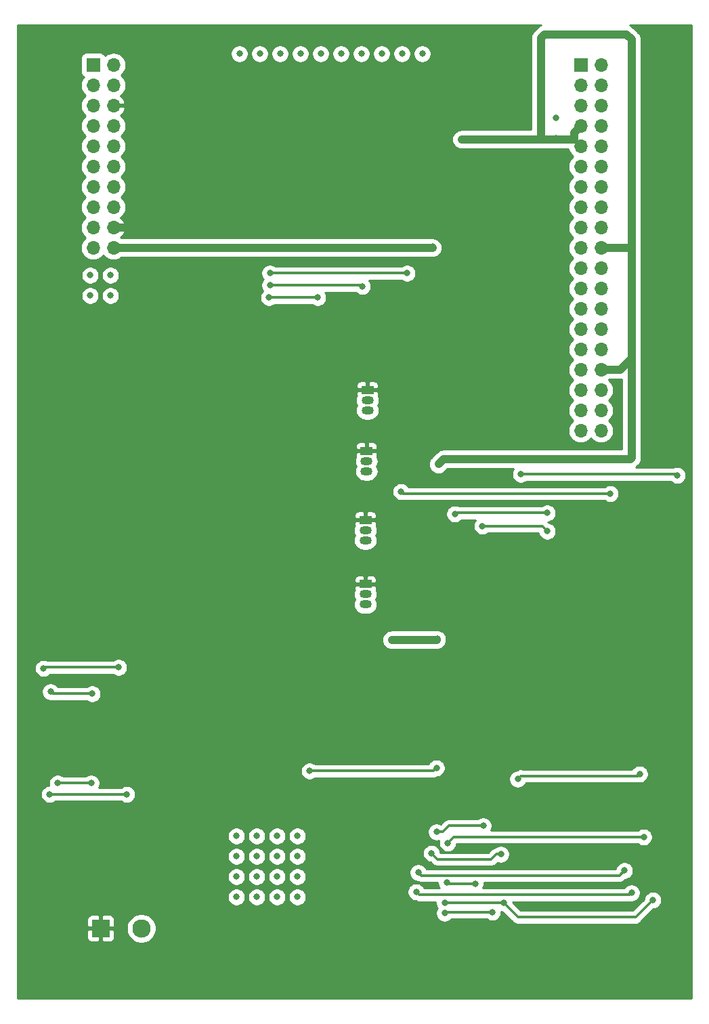
<source format=gbr>
G04 #@! TF.GenerationSoftware,KiCad,Pcbnew,(5.1.2)-2*
G04 #@! TF.CreationDate,2021-03-17T00:24:42+02:00*
G04 #@! TF.ProjectId,extension_board,65787465-6e73-4696-9f6e-5f626f617264,rev?*
G04 #@! TF.SameCoordinates,Original*
G04 #@! TF.FileFunction,Copper,L2,Bot*
G04 #@! TF.FilePolarity,Positive*
%FSLAX46Y46*%
G04 Gerber Fmt 4.6, Leading zero omitted, Abs format (unit mm)*
G04 Created by KiCad (PCBNEW (5.1.2)-2) date 2021-03-17 00:24:42*
%MOMM*%
%LPD*%
G04 APERTURE LIST*
%ADD10O,1.500000X1.050000*%
%ADD11R,1.500000X1.050000*%
%ADD12O,1.700000X1.700000*%
%ADD13R,1.700000X1.700000*%
%ADD14R,2.200000X2.200000*%
%ADD15C,2.300000*%
%ADD16C,0.800000*%
%ADD17C,1.000000*%
%ADD18C,0.300000*%
%ADD19C,0.254000*%
G04 APERTURE END LIST*
D10*
X-3810000Y-82550000D03*
X-3810000Y-83820000D03*
D11*
X-3810000Y-81280000D03*
D12*
X25400000Y-86360000D03*
X22860000Y-86360000D03*
X25400000Y-83820000D03*
X22860000Y-83820000D03*
X25400000Y-81280000D03*
X22860000Y-81280000D03*
X25400000Y-78740000D03*
X22860000Y-78740000D03*
X25400000Y-76200000D03*
X22860000Y-76200000D03*
X25400000Y-73660000D03*
X22860000Y-73660000D03*
X25400000Y-71120000D03*
X22860000Y-71120000D03*
X25400000Y-68580000D03*
X22860000Y-68580000D03*
X25400000Y-66040000D03*
X22860000Y-66040000D03*
X25400000Y-63500000D03*
X22860000Y-63500000D03*
X25400000Y-60960000D03*
X22860000Y-60960000D03*
X25400000Y-58420000D03*
X22860000Y-58420000D03*
X25400000Y-55880000D03*
X22860000Y-55880000D03*
X25400000Y-53340000D03*
X22860000Y-53340000D03*
X25400000Y-50800000D03*
X22860000Y-50800000D03*
X25400000Y-48260000D03*
X22860000Y-48260000D03*
X25400000Y-45720000D03*
X22860000Y-45720000D03*
X25400000Y-43180000D03*
X22860000Y-43180000D03*
X25400000Y-40640000D03*
D13*
X22860000Y-40640000D03*
D12*
X-35560000Y-63500000D03*
X-38100000Y-63500000D03*
X-35560000Y-60960000D03*
X-38100000Y-60960000D03*
X-35560000Y-58420000D03*
X-38100000Y-58420000D03*
X-35560000Y-55880000D03*
X-38100000Y-55880000D03*
X-35560000Y-53340000D03*
X-38100000Y-53340000D03*
X-35560000Y-50800000D03*
X-38100000Y-50800000D03*
X-35560000Y-48260000D03*
X-38100000Y-48260000D03*
X-35560000Y-45720000D03*
X-38100000Y-45720000D03*
X-35560000Y-43180000D03*
X-38100000Y-43180000D03*
X-35560000Y-40640000D03*
D13*
X-38100000Y-40640000D03*
D14*
X-37150000Y-148590000D03*
D15*
X-32070000Y-148590000D03*
D11*
X-4064000Y-105537000D03*
D10*
X-4064000Y-108077000D03*
X-4064000Y-106807000D03*
X-4064000Y-98806000D03*
X-4064000Y-100076000D03*
D11*
X-4064000Y-97536000D03*
X-3937000Y-88900000D03*
D10*
X-3937000Y-91440000D03*
X-3937000Y-90170000D03*
D16*
X-29210000Y-61341092D03*
X-5334000Y-78867000D03*
X-40386000Y-78740000D03*
X508000Y-63500000D03*
X7961999Y-49950001D03*
X4318000Y-63373000D03*
X-5080000Y-63500000D03*
X-10922000Y-63500000D03*
X-16764000Y-63500000D03*
X-762000Y-112522000D03*
X4953000Y-112395000D03*
X5080000Y-90551000D03*
X-38481000Y-66929000D03*
X-35941000Y-66929000D03*
X-38481000Y-69469000D03*
X-35941000Y-69469000D03*
X-19812000Y-39243000D03*
X-17272000Y-39243000D03*
X-14732000Y-39243000D03*
X-12192000Y-39243000D03*
X-9652000Y-39243000D03*
X-7112000Y-39243000D03*
X-4572000Y-39243000D03*
X-2032000Y-39243000D03*
X508000Y-39243000D03*
X3048000Y-39243000D03*
X-20193000Y-137033000D03*
X-17653000Y-137033000D03*
X-15113000Y-137033000D03*
X-12573000Y-137033000D03*
X-20193000Y-139573000D03*
X-17653000Y-139573000D03*
X-15113000Y-139573000D03*
X-12573000Y-139573000D03*
X-20193000Y-142113000D03*
X-17653000Y-142113000D03*
X-15113000Y-142113000D03*
X-12573000Y-142113000D03*
X-20193000Y-144653000D03*
X-17653000Y-144653000D03*
X-15113000Y-144653000D03*
X-12573000Y-144653000D03*
X-30480000Y-137160000D03*
X-27940000Y-137160000D03*
X-25400000Y-137160000D03*
X-22860000Y-137160000D03*
X-30480000Y-139700000D03*
X-27940000Y-139700000D03*
X-25400000Y-139700000D03*
X-22860000Y-139700000D03*
X-30480000Y-142240000D03*
X-27940000Y-142240000D03*
X-25400000Y-142240000D03*
X-22860000Y-142240000D03*
X-27940000Y-146685000D03*
X-27940000Y-144780000D03*
X-25400000Y-144780000D03*
X-22860000Y-144780000D03*
X17867999Y-47156001D03*
X19772999Y-47283001D03*
X17867999Y-49696001D03*
X19772999Y-49823001D03*
X18669000Y-98933000D03*
X10541000Y-98298000D03*
X4826000Y-136525000D03*
X10668002Y-135763002D03*
X18669000Y-96647000D03*
X7112000Y-96774000D03*
X26543000Y-94234000D03*
X381000Y-93980000D03*
X30226000Y-129286000D03*
X14986000Y-129921000D03*
X-34925000Y-115951000D03*
X-44323000Y-116078000D03*
X-38227000Y-119253000D03*
X-43434000Y-118999000D03*
X13208000Y-145415000D03*
X5842000Y-145415000D03*
X15367000Y-91821000D03*
X34925000Y-91948000D03*
X31877000Y-145034000D03*
X30734000Y-137160000D03*
X6223000Y-137922000D03*
X12866000Y-139319000D03*
X4191000Y-139192000D03*
X28321000Y-141351000D03*
X2540000Y-141605000D03*
X11811000Y-146558000D03*
X5842000Y-146685000D03*
X29210000Y-144145000D03*
X2286000Y-144018000D03*
X9652000Y-143002000D03*
X6096000Y-142875000D03*
X1143000Y-66675000D03*
X-16002000Y-66675000D03*
X4826000Y-128524000D03*
X-11049000Y-128905000D03*
X-16002000Y-68199000D03*
X-4445000Y-68326006D03*
X-10033000Y-69723000D03*
X-16129000Y-69723000D03*
X-42545000Y-130429000D03*
X-38353992Y-130429008D03*
X-33909000Y-131826000D03*
X-43561000Y-131826004D03*
D17*
X-33147000Y-60960000D02*
X-29591000Y-60960000D01*
D18*
X-29210000Y-61341000D02*
X-29210000Y-61341092D01*
X-29591000Y-60960000D02*
X-29210000Y-61341000D01*
D17*
X-33147000Y-60960000D02*
X-35560000Y-60960000D01*
D18*
X-40259000Y-78867000D02*
X-40386000Y-78740000D01*
D17*
X-5334000Y-78867000D02*
X-40259000Y-78867000D01*
D18*
X22860000Y-50800000D02*
X22010001Y-49950001D01*
X635000Y-63373000D02*
X508000Y-63500000D01*
D17*
X4318000Y-63500000D02*
X635000Y-63500000D01*
X-5080000Y-63500000D02*
X508000Y-63500000D01*
X-10922000Y-63500000D02*
X-5080000Y-63500000D01*
X-35560000Y-63500000D02*
X-16764000Y-63500000D01*
X-16764000Y-63500000D02*
X-10922000Y-63500000D01*
X17867999Y-49950001D02*
X7961999Y-49950001D01*
X22010001Y-49950001D02*
X17867999Y-49950001D01*
X27813000Y-78740000D02*
X25400000Y-78740000D01*
X29210000Y-77343000D02*
X27813000Y-78740000D01*
D18*
X29083000Y-63500000D02*
X29210000Y-63373000D01*
D17*
X25400000Y-63500000D02*
X29083000Y-63500000D01*
X29210000Y-63373000D02*
X29210000Y-77343000D01*
X-762000Y-112522000D02*
X4826000Y-112522000D01*
D18*
X4826000Y-112522000D02*
X4953000Y-112395000D01*
D17*
X5080000Y-90551000D02*
X5715000Y-89916000D01*
X5715000Y-89916000D02*
X29083000Y-89916000D01*
X29210000Y-89789000D02*
X29210000Y-77343000D01*
D18*
X29083000Y-89916000D02*
X29210000Y-89789000D01*
D17*
X29210000Y-37465000D02*
X29210000Y-63373000D01*
X28575000Y-36830000D02*
X29210000Y-37465000D01*
X18288000Y-36830000D02*
X28575000Y-36830000D01*
X17867999Y-49950001D02*
X17867999Y-47156001D01*
X17867999Y-37250001D02*
X18288000Y-36830000D01*
X22010001Y-49109999D02*
X22860000Y-48260000D01*
X22010001Y-49950001D02*
X22010001Y-49109999D01*
X17867999Y-47156001D02*
X17867999Y-37250001D01*
D18*
X18034000Y-98298000D02*
X10541000Y-98298000D01*
X18669000Y-98933000D02*
X18034000Y-98298000D01*
X10102317Y-135763002D02*
X10668002Y-135763002D01*
X6349998Y-135763002D02*
X10102317Y-135763002D01*
X4826000Y-136525000D02*
X5588000Y-136525000D01*
X5588000Y-136525000D02*
X6349998Y-135763002D01*
X7239000Y-96647000D02*
X7112000Y-96774000D01*
X18669000Y-96647000D02*
X7239000Y-96647000D01*
X635000Y-94234000D02*
X381000Y-93980000D01*
X26543000Y-94234000D02*
X635000Y-94234000D01*
X15385999Y-129521001D02*
X14986000Y-129921000D01*
X15404998Y-129540000D02*
X15385999Y-129521001D01*
X30226000Y-129286000D02*
X29972000Y-129540000D01*
X29972000Y-129540000D02*
X15404998Y-129540000D01*
X-44196000Y-115951000D02*
X-44323000Y-116078000D01*
X-34925000Y-115951000D02*
X-44196000Y-115951000D01*
X-43180000Y-119253000D02*
X-43434000Y-118999000D01*
X-38227000Y-119253000D02*
X-43180000Y-119253000D01*
X13208000Y-145415000D02*
X5842000Y-145415000D01*
X15367000Y-91821000D02*
X34671000Y-91821000D01*
X34671000Y-91821000D02*
X34798000Y-91948000D01*
X34798000Y-91948000D02*
X34925000Y-91948000D01*
X14986000Y-147193000D02*
X13208000Y-145415000D01*
X31877000Y-145034000D02*
X29718000Y-147193000D01*
X29718000Y-147193000D02*
X14986000Y-147193000D01*
X6985000Y-137160000D02*
X6223000Y-137922000D01*
X30734000Y-137160000D02*
X6985000Y-137160000D01*
X12300315Y-139319000D02*
X11665315Y-139954000D01*
X12866000Y-139319000D02*
X12300315Y-139319000D01*
X4953000Y-139954000D02*
X4191000Y-139192000D01*
X11665315Y-139954000D02*
X4953000Y-139954000D01*
X2921000Y-141986000D02*
X2540000Y-141605000D01*
X28321000Y-141351000D02*
X27686000Y-141986000D01*
X27686000Y-141986000D02*
X2921000Y-141986000D01*
X5969000Y-146558000D02*
X5842000Y-146685000D01*
X11811000Y-146558000D02*
X5969000Y-146558000D01*
X2667000Y-144399000D02*
X2286000Y-144018000D01*
X29210000Y-144145000D02*
X28956000Y-144399000D01*
X28956000Y-144399000D02*
X2667000Y-144399000D01*
X6223000Y-143002000D02*
X6096000Y-142875000D01*
X9652000Y-143002000D02*
X6223000Y-143002000D01*
X1143000Y-66675000D02*
X-16002000Y-66675000D01*
X4445000Y-128905000D02*
X-11049000Y-128905000D01*
X4826000Y-128524000D02*
X4445000Y-128905000D01*
X-16002000Y-68199000D02*
X-4572006Y-68199000D01*
X-4572006Y-68199000D02*
X-4445000Y-68326006D01*
X-10033000Y-69723000D02*
X-16129000Y-69723000D01*
X-42545000Y-130429000D02*
X-38354000Y-130429000D01*
X-38354000Y-130429000D02*
X-38353992Y-130429008D01*
X-33909000Y-131826000D02*
X-43560996Y-131826000D01*
X-43560996Y-131826000D02*
X-43561000Y-131826004D01*
D19*
G36*
X17816176Y-35690916D02*
G01*
X17603017Y-35804851D01*
X17416183Y-35958183D01*
X17377761Y-36005000D01*
X17042995Y-36339766D01*
X16996183Y-36378184D01*
X16842851Y-36565018D01*
X16728916Y-36778177D01*
X16658754Y-37009468D01*
X16635064Y-37250001D01*
X16641000Y-37310271D01*
X16640999Y-47216268D01*
X16641000Y-47216278D01*
X16640999Y-48723001D01*
X7901731Y-48723001D01*
X7721465Y-48740756D01*
X7490175Y-48810917D01*
X7277016Y-48924852D01*
X7090182Y-49078184D01*
X6936850Y-49265018D01*
X6822915Y-49478177D01*
X6752754Y-49709467D01*
X6729063Y-49950001D01*
X6752754Y-50190535D01*
X6822915Y-50421825D01*
X6936850Y-50634984D01*
X7090182Y-50821818D01*
X7277016Y-50975150D01*
X7490175Y-51089085D01*
X7721465Y-51159246D01*
X7901731Y-51177001D01*
X17807731Y-51177001D01*
X17867999Y-51182937D01*
X17928267Y-51177001D01*
X21326402Y-51177001D01*
X21395993Y-51406412D01*
X21542428Y-51680373D01*
X21739497Y-51920503D01*
X21921660Y-52070000D01*
X21739497Y-52219497D01*
X21542428Y-52459627D01*
X21395993Y-52733588D01*
X21305818Y-53030854D01*
X21275370Y-53340000D01*
X21305818Y-53649146D01*
X21395993Y-53946412D01*
X21542428Y-54220373D01*
X21739497Y-54460503D01*
X21921660Y-54610000D01*
X21739497Y-54759497D01*
X21542428Y-54999627D01*
X21395993Y-55273588D01*
X21305818Y-55570854D01*
X21275370Y-55880000D01*
X21305818Y-56189146D01*
X21395993Y-56486412D01*
X21542428Y-56760373D01*
X21739497Y-57000503D01*
X21921660Y-57150000D01*
X21739497Y-57299497D01*
X21542428Y-57539627D01*
X21395993Y-57813588D01*
X21305818Y-58110854D01*
X21275370Y-58420000D01*
X21305818Y-58729146D01*
X21395993Y-59026412D01*
X21542428Y-59300373D01*
X21739497Y-59540503D01*
X21921660Y-59690000D01*
X21739497Y-59839497D01*
X21542428Y-60079627D01*
X21395993Y-60353588D01*
X21305818Y-60650854D01*
X21275370Y-60960000D01*
X21305818Y-61269146D01*
X21395993Y-61566412D01*
X21542428Y-61840373D01*
X21739497Y-62080503D01*
X21921660Y-62230000D01*
X21739497Y-62379497D01*
X21542428Y-62619627D01*
X21395993Y-62893588D01*
X21305818Y-63190854D01*
X21275370Y-63500000D01*
X21305818Y-63809146D01*
X21395993Y-64106412D01*
X21542428Y-64380373D01*
X21739497Y-64620503D01*
X21921660Y-64770000D01*
X21739497Y-64919497D01*
X21542428Y-65159627D01*
X21395993Y-65433588D01*
X21305818Y-65730854D01*
X21275370Y-66040000D01*
X21305818Y-66349146D01*
X21395993Y-66646412D01*
X21542428Y-66920373D01*
X21739497Y-67160503D01*
X21921660Y-67310000D01*
X21739497Y-67459497D01*
X21542428Y-67699627D01*
X21395993Y-67973588D01*
X21305818Y-68270854D01*
X21275370Y-68580000D01*
X21305818Y-68889146D01*
X21395993Y-69186412D01*
X21542428Y-69460373D01*
X21739497Y-69700503D01*
X21921660Y-69850000D01*
X21739497Y-69999497D01*
X21542428Y-70239627D01*
X21395993Y-70513588D01*
X21305818Y-70810854D01*
X21275370Y-71120000D01*
X21305818Y-71429146D01*
X21395993Y-71726412D01*
X21542428Y-72000373D01*
X21739497Y-72240503D01*
X21921660Y-72390000D01*
X21739497Y-72539497D01*
X21542428Y-72779627D01*
X21395993Y-73053588D01*
X21305818Y-73350854D01*
X21275370Y-73660000D01*
X21305818Y-73969146D01*
X21395993Y-74266412D01*
X21542428Y-74540373D01*
X21739497Y-74780503D01*
X21921660Y-74930000D01*
X21739497Y-75079497D01*
X21542428Y-75319627D01*
X21395993Y-75593588D01*
X21305818Y-75890854D01*
X21275370Y-76200000D01*
X21305818Y-76509146D01*
X21395993Y-76806412D01*
X21542428Y-77080373D01*
X21739497Y-77320503D01*
X21921660Y-77470000D01*
X21739497Y-77619497D01*
X21542428Y-77859627D01*
X21395993Y-78133588D01*
X21305818Y-78430854D01*
X21275370Y-78740000D01*
X21305818Y-79049146D01*
X21395993Y-79346412D01*
X21542428Y-79620373D01*
X21739497Y-79860503D01*
X21921660Y-80010000D01*
X21739497Y-80159497D01*
X21542428Y-80399627D01*
X21395993Y-80673588D01*
X21305818Y-80970854D01*
X21275370Y-81280000D01*
X21305818Y-81589146D01*
X21395993Y-81886412D01*
X21542428Y-82160373D01*
X21739497Y-82400503D01*
X21921660Y-82550000D01*
X21739497Y-82699497D01*
X21542428Y-82939627D01*
X21395993Y-83213588D01*
X21305818Y-83510854D01*
X21275370Y-83820000D01*
X21305818Y-84129146D01*
X21395993Y-84426412D01*
X21542428Y-84700373D01*
X21739497Y-84940503D01*
X21921660Y-85090000D01*
X21739497Y-85239497D01*
X21542428Y-85479627D01*
X21395993Y-85753588D01*
X21305818Y-86050854D01*
X21275370Y-86360000D01*
X21305818Y-86669146D01*
X21395993Y-86966412D01*
X21542428Y-87240373D01*
X21739497Y-87480503D01*
X21979627Y-87677572D01*
X22253588Y-87824007D01*
X22550854Y-87914182D01*
X22782531Y-87937000D01*
X22937469Y-87937000D01*
X23169146Y-87914182D01*
X23466412Y-87824007D01*
X23740373Y-87677572D01*
X23980503Y-87480503D01*
X24130000Y-87298340D01*
X24279497Y-87480503D01*
X24519627Y-87677572D01*
X24793588Y-87824007D01*
X25090854Y-87914182D01*
X25322531Y-87937000D01*
X25477469Y-87937000D01*
X25709146Y-87914182D01*
X26006412Y-87824007D01*
X26280373Y-87677572D01*
X26520503Y-87480503D01*
X26717572Y-87240373D01*
X26864007Y-86966412D01*
X26954182Y-86669146D01*
X26984630Y-86360000D01*
X26954182Y-86050854D01*
X26864007Y-85753588D01*
X26717572Y-85479627D01*
X26520503Y-85239497D01*
X26338340Y-85090000D01*
X26520503Y-84940503D01*
X26717572Y-84700373D01*
X26864007Y-84426412D01*
X26954182Y-84129146D01*
X26984630Y-83820000D01*
X26954182Y-83510854D01*
X26864007Y-83213588D01*
X26717572Y-82939627D01*
X26520503Y-82699497D01*
X26338340Y-82550000D01*
X26520503Y-82400503D01*
X26717572Y-82160373D01*
X26864007Y-81886412D01*
X26954182Y-81589146D01*
X26984630Y-81280000D01*
X26954182Y-80970854D01*
X26864007Y-80673588D01*
X26717572Y-80399627D01*
X26520503Y-80159497D01*
X26338340Y-80010000D01*
X26390736Y-79967000D01*
X27752740Y-79967000D01*
X27813000Y-79972935D01*
X27873260Y-79967000D01*
X27873268Y-79967000D01*
X27983001Y-79956192D01*
X27983000Y-88689000D01*
X5775263Y-88689000D01*
X5715000Y-88683065D01*
X5654737Y-88689000D01*
X5654732Y-88689000D01*
X5594946Y-88694889D01*
X5474466Y-88706754D01*
X5256085Y-88773000D01*
X5243176Y-88776916D01*
X5030017Y-88890851D01*
X4843183Y-89044183D01*
X4804761Y-89091000D01*
X4169765Y-89725996D01*
X4054852Y-89866018D01*
X3940917Y-90079176D01*
X3870755Y-90310467D01*
X3847065Y-90551000D01*
X3870755Y-90791533D01*
X3940917Y-91022824D01*
X4054852Y-91235982D01*
X4208183Y-91422817D01*
X4395018Y-91576148D01*
X4608176Y-91690083D01*
X4839467Y-91760245D01*
X5080000Y-91783935D01*
X5320533Y-91760245D01*
X5551824Y-91690083D01*
X5764982Y-91576148D01*
X5905004Y-91461235D01*
X6223239Y-91143000D01*
X14464594Y-91143000D01*
X14368266Y-91287165D01*
X14283310Y-91492266D01*
X14240000Y-91710000D01*
X14240000Y-91932000D01*
X14283310Y-92149734D01*
X14368266Y-92354835D01*
X14491602Y-92539421D01*
X14648579Y-92696398D01*
X14833165Y-92819734D01*
X15038266Y-92904690D01*
X15256000Y-92948000D01*
X15478000Y-92948000D01*
X15695734Y-92904690D01*
X15900835Y-92819734D01*
X16083023Y-92698000D01*
X34081181Y-92698000D01*
X34206579Y-92823398D01*
X34391165Y-92946734D01*
X34596266Y-93031690D01*
X34814000Y-93075000D01*
X35036000Y-93075000D01*
X35253734Y-93031690D01*
X35458835Y-92946734D01*
X35643421Y-92823398D01*
X35800398Y-92666421D01*
X35923734Y-92481835D01*
X36008690Y-92276734D01*
X36052000Y-92059000D01*
X36052000Y-91837000D01*
X36008690Y-91619266D01*
X35923734Y-91414165D01*
X35800398Y-91229579D01*
X35643421Y-91072602D01*
X35458835Y-90949266D01*
X35253734Y-90864310D01*
X35036000Y-90821000D01*
X34814000Y-90821000D01*
X34596266Y-90864310D01*
X34403878Y-90944000D01*
X29762649Y-90944000D01*
X29767983Y-90941149D01*
X29954817Y-90787817D01*
X30012064Y-90718062D01*
X30081817Y-90660817D01*
X30235149Y-90473983D01*
X30349084Y-90260824D01*
X30419245Y-90029534D01*
X30437000Y-89849268D01*
X30437000Y-77403261D01*
X30442935Y-77343001D01*
X30437000Y-77282741D01*
X30437000Y-37525263D01*
X30442935Y-37465000D01*
X30419246Y-37224466D01*
X30349084Y-36993176D01*
X30235149Y-36780017D01*
X30081817Y-36593183D01*
X30035001Y-36554762D01*
X29485239Y-36005000D01*
X29446817Y-35958183D01*
X29259983Y-35804851D01*
X29046824Y-35690916D01*
X29000949Y-35677000D01*
X36713001Y-35677000D01*
X36713000Y-157363000D01*
X-47508000Y-157363000D01*
X-47508000Y-149690000D01*
X-38888072Y-149690000D01*
X-38875812Y-149814482D01*
X-38839502Y-149934180D01*
X-38780537Y-150044494D01*
X-38701185Y-150141185D01*
X-38604494Y-150220537D01*
X-38494180Y-150279502D01*
X-38374482Y-150315812D01*
X-38250000Y-150328072D01*
X-37435750Y-150325000D01*
X-37277000Y-150166250D01*
X-37277000Y-148717000D01*
X-37023000Y-148717000D01*
X-37023000Y-150166250D01*
X-36864250Y-150325000D01*
X-36050000Y-150328072D01*
X-35925518Y-150315812D01*
X-35805820Y-150279502D01*
X-35695506Y-150220537D01*
X-35598815Y-150141185D01*
X-35519463Y-150044494D01*
X-35460498Y-149934180D01*
X-35424188Y-149814482D01*
X-35411928Y-149690000D01*
X-35415000Y-148875750D01*
X-35573750Y-148717000D01*
X-37023000Y-148717000D01*
X-37277000Y-148717000D01*
X-38726250Y-148717000D01*
X-38885000Y-148875750D01*
X-38888072Y-149690000D01*
X-47508000Y-149690000D01*
X-47508000Y-147490000D01*
X-38888072Y-147490000D01*
X-38885000Y-148304250D01*
X-38726250Y-148463000D01*
X-37277000Y-148463000D01*
X-37277000Y-147013750D01*
X-37023000Y-147013750D01*
X-37023000Y-148463000D01*
X-35573750Y-148463000D01*
X-35515882Y-148405132D01*
X-33947000Y-148405132D01*
X-33947000Y-148774868D01*
X-33874868Y-149137501D01*
X-33733376Y-149479093D01*
X-33527961Y-149786518D01*
X-33266518Y-150047961D01*
X-32959093Y-150253376D01*
X-32617501Y-150394868D01*
X-32254868Y-150467000D01*
X-31885132Y-150467000D01*
X-31522499Y-150394868D01*
X-31180907Y-150253376D01*
X-30873482Y-150047961D01*
X-30612039Y-149786518D01*
X-30406624Y-149479093D01*
X-30265132Y-149137501D01*
X-30193000Y-148774868D01*
X-30193000Y-148405132D01*
X-30265132Y-148042499D01*
X-30406624Y-147700907D01*
X-30612039Y-147393482D01*
X-30873482Y-147132039D01*
X-31180907Y-146926624D01*
X-31522499Y-146785132D01*
X-31885132Y-146713000D01*
X-32254868Y-146713000D01*
X-32617501Y-146785132D01*
X-32959093Y-146926624D01*
X-33266518Y-147132039D01*
X-33527961Y-147393482D01*
X-33733376Y-147700907D01*
X-33874868Y-148042499D01*
X-33947000Y-148405132D01*
X-35515882Y-148405132D01*
X-35415000Y-148304250D01*
X-35411928Y-147490000D01*
X-35424188Y-147365518D01*
X-35460498Y-147245820D01*
X-35519463Y-147135506D01*
X-35598815Y-147038815D01*
X-35695506Y-146959463D01*
X-35805820Y-146900498D01*
X-35925518Y-146864188D01*
X-36050000Y-146851928D01*
X-36864250Y-146855000D01*
X-37023000Y-147013750D01*
X-37277000Y-147013750D01*
X-37435750Y-146855000D01*
X-38250000Y-146851928D01*
X-38374482Y-146864188D01*
X-38494180Y-146900498D01*
X-38604494Y-146959463D01*
X-38701185Y-147038815D01*
X-38780537Y-147135506D01*
X-38839502Y-147245820D01*
X-38875812Y-147365518D01*
X-38888072Y-147490000D01*
X-47508000Y-147490000D01*
X-47508000Y-144542000D01*
X-21320000Y-144542000D01*
X-21320000Y-144764000D01*
X-21276690Y-144981734D01*
X-21191734Y-145186835D01*
X-21068398Y-145371421D01*
X-20911421Y-145528398D01*
X-20726835Y-145651734D01*
X-20521734Y-145736690D01*
X-20304000Y-145780000D01*
X-20082000Y-145780000D01*
X-19864266Y-145736690D01*
X-19659165Y-145651734D01*
X-19474579Y-145528398D01*
X-19317602Y-145371421D01*
X-19194266Y-145186835D01*
X-19109310Y-144981734D01*
X-19066000Y-144764000D01*
X-19066000Y-144542000D01*
X-18780000Y-144542000D01*
X-18780000Y-144764000D01*
X-18736690Y-144981734D01*
X-18651734Y-145186835D01*
X-18528398Y-145371421D01*
X-18371421Y-145528398D01*
X-18186835Y-145651734D01*
X-17981734Y-145736690D01*
X-17764000Y-145780000D01*
X-17542000Y-145780000D01*
X-17324266Y-145736690D01*
X-17119165Y-145651734D01*
X-16934579Y-145528398D01*
X-16777602Y-145371421D01*
X-16654266Y-145186835D01*
X-16569310Y-144981734D01*
X-16526000Y-144764000D01*
X-16526000Y-144542000D01*
X-16240000Y-144542000D01*
X-16240000Y-144764000D01*
X-16196690Y-144981734D01*
X-16111734Y-145186835D01*
X-15988398Y-145371421D01*
X-15831421Y-145528398D01*
X-15646835Y-145651734D01*
X-15441734Y-145736690D01*
X-15224000Y-145780000D01*
X-15002000Y-145780000D01*
X-14784266Y-145736690D01*
X-14579165Y-145651734D01*
X-14394579Y-145528398D01*
X-14237602Y-145371421D01*
X-14114266Y-145186835D01*
X-14029310Y-144981734D01*
X-13986000Y-144764000D01*
X-13986000Y-144542000D01*
X-13700000Y-144542000D01*
X-13700000Y-144764000D01*
X-13656690Y-144981734D01*
X-13571734Y-145186835D01*
X-13448398Y-145371421D01*
X-13291421Y-145528398D01*
X-13106835Y-145651734D01*
X-12901734Y-145736690D01*
X-12684000Y-145780000D01*
X-12462000Y-145780000D01*
X-12244266Y-145736690D01*
X-12039165Y-145651734D01*
X-11854579Y-145528398D01*
X-11697602Y-145371421D01*
X-11574266Y-145186835D01*
X-11489310Y-144981734D01*
X-11446000Y-144764000D01*
X-11446000Y-144542000D01*
X-11489310Y-144324266D01*
X-11574266Y-144119165D01*
X-11697602Y-143934579D01*
X-11725181Y-143907000D01*
X1159000Y-143907000D01*
X1159000Y-144129000D01*
X1202310Y-144346734D01*
X1287266Y-144551835D01*
X1410602Y-144736421D01*
X1567579Y-144893398D01*
X1752165Y-145016734D01*
X1957266Y-145101690D01*
X2175000Y-145145000D01*
X2202240Y-145145000D01*
X2329763Y-145213162D01*
X2495078Y-145263310D01*
X2623921Y-145276000D01*
X2623930Y-145276000D01*
X2666999Y-145280242D01*
X2710069Y-145276000D01*
X4720570Y-145276000D01*
X4715000Y-145304000D01*
X4715000Y-145526000D01*
X4758310Y-145743734D01*
X4843266Y-145948835D01*
X4910862Y-146050000D01*
X4843266Y-146151165D01*
X4758310Y-146356266D01*
X4715000Y-146574000D01*
X4715000Y-146796000D01*
X4758310Y-147013734D01*
X4843266Y-147218835D01*
X4966602Y-147403421D01*
X5123579Y-147560398D01*
X5308165Y-147683734D01*
X5513266Y-147768690D01*
X5731000Y-147812000D01*
X5953000Y-147812000D01*
X6170734Y-147768690D01*
X6375835Y-147683734D01*
X6560421Y-147560398D01*
X6685819Y-147435000D01*
X11094977Y-147435000D01*
X11277165Y-147556734D01*
X11482266Y-147641690D01*
X11700000Y-147685000D01*
X11922000Y-147685000D01*
X12139734Y-147641690D01*
X12344835Y-147556734D01*
X12529421Y-147433398D01*
X12686398Y-147276421D01*
X12809734Y-147091835D01*
X12894690Y-146886734D01*
X12938000Y-146669000D01*
X12938000Y-146510373D01*
X13094173Y-146541438D01*
X14335403Y-147782668D01*
X14362867Y-147816133D01*
X14496408Y-147925727D01*
X14648763Y-148007162D01*
X14814077Y-148057310D01*
X14986000Y-148074243D01*
X15029079Y-148070000D01*
X29674921Y-148070000D01*
X29718000Y-148074243D01*
X29761079Y-148070000D01*
X29889922Y-148057310D01*
X30055237Y-148007162D01*
X30207592Y-147925727D01*
X30341133Y-147816133D01*
X30368597Y-147782668D01*
X31990828Y-146160437D01*
X32205734Y-146117690D01*
X32410835Y-146032734D01*
X32595421Y-145909398D01*
X32752398Y-145752421D01*
X32875734Y-145567835D01*
X32960690Y-145362734D01*
X33004000Y-145145000D01*
X33004000Y-144923000D01*
X32960690Y-144705266D01*
X32875734Y-144500165D01*
X32752398Y-144315579D01*
X32595421Y-144158602D01*
X32410835Y-144035266D01*
X32205734Y-143950310D01*
X31988000Y-143907000D01*
X31766000Y-143907000D01*
X31548266Y-143950310D01*
X31343165Y-144035266D01*
X31158579Y-144158602D01*
X31001602Y-144315579D01*
X30878266Y-144500165D01*
X30793310Y-144705266D01*
X30750563Y-144920172D01*
X29354735Y-146316000D01*
X15349265Y-146316000D01*
X14334438Y-145301173D01*
X14329430Y-145276000D01*
X28912921Y-145276000D01*
X28956000Y-145280243D01*
X28999079Y-145276000D01*
X29039692Y-145272000D01*
X29079359Y-145268093D01*
X29099000Y-145272000D01*
X29321000Y-145272000D01*
X29538734Y-145228690D01*
X29743835Y-145143734D01*
X29928421Y-145020398D01*
X30085398Y-144863421D01*
X30208734Y-144678835D01*
X30293690Y-144473734D01*
X30337000Y-144256000D01*
X30337000Y-144034000D01*
X30293690Y-143816266D01*
X30208734Y-143611165D01*
X30085398Y-143426579D01*
X29928421Y-143269602D01*
X29743835Y-143146266D01*
X29538734Y-143061310D01*
X29321000Y-143018000D01*
X29099000Y-143018000D01*
X28881266Y-143061310D01*
X28676165Y-143146266D01*
X28491579Y-143269602D01*
X28334602Y-143426579D01*
X28270844Y-143522000D01*
X10656465Y-143522000D01*
X10735690Y-143330734D01*
X10779000Y-143113000D01*
X10779000Y-142891000D01*
X10773430Y-142863000D01*
X27642921Y-142863000D01*
X27686000Y-142867243D01*
X27729079Y-142863000D01*
X27857922Y-142850310D01*
X28023237Y-142800162D01*
X28175592Y-142718727D01*
X28309133Y-142609133D01*
X28336597Y-142575668D01*
X28434827Y-142477438D01*
X28649734Y-142434690D01*
X28854835Y-142349734D01*
X29039421Y-142226398D01*
X29196398Y-142069421D01*
X29319734Y-141884835D01*
X29404690Y-141679734D01*
X29448000Y-141462000D01*
X29448000Y-141240000D01*
X29404690Y-141022266D01*
X29319734Y-140817165D01*
X29196398Y-140632579D01*
X29039421Y-140475602D01*
X28854835Y-140352266D01*
X28649734Y-140267310D01*
X28432000Y-140224000D01*
X28210000Y-140224000D01*
X27992266Y-140267310D01*
X27787165Y-140352266D01*
X27602579Y-140475602D01*
X27445602Y-140632579D01*
X27322266Y-140817165D01*
X27237310Y-141022266D01*
X27220058Y-141109000D01*
X3554406Y-141109000D01*
X3538734Y-141071165D01*
X3415398Y-140886579D01*
X3258421Y-140729602D01*
X3073835Y-140606266D01*
X2868734Y-140521310D01*
X2651000Y-140478000D01*
X2429000Y-140478000D01*
X2211266Y-140521310D01*
X2006165Y-140606266D01*
X1821579Y-140729602D01*
X1664602Y-140886579D01*
X1541266Y-141071165D01*
X1456310Y-141276266D01*
X1413000Y-141494000D01*
X1413000Y-141716000D01*
X1456310Y-141933734D01*
X1541266Y-142138835D01*
X1664602Y-142323421D01*
X1821579Y-142480398D01*
X2006165Y-142603734D01*
X2211266Y-142688690D01*
X2429000Y-142732000D01*
X2456240Y-142732000D01*
X2583763Y-142800162D01*
X2749078Y-142850310D01*
X2877921Y-142863000D01*
X2877930Y-142863000D01*
X2920999Y-142867242D01*
X2964069Y-142863000D01*
X4969000Y-142863000D01*
X4969000Y-142986000D01*
X5012310Y-143203734D01*
X5097266Y-143408835D01*
X5172880Y-143522000D01*
X3300406Y-143522000D01*
X3284734Y-143484165D01*
X3161398Y-143299579D01*
X3004421Y-143142602D01*
X2819835Y-143019266D01*
X2614734Y-142934310D01*
X2397000Y-142891000D01*
X2175000Y-142891000D01*
X1957266Y-142934310D01*
X1752165Y-143019266D01*
X1567579Y-143142602D01*
X1410602Y-143299579D01*
X1287266Y-143484165D01*
X1202310Y-143689266D01*
X1159000Y-143907000D01*
X-11725181Y-143907000D01*
X-11854579Y-143777602D01*
X-12039165Y-143654266D01*
X-12244266Y-143569310D01*
X-12462000Y-143526000D01*
X-12684000Y-143526000D01*
X-12901734Y-143569310D01*
X-13106835Y-143654266D01*
X-13291421Y-143777602D01*
X-13448398Y-143934579D01*
X-13571734Y-144119165D01*
X-13656690Y-144324266D01*
X-13700000Y-144542000D01*
X-13986000Y-144542000D01*
X-14029310Y-144324266D01*
X-14114266Y-144119165D01*
X-14237602Y-143934579D01*
X-14394579Y-143777602D01*
X-14579165Y-143654266D01*
X-14784266Y-143569310D01*
X-15002000Y-143526000D01*
X-15224000Y-143526000D01*
X-15441734Y-143569310D01*
X-15646835Y-143654266D01*
X-15831421Y-143777602D01*
X-15988398Y-143934579D01*
X-16111734Y-144119165D01*
X-16196690Y-144324266D01*
X-16240000Y-144542000D01*
X-16526000Y-144542000D01*
X-16569310Y-144324266D01*
X-16654266Y-144119165D01*
X-16777602Y-143934579D01*
X-16934579Y-143777602D01*
X-17119165Y-143654266D01*
X-17324266Y-143569310D01*
X-17542000Y-143526000D01*
X-17764000Y-143526000D01*
X-17981734Y-143569310D01*
X-18186835Y-143654266D01*
X-18371421Y-143777602D01*
X-18528398Y-143934579D01*
X-18651734Y-144119165D01*
X-18736690Y-144324266D01*
X-18780000Y-144542000D01*
X-19066000Y-144542000D01*
X-19109310Y-144324266D01*
X-19194266Y-144119165D01*
X-19317602Y-143934579D01*
X-19474579Y-143777602D01*
X-19659165Y-143654266D01*
X-19864266Y-143569310D01*
X-20082000Y-143526000D01*
X-20304000Y-143526000D01*
X-20521734Y-143569310D01*
X-20726835Y-143654266D01*
X-20911421Y-143777602D01*
X-21068398Y-143934579D01*
X-21191734Y-144119165D01*
X-21276690Y-144324266D01*
X-21320000Y-144542000D01*
X-47508000Y-144542000D01*
X-47508000Y-142002000D01*
X-21320000Y-142002000D01*
X-21320000Y-142224000D01*
X-21276690Y-142441734D01*
X-21191734Y-142646835D01*
X-21068398Y-142831421D01*
X-20911421Y-142988398D01*
X-20726835Y-143111734D01*
X-20521734Y-143196690D01*
X-20304000Y-143240000D01*
X-20082000Y-143240000D01*
X-19864266Y-143196690D01*
X-19659165Y-143111734D01*
X-19474579Y-142988398D01*
X-19317602Y-142831421D01*
X-19194266Y-142646835D01*
X-19109310Y-142441734D01*
X-19066000Y-142224000D01*
X-19066000Y-142002000D01*
X-18780000Y-142002000D01*
X-18780000Y-142224000D01*
X-18736690Y-142441734D01*
X-18651734Y-142646835D01*
X-18528398Y-142831421D01*
X-18371421Y-142988398D01*
X-18186835Y-143111734D01*
X-17981734Y-143196690D01*
X-17764000Y-143240000D01*
X-17542000Y-143240000D01*
X-17324266Y-143196690D01*
X-17119165Y-143111734D01*
X-16934579Y-142988398D01*
X-16777602Y-142831421D01*
X-16654266Y-142646835D01*
X-16569310Y-142441734D01*
X-16526000Y-142224000D01*
X-16526000Y-142002000D01*
X-16240000Y-142002000D01*
X-16240000Y-142224000D01*
X-16196690Y-142441734D01*
X-16111734Y-142646835D01*
X-15988398Y-142831421D01*
X-15831421Y-142988398D01*
X-15646835Y-143111734D01*
X-15441734Y-143196690D01*
X-15224000Y-143240000D01*
X-15002000Y-143240000D01*
X-14784266Y-143196690D01*
X-14579165Y-143111734D01*
X-14394579Y-142988398D01*
X-14237602Y-142831421D01*
X-14114266Y-142646835D01*
X-14029310Y-142441734D01*
X-13986000Y-142224000D01*
X-13986000Y-142002000D01*
X-13700000Y-142002000D01*
X-13700000Y-142224000D01*
X-13656690Y-142441734D01*
X-13571734Y-142646835D01*
X-13448398Y-142831421D01*
X-13291421Y-142988398D01*
X-13106835Y-143111734D01*
X-12901734Y-143196690D01*
X-12684000Y-143240000D01*
X-12462000Y-143240000D01*
X-12244266Y-143196690D01*
X-12039165Y-143111734D01*
X-11854579Y-142988398D01*
X-11697602Y-142831421D01*
X-11574266Y-142646835D01*
X-11489310Y-142441734D01*
X-11446000Y-142224000D01*
X-11446000Y-142002000D01*
X-11489310Y-141784266D01*
X-11574266Y-141579165D01*
X-11697602Y-141394579D01*
X-11854579Y-141237602D01*
X-12039165Y-141114266D01*
X-12244266Y-141029310D01*
X-12462000Y-140986000D01*
X-12684000Y-140986000D01*
X-12901734Y-141029310D01*
X-13106835Y-141114266D01*
X-13291421Y-141237602D01*
X-13448398Y-141394579D01*
X-13571734Y-141579165D01*
X-13656690Y-141784266D01*
X-13700000Y-142002000D01*
X-13986000Y-142002000D01*
X-14029310Y-141784266D01*
X-14114266Y-141579165D01*
X-14237602Y-141394579D01*
X-14394579Y-141237602D01*
X-14579165Y-141114266D01*
X-14784266Y-141029310D01*
X-15002000Y-140986000D01*
X-15224000Y-140986000D01*
X-15441734Y-141029310D01*
X-15646835Y-141114266D01*
X-15831421Y-141237602D01*
X-15988398Y-141394579D01*
X-16111734Y-141579165D01*
X-16196690Y-141784266D01*
X-16240000Y-142002000D01*
X-16526000Y-142002000D01*
X-16569310Y-141784266D01*
X-16654266Y-141579165D01*
X-16777602Y-141394579D01*
X-16934579Y-141237602D01*
X-17119165Y-141114266D01*
X-17324266Y-141029310D01*
X-17542000Y-140986000D01*
X-17764000Y-140986000D01*
X-17981734Y-141029310D01*
X-18186835Y-141114266D01*
X-18371421Y-141237602D01*
X-18528398Y-141394579D01*
X-18651734Y-141579165D01*
X-18736690Y-141784266D01*
X-18780000Y-142002000D01*
X-19066000Y-142002000D01*
X-19109310Y-141784266D01*
X-19194266Y-141579165D01*
X-19317602Y-141394579D01*
X-19474579Y-141237602D01*
X-19659165Y-141114266D01*
X-19864266Y-141029310D01*
X-20082000Y-140986000D01*
X-20304000Y-140986000D01*
X-20521734Y-141029310D01*
X-20726835Y-141114266D01*
X-20911421Y-141237602D01*
X-21068398Y-141394579D01*
X-21191734Y-141579165D01*
X-21276690Y-141784266D01*
X-21320000Y-142002000D01*
X-47508000Y-142002000D01*
X-47508000Y-139462000D01*
X-21320000Y-139462000D01*
X-21320000Y-139684000D01*
X-21276690Y-139901734D01*
X-21191734Y-140106835D01*
X-21068398Y-140291421D01*
X-20911421Y-140448398D01*
X-20726835Y-140571734D01*
X-20521734Y-140656690D01*
X-20304000Y-140700000D01*
X-20082000Y-140700000D01*
X-19864266Y-140656690D01*
X-19659165Y-140571734D01*
X-19474579Y-140448398D01*
X-19317602Y-140291421D01*
X-19194266Y-140106835D01*
X-19109310Y-139901734D01*
X-19066000Y-139684000D01*
X-19066000Y-139462000D01*
X-18780000Y-139462000D01*
X-18780000Y-139684000D01*
X-18736690Y-139901734D01*
X-18651734Y-140106835D01*
X-18528398Y-140291421D01*
X-18371421Y-140448398D01*
X-18186835Y-140571734D01*
X-17981734Y-140656690D01*
X-17764000Y-140700000D01*
X-17542000Y-140700000D01*
X-17324266Y-140656690D01*
X-17119165Y-140571734D01*
X-16934579Y-140448398D01*
X-16777602Y-140291421D01*
X-16654266Y-140106835D01*
X-16569310Y-139901734D01*
X-16526000Y-139684000D01*
X-16526000Y-139462000D01*
X-16240000Y-139462000D01*
X-16240000Y-139684000D01*
X-16196690Y-139901734D01*
X-16111734Y-140106835D01*
X-15988398Y-140291421D01*
X-15831421Y-140448398D01*
X-15646835Y-140571734D01*
X-15441734Y-140656690D01*
X-15224000Y-140700000D01*
X-15002000Y-140700000D01*
X-14784266Y-140656690D01*
X-14579165Y-140571734D01*
X-14394579Y-140448398D01*
X-14237602Y-140291421D01*
X-14114266Y-140106835D01*
X-14029310Y-139901734D01*
X-13986000Y-139684000D01*
X-13986000Y-139462000D01*
X-13700000Y-139462000D01*
X-13700000Y-139684000D01*
X-13656690Y-139901734D01*
X-13571734Y-140106835D01*
X-13448398Y-140291421D01*
X-13291421Y-140448398D01*
X-13106835Y-140571734D01*
X-12901734Y-140656690D01*
X-12684000Y-140700000D01*
X-12462000Y-140700000D01*
X-12244266Y-140656690D01*
X-12039165Y-140571734D01*
X-11854579Y-140448398D01*
X-11697602Y-140291421D01*
X-11574266Y-140106835D01*
X-11489310Y-139901734D01*
X-11446000Y-139684000D01*
X-11446000Y-139462000D01*
X-11489310Y-139244266D01*
X-11556937Y-139081000D01*
X3064000Y-139081000D01*
X3064000Y-139303000D01*
X3107310Y-139520734D01*
X3192266Y-139725835D01*
X3315602Y-139910421D01*
X3472579Y-140067398D01*
X3657165Y-140190734D01*
X3862266Y-140275690D01*
X4077172Y-140318437D01*
X4302408Y-140543673D01*
X4329867Y-140577133D01*
X4363326Y-140604592D01*
X4363328Y-140604594D01*
X4397428Y-140632579D01*
X4463408Y-140686727D01*
X4615763Y-140768162D01*
X4781077Y-140818310D01*
X4953000Y-140835243D01*
X4996079Y-140831000D01*
X11622236Y-140831000D01*
X11665315Y-140835243D01*
X11708394Y-140831000D01*
X11837237Y-140818310D01*
X12002552Y-140768162D01*
X12154907Y-140686727D01*
X12288448Y-140577133D01*
X12315912Y-140543668D01*
X12480432Y-140379148D01*
X12537266Y-140402690D01*
X12755000Y-140446000D01*
X12977000Y-140446000D01*
X13194734Y-140402690D01*
X13399835Y-140317734D01*
X13584421Y-140194398D01*
X13741398Y-140037421D01*
X13864734Y-139852835D01*
X13949690Y-139647734D01*
X13993000Y-139430000D01*
X13993000Y-139208000D01*
X13949690Y-138990266D01*
X13864734Y-138785165D01*
X13741398Y-138600579D01*
X13584421Y-138443602D01*
X13399835Y-138320266D01*
X13194734Y-138235310D01*
X12977000Y-138192000D01*
X12755000Y-138192000D01*
X12537266Y-138235310D01*
X12332165Y-138320266D01*
X12147579Y-138443602D01*
X12137376Y-138453805D01*
X12128392Y-138454690D01*
X11963078Y-138504838D01*
X11810723Y-138586273D01*
X11677182Y-138695867D01*
X11649718Y-138729332D01*
X11302050Y-139077000D01*
X5317204Y-139077000D01*
X5274690Y-138863266D01*
X5189734Y-138658165D01*
X5066398Y-138473579D01*
X4909421Y-138316602D01*
X4724835Y-138193266D01*
X4519734Y-138108310D01*
X4302000Y-138065000D01*
X4080000Y-138065000D01*
X3862266Y-138108310D01*
X3657165Y-138193266D01*
X3472579Y-138316602D01*
X3315602Y-138473579D01*
X3192266Y-138658165D01*
X3107310Y-138863266D01*
X3064000Y-139081000D01*
X-11556937Y-139081000D01*
X-11574266Y-139039165D01*
X-11697602Y-138854579D01*
X-11854579Y-138697602D01*
X-12039165Y-138574266D01*
X-12244266Y-138489310D01*
X-12462000Y-138446000D01*
X-12684000Y-138446000D01*
X-12901734Y-138489310D01*
X-13106835Y-138574266D01*
X-13291421Y-138697602D01*
X-13448398Y-138854579D01*
X-13571734Y-139039165D01*
X-13656690Y-139244266D01*
X-13700000Y-139462000D01*
X-13986000Y-139462000D01*
X-14029310Y-139244266D01*
X-14114266Y-139039165D01*
X-14237602Y-138854579D01*
X-14394579Y-138697602D01*
X-14579165Y-138574266D01*
X-14784266Y-138489310D01*
X-15002000Y-138446000D01*
X-15224000Y-138446000D01*
X-15441734Y-138489310D01*
X-15646835Y-138574266D01*
X-15831421Y-138697602D01*
X-15988398Y-138854579D01*
X-16111734Y-139039165D01*
X-16196690Y-139244266D01*
X-16240000Y-139462000D01*
X-16526000Y-139462000D01*
X-16569310Y-139244266D01*
X-16654266Y-139039165D01*
X-16777602Y-138854579D01*
X-16934579Y-138697602D01*
X-17119165Y-138574266D01*
X-17324266Y-138489310D01*
X-17542000Y-138446000D01*
X-17764000Y-138446000D01*
X-17981734Y-138489310D01*
X-18186835Y-138574266D01*
X-18371421Y-138697602D01*
X-18528398Y-138854579D01*
X-18651734Y-139039165D01*
X-18736690Y-139244266D01*
X-18780000Y-139462000D01*
X-19066000Y-139462000D01*
X-19109310Y-139244266D01*
X-19194266Y-139039165D01*
X-19317602Y-138854579D01*
X-19474579Y-138697602D01*
X-19659165Y-138574266D01*
X-19864266Y-138489310D01*
X-20082000Y-138446000D01*
X-20304000Y-138446000D01*
X-20521734Y-138489310D01*
X-20726835Y-138574266D01*
X-20911421Y-138697602D01*
X-21068398Y-138854579D01*
X-21191734Y-139039165D01*
X-21276690Y-139244266D01*
X-21320000Y-139462000D01*
X-47508000Y-139462000D01*
X-47508000Y-136922000D01*
X-21320000Y-136922000D01*
X-21320000Y-137144000D01*
X-21276690Y-137361734D01*
X-21191734Y-137566835D01*
X-21068398Y-137751421D01*
X-20911421Y-137908398D01*
X-20726835Y-138031734D01*
X-20521734Y-138116690D01*
X-20304000Y-138160000D01*
X-20082000Y-138160000D01*
X-19864266Y-138116690D01*
X-19659165Y-138031734D01*
X-19474579Y-137908398D01*
X-19317602Y-137751421D01*
X-19194266Y-137566835D01*
X-19109310Y-137361734D01*
X-19066000Y-137144000D01*
X-19066000Y-136922000D01*
X-18780000Y-136922000D01*
X-18780000Y-137144000D01*
X-18736690Y-137361734D01*
X-18651734Y-137566835D01*
X-18528398Y-137751421D01*
X-18371421Y-137908398D01*
X-18186835Y-138031734D01*
X-17981734Y-138116690D01*
X-17764000Y-138160000D01*
X-17542000Y-138160000D01*
X-17324266Y-138116690D01*
X-17119165Y-138031734D01*
X-16934579Y-137908398D01*
X-16777602Y-137751421D01*
X-16654266Y-137566835D01*
X-16569310Y-137361734D01*
X-16526000Y-137144000D01*
X-16526000Y-136922000D01*
X-16240000Y-136922000D01*
X-16240000Y-137144000D01*
X-16196690Y-137361734D01*
X-16111734Y-137566835D01*
X-15988398Y-137751421D01*
X-15831421Y-137908398D01*
X-15646835Y-138031734D01*
X-15441734Y-138116690D01*
X-15224000Y-138160000D01*
X-15002000Y-138160000D01*
X-14784266Y-138116690D01*
X-14579165Y-138031734D01*
X-14394579Y-137908398D01*
X-14237602Y-137751421D01*
X-14114266Y-137566835D01*
X-14029310Y-137361734D01*
X-13986000Y-137144000D01*
X-13986000Y-136922000D01*
X-13700000Y-136922000D01*
X-13700000Y-137144000D01*
X-13656690Y-137361734D01*
X-13571734Y-137566835D01*
X-13448398Y-137751421D01*
X-13291421Y-137908398D01*
X-13106835Y-138031734D01*
X-12901734Y-138116690D01*
X-12684000Y-138160000D01*
X-12462000Y-138160000D01*
X-12244266Y-138116690D01*
X-12039165Y-138031734D01*
X-11854579Y-137908398D01*
X-11697602Y-137751421D01*
X-11574266Y-137566835D01*
X-11489310Y-137361734D01*
X-11446000Y-137144000D01*
X-11446000Y-136922000D01*
X-11489310Y-136704266D01*
X-11574266Y-136499165D01*
X-11631171Y-136414000D01*
X3699000Y-136414000D01*
X3699000Y-136636000D01*
X3742310Y-136853734D01*
X3827266Y-137058835D01*
X3950602Y-137243421D01*
X4107579Y-137400398D01*
X4292165Y-137523734D01*
X4497266Y-137608690D01*
X4715000Y-137652000D01*
X4937000Y-137652000D01*
X5135480Y-137612520D01*
X5096000Y-137811000D01*
X5096000Y-138033000D01*
X5139310Y-138250734D01*
X5224266Y-138455835D01*
X5347602Y-138640421D01*
X5504579Y-138797398D01*
X5689165Y-138920734D01*
X5894266Y-139005690D01*
X6112000Y-139049000D01*
X6334000Y-139049000D01*
X6551734Y-139005690D01*
X6756835Y-138920734D01*
X6941421Y-138797398D01*
X7098398Y-138640421D01*
X7221734Y-138455835D01*
X7306690Y-138250734D01*
X7349204Y-138037000D01*
X30017977Y-138037000D01*
X30200165Y-138158734D01*
X30405266Y-138243690D01*
X30623000Y-138287000D01*
X30845000Y-138287000D01*
X31062734Y-138243690D01*
X31267835Y-138158734D01*
X31452421Y-138035398D01*
X31609398Y-137878421D01*
X31732734Y-137693835D01*
X31817690Y-137488734D01*
X31861000Y-137271000D01*
X31861000Y-137049000D01*
X31817690Y-136831266D01*
X31732734Y-136626165D01*
X31609398Y-136441579D01*
X31452421Y-136284602D01*
X31267835Y-136161266D01*
X31062734Y-136076310D01*
X30845000Y-136033000D01*
X30623000Y-136033000D01*
X30405266Y-136076310D01*
X30200165Y-136161266D01*
X30017977Y-136283000D01*
X11672467Y-136283000D01*
X11751692Y-136091736D01*
X11795002Y-135874002D01*
X11795002Y-135652002D01*
X11751692Y-135434268D01*
X11666736Y-135229167D01*
X11543400Y-135044581D01*
X11386423Y-134887604D01*
X11201837Y-134764268D01*
X10996736Y-134679312D01*
X10779002Y-134636002D01*
X10557002Y-134636002D01*
X10339268Y-134679312D01*
X10134167Y-134764268D01*
X9951979Y-134886002D01*
X6393077Y-134886002D01*
X6349998Y-134881759D01*
X6178075Y-134898692D01*
X6012761Y-134948840D01*
X5860406Y-135030275D01*
X5726865Y-135139869D01*
X5699406Y-135173329D01*
X5350383Y-135522351D01*
X5154734Y-135441310D01*
X4937000Y-135398000D01*
X4715000Y-135398000D01*
X4497266Y-135441310D01*
X4292165Y-135526266D01*
X4107579Y-135649602D01*
X3950602Y-135806579D01*
X3827266Y-135991165D01*
X3742310Y-136196266D01*
X3699000Y-136414000D01*
X-11631171Y-136414000D01*
X-11697602Y-136314579D01*
X-11854579Y-136157602D01*
X-12039165Y-136034266D01*
X-12244266Y-135949310D01*
X-12462000Y-135906000D01*
X-12684000Y-135906000D01*
X-12901734Y-135949310D01*
X-13106835Y-136034266D01*
X-13291421Y-136157602D01*
X-13448398Y-136314579D01*
X-13571734Y-136499165D01*
X-13656690Y-136704266D01*
X-13700000Y-136922000D01*
X-13986000Y-136922000D01*
X-14029310Y-136704266D01*
X-14114266Y-136499165D01*
X-14237602Y-136314579D01*
X-14394579Y-136157602D01*
X-14579165Y-136034266D01*
X-14784266Y-135949310D01*
X-15002000Y-135906000D01*
X-15224000Y-135906000D01*
X-15441734Y-135949310D01*
X-15646835Y-136034266D01*
X-15831421Y-136157602D01*
X-15988398Y-136314579D01*
X-16111734Y-136499165D01*
X-16196690Y-136704266D01*
X-16240000Y-136922000D01*
X-16526000Y-136922000D01*
X-16569310Y-136704266D01*
X-16654266Y-136499165D01*
X-16777602Y-136314579D01*
X-16934579Y-136157602D01*
X-17119165Y-136034266D01*
X-17324266Y-135949310D01*
X-17542000Y-135906000D01*
X-17764000Y-135906000D01*
X-17981734Y-135949310D01*
X-18186835Y-136034266D01*
X-18371421Y-136157602D01*
X-18528398Y-136314579D01*
X-18651734Y-136499165D01*
X-18736690Y-136704266D01*
X-18780000Y-136922000D01*
X-19066000Y-136922000D01*
X-19109310Y-136704266D01*
X-19194266Y-136499165D01*
X-19317602Y-136314579D01*
X-19474579Y-136157602D01*
X-19659165Y-136034266D01*
X-19864266Y-135949310D01*
X-20082000Y-135906000D01*
X-20304000Y-135906000D01*
X-20521734Y-135949310D01*
X-20726835Y-136034266D01*
X-20911421Y-136157602D01*
X-21068398Y-136314579D01*
X-21191734Y-136499165D01*
X-21276690Y-136704266D01*
X-21320000Y-136922000D01*
X-47508000Y-136922000D01*
X-47508000Y-131715004D01*
X-44688000Y-131715004D01*
X-44688000Y-131937004D01*
X-44644690Y-132154738D01*
X-44559734Y-132359839D01*
X-44436398Y-132544425D01*
X-44279421Y-132701402D01*
X-44094835Y-132824738D01*
X-43889734Y-132909694D01*
X-43672000Y-132953004D01*
X-43450000Y-132953004D01*
X-43232266Y-132909694D01*
X-43027165Y-132824738D01*
X-42844971Y-132703000D01*
X-34625023Y-132703000D01*
X-34442835Y-132824734D01*
X-34237734Y-132909690D01*
X-34020000Y-132953000D01*
X-33798000Y-132953000D01*
X-33580266Y-132909690D01*
X-33375165Y-132824734D01*
X-33190579Y-132701398D01*
X-33033602Y-132544421D01*
X-32910266Y-132359835D01*
X-32825310Y-132154734D01*
X-32782000Y-131937000D01*
X-32782000Y-131715000D01*
X-32825310Y-131497266D01*
X-32910266Y-131292165D01*
X-33033602Y-131107579D01*
X-33190579Y-130950602D01*
X-33375165Y-130827266D01*
X-33580266Y-130742310D01*
X-33798000Y-130699000D01*
X-34020000Y-130699000D01*
X-34237734Y-130742310D01*
X-34442835Y-130827266D01*
X-34625023Y-130949000D01*
X-37349524Y-130949000D01*
X-37270302Y-130757742D01*
X-37226992Y-130540008D01*
X-37226992Y-130318008D01*
X-37270302Y-130100274D01*
X-37355258Y-129895173D01*
X-37478594Y-129710587D01*
X-37635571Y-129553610D01*
X-37820157Y-129430274D01*
X-38025258Y-129345318D01*
X-38242992Y-129302008D01*
X-38464992Y-129302008D01*
X-38682726Y-129345318D01*
X-38887827Y-129430274D01*
X-39070003Y-129552000D01*
X-41828977Y-129552000D01*
X-42011165Y-129430266D01*
X-42216266Y-129345310D01*
X-42434000Y-129302000D01*
X-42656000Y-129302000D01*
X-42873734Y-129345310D01*
X-43078835Y-129430266D01*
X-43263421Y-129553602D01*
X-43420398Y-129710579D01*
X-43543734Y-129895165D01*
X-43628690Y-130100266D01*
X-43672000Y-130318000D01*
X-43672000Y-130540000D01*
X-43640372Y-130699004D01*
X-43672000Y-130699004D01*
X-43889734Y-130742314D01*
X-44094835Y-130827270D01*
X-44279421Y-130950606D01*
X-44436398Y-131107583D01*
X-44559734Y-131292169D01*
X-44644690Y-131497270D01*
X-44688000Y-131715004D01*
X-47508000Y-131715004D01*
X-47508000Y-128794000D01*
X-12176000Y-128794000D01*
X-12176000Y-129016000D01*
X-12132690Y-129233734D01*
X-12047734Y-129438835D01*
X-11924398Y-129623421D01*
X-11767421Y-129780398D01*
X-11582835Y-129903734D01*
X-11377734Y-129988690D01*
X-11160000Y-130032000D01*
X-10938000Y-130032000D01*
X-10720266Y-129988690D01*
X-10515165Y-129903734D01*
X-10374883Y-129810000D01*
X13859000Y-129810000D01*
X13859000Y-130032000D01*
X13902310Y-130249734D01*
X13987266Y-130454835D01*
X14110602Y-130639421D01*
X14267579Y-130796398D01*
X14452165Y-130919734D01*
X14657266Y-131004690D01*
X14875000Y-131048000D01*
X15097000Y-131048000D01*
X15314734Y-131004690D01*
X15519835Y-130919734D01*
X15704421Y-130796398D01*
X15861398Y-130639421D01*
X15984734Y-130454835D01*
X16000406Y-130417000D01*
X29928921Y-130417000D01*
X29972000Y-130421243D01*
X30015079Y-130417000D01*
X30055692Y-130413000D01*
X30095359Y-130409093D01*
X30115000Y-130413000D01*
X30337000Y-130413000D01*
X30554734Y-130369690D01*
X30759835Y-130284734D01*
X30944421Y-130161398D01*
X31101398Y-130004421D01*
X31224734Y-129819835D01*
X31309690Y-129614734D01*
X31353000Y-129397000D01*
X31353000Y-129175000D01*
X31309690Y-128957266D01*
X31224734Y-128752165D01*
X31101398Y-128567579D01*
X30944421Y-128410602D01*
X30759835Y-128287266D01*
X30554734Y-128202310D01*
X30337000Y-128159000D01*
X30115000Y-128159000D01*
X29897266Y-128202310D01*
X29692165Y-128287266D01*
X29507579Y-128410602D01*
X29350602Y-128567579D01*
X29286844Y-128663000D01*
X15578719Y-128663000D01*
X15557921Y-128656691D01*
X15385999Y-128639758D01*
X15385998Y-128639758D01*
X15214076Y-128656691D01*
X15048762Y-128706839D01*
X14896407Y-128788275D01*
X14889431Y-128794000D01*
X14875000Y-128794000D01*
X14657266Y-128837310D01*
X14452165Y-128922266D01*
X14267579Y-129045602D01*
X14110602Y-129202579D01*
X13987266Y-129387165D01*
X13902310Y-129592266D01*
X13859000Y-129810000D01*
X-10374883Y-129810000D01*
X-10332977Y-129782000D01*
X4401921Y-129782000D01*
X4445000Y-129786243D01*
X4488079Y-129782000D01*
X4504345Y-129780398D01*
X4616922Y-129769310D01*
X4782237Y-129719162D01*
X4909760Y-129651000D01*
X4937000Y-129651000D01*
X5154734Y-129607690D01*
X5359835Y-129522734D01*
X5544421Y-129399398D01*
X5701398Y-129242421D01*
X5824734Y-129057835D01*
X5909690Y-128852734D01*
X5953000Y-128635000D01*
X5953000Y-128413000D01*
X5909690Y-128195266D01*
X5824734Y-127990165D01*
X5701398Y-127805579D01*
X5544421Y-127648602D01*
X5359835Y-127525266D01*
X5154734Y-127440310D01*
X4937000Y-127397000D01*
X4715000Y-127397000D01*
X4497266Y-127440310D01*
X4292165Y-127525266D01*
X4107579Y-127648602D01*
X3950602Y-127805579D01*
X3827266Y-127990165D01*
X3811594Y-128028000D01*
X-10332977Y-128028000D01*
X-10515165Y-127906266D01*
X-10720266Y-127821310D01*
X-10938000Y-127778000D01*
X-11160000Y-127778000D01*
X-11377734Y-127821310D01*
X-11582835Y-127906266D01*
X-11767421Y-128029602D01*
X-11924398Y-128186579D01*
X-12047734Y-128371165D01*
X-12132690Y-128576266D01*
X-12176000Y-128794000D01*
X-47508000Y-128794000D01*
X-47508000Y-118888000D01*
X-44561000Y-118888000D01*
X-44561000Y-119110000D01*
X-44517690Y-119327734D01*
X-44432734Y-119532835D01*
X-44309398Y-119717421D01*
X-44152421Y-119874398D01*
X-43967835Y-119997734D01*
X-43762734Y-120082690D01*
X-43545000Y-120126000D01*
X-43323000Y-120126000D01*
X-43303359Y-120122093D01*
X-43223079Y-120130000D01*
X-43223070Y-120130000D01*
X-43180001Y-120134242D01*
X-43136931Y-120130000D01*
X-38943023Y-120130000D01*
X-38760835Y-120251734D01*
X-38555734Y-120336690D01*
X-38338000Y-120380000D01*
X-38116000Y-120380000D01*
X-37898266Y-120336690D01*
X-37693165Y-120251734D01*
X-37508579Y-120128398D01*
X-37351602Y-119971421D01*
X-37228266Y-119786835D01*
X-37143310Y-119581734D01*
X-37100000Y-119364000D01*
X-37100000Y-119142000D01*
X-37143310Y-118924266D01*
X-37228266Y-118719165D01*
X-37351602Y-118534579D01*
X-37508579Y-118377602D01*
X-37693165Y-118254266D01*
X-37898266Y-118169310D01*
X-38116000Y-118126000D01*
X-38338000Y-118126000D01*
X-38555734Y-118169310D01*
X-38760835Y-118254266D01*
X-38943023Y-118376000D01*
X-42494844Y-118376000D01*
X-42558602Y-118280579D01*
X-42715579Y-118123602D01*
X-42900165Y-118000266D01*
X-43105266Y-117915310D01*
X-43323000Y-117872000D01*
X-43545000Y-117872000D01*
X-43762734Y-117915310D01*
X-43967835Y-118000266D01*
X-44152421Y-118123602D01*
X-44309398Y-118280579D01*
X-44432734Y-118465165D01*
X-44517690Y-118670266D01*
X-44561000Y-118888000D01*
X-47508000Y-118888000D01*
X-47508000Y-115967000D01*
X-45450000Y-115967000D01*
X-45450000Y-116189000D01*
X-45406690Y-116406734D01*
X-45321734Y-116611835D01*
X-45198398Y-116796421D01*
X-45041421Y-116953398D01*
X-44856835Y-117076734D01*
X-44651734Y-117161690D01*
X-44434000Y-117205000D01*
X-44212000Y-117205000D01*
X-43994266Y-117161690D01*
X-43789165Y-117076734D01*
X-43604579Y-116953398D01*
X-43479181Y-116828000D01*
X-35641023Y-116828000D01*
X-35458835Y-116949734D01*
X-35253734Y-117034690D01*
X-35036000Y-117078000D01*
X-34814000Y-117078000D01*
X-34596266Y-117034690D01*
X-34391165Y-116949734D01*
X-34206579Y-116826398D01*
X-34049602Y-116669421D01*
X-33926266Y-116484835D01*
X-33841310Y-116279734D01*
X-33798000Y-116062000D01*
X-33798000Y-115840000D01*
X-33841310Y-115622266D01*
X-33926266Y-115417165D01*
X-34049602Y-115232579D01*
X-34206579Y-115075602D01*
X-34391165Y-114952266D01*
X-34596266Y-114867310D01*
X-34814000Y-114824000D01*
X-35036000Y-114824000D01*
X-35253734Y-114867310D01*
X-35458835Y-114952266D01*
X-35641023Y-115074000D01*
X-43801878Y-115074000D01*
X-43994266Y-114994310D01*
X-44212000Y-114951000D01*
X-44434000Y-114951000D01*
X-44651734Y-114994310D01*
X-44856835Y-115079266D01*
X-45041421Y-115202602D01*
X-45198398Y-115359579D01*
X-45321734Y-115544165D01*
X-45406690Y-115749266D01*
X-45450000Y-115967000D01*
X-47508000Y-115967000D01*
X-47508000Y-112522000D01*
X-1994936Y-112522000D01*
X-1971245Y-112762534D01*
X-1901084Y-112993824D01*
X-1787149Y-113206983D01*
X-1633817Y-113393817D01*
X-1446983Y-113547149D01*
X-1233824Y-113661084D01*
X-1002534Y-113731245D01*
X-822268Y-113749000D01*
X4886268Y-113749000D01*
X5066534Y-113731245D01*
X5297824Y-113661084D01*
X5510983Y-113547149D01*
X5697817Y-113393817D01*
X5851149Y-113206983D01*
X5965084Y-112993824D01*
X6035245Y-112762534D01*
X6041398Y-112700068D01*
X6080000Y-112506000D01*
X6080000Y-112284000D01*
X6036690Y-112066266D01*
X5951734Y-111861165D01*
X5828398Y-111676579D01*
X5671421Y-111519602D01*
X5486835Y-111396266D01*
X5281734Y-111311310D01*
X5064000Y-111268000D01*
X4842000Y-111268000D01*
X4706262Y-111295000D01*
X-822268Y-111295000D01*
X-1002534Y-111312755D01*
X-1233824Y-111382916D01*
X-1446983Y-111496851D01*
X-1633817Y-111650183D01*
X-1787149Y-111837017D01*
X-1901084Y-112050176D01*
X-1971245Y-112281466D01*
X-1994936Y-112522000D01*
X-47508000Y-112522000D01*
X-47508000Y-106807000D01*
X-5547057Y-106807000D01*
X-5522884Y-107052435D01*
X-5451293Y-107288438D01*
X-5369212Y-107442000D01*
X-5451293Y-107595562D01*
X-5522884Y-107831565D01*
X-5547057Y-108077000D01*
X-5522884Y-108322435D01*
X-5451293Y-108558438D01*
X-5335036Y-108775939D01*
X-5178581Y-108966581D01*
X-4987939Y-109123036D01*
X-4770438Y-109239293D01*
X-4534435Y-109310884D01*
X-4350498Y-109329000D01*
X-3777502Y-109329000D01*
X-3593565Y-109310884D01*
X-3357562Y-109239293D01*
X-3140061Y-109123036D01*
X-2949419Y-108966581D01*
X-2792964Y-108775939D01*
X-2676707Y-108558438D01*
X-2605116Y-108322435D01*
X-2580943Y-108077000D01*
X-2605116Y-107831565D01*
X-2676707Y-107595562D01*
X-2758788Y-107442000D01*
X-2676707Y-107288438D01*
X-2605116Y-107052435D01*
X-2580943Y-106807000D01*
X-2605116Y-106561565D01*
X-2676707Y-106325562D01*
X-2710946Y-106261505D01*
X-2688188Y-106186482D01*
X-2675928Y-106062000D01*
X-2679000Y-105822750D01*
X-2837750Y-105664000D01*
X-3321467Y-105664000D01*
X-3357562Y-105644707D01*
X-3593565Y-105573116D01*
X-3777502Y-105555000D01*
X-4350498Y-105555000D01*
X-4534435Y-105573116D01*
X-4770438Y-105644707D01*
X-4806533Y-105664000D01*
X-5290250Y-105664000D01*
X-5449000Y-105822750D01*
X-5452072Y-106062000D01*
X-5439812Y-106186482D01*
X-5417054Y-106261505D01*
X-5451293Y-106325562D01*
X-5522884Y-106561565D01*
X-5547057Y-106807000D01*
X-47508000Y-106807000D01*
X-47508000Y-105012000D01*
X-5452072Y-105012000D01*
X-5449000Y-105251250D01*
X-5290250Y-105410000D01*
X-4191000Y-105410000D01*
X-4191000Y-104535750D01*
X-3937000Y-104535750D01*
X-3937000Y-105410000D01*
X-2837750Y-105410000D01*
X-2679000Y-105251250D01*
X-2675928Y-105012000D01*
X-2688188Y-104887518D01*
X-2724498Y-104767820D01*
X-2783463Y-104657506D01*
X-2862815Y-104560815D01*
X-2959506Y-104481463D01*
X-3069820Y-104422498D01*
X-3189518Y-104386188D01*
X-3314000Y-104373928D01*
X-3778250Y-104377000D01*
X-3937000Y-104535750D01*
X-4191000Y-104535750D01*
X-4349750Y-104377000D01*
X-4814000Y-104373928D01*
X-4938482Y-104386188D01*
X-5058180Y-104422498D01*
X-5168494Y-104481463D01*
X-5265185Y-104560815D01*
X-5344537Y-104657506D01*
X-5403502Y-104767820D01*
X-5439812Y-104887518D01*
X-5452072Y-105012000D01*
X-47508000Y-105012000D01*
X-47508000Y-98806000D01*
X-5547057Y-98806000D01*
X-5522884Y-99051435D01*
X-5451293Y-99287438D01*
X-5369212Y-99441000D01*
X-5451293Y-99594562D01*
X-5522884Y-99830565D01*
X-5547057Y-100076000D01*
X-5522884Y-100321435D01*
X-5451293Y-100557438D01*
X-5335036Y-100774939D01*
X-5178581Y-100965581D01*
X-4987939Y-101122036D01*
X-4770438Y-101238293D01*
X-4534435Y-101309884D01*
X-4350498Y-101328000D01*
X-3777502Y-101328000D01*
X-3593565Y-101309884D01*
X-3357562Y-101238293D01*
X-3140061Y-101122036D01*
X-2949419Y-100965581D01*
X-2792964Y-100774939D01*
X-2676707Y-100557438D01*
X-2605116Y-100321435D01*
X-2580943Y-100076000D01*
X-2605116Y-99830565D01*
X-2676707Y-99594562D01*
X-2758788Y-99441000D01*
X-2676707Y-99287438D01*
X-2605116Y-99051435D01*
X-2580943Y-98806000D01*
X-2605116Y-98560565D01*
X-2676707Y-98324562D01*
X-2710946Y-98260505D01*
X-2688188Y-98185482D01*
X-2675928Y-98061000D01*
X-2679000Y-97821750D01*
X-2837750Y-97663000D01*
X-3321467Y-97663000D01*
X-3357562Y-97643707D01*
X-3593565Y-97572116D01*
X-3777502Y-97554000D01*
X-4350498Y-97554000D01*
X-4534435Y-97572116D01*
X-4770438Y-97643707D01*
X-4806533Y-97663000D01*
X-5290250Y-97663000D01*
X-5449000Y-97821750D01*
X-5452072Y-98061000D01*
X-5439812Y-98185482D01*
X-5417054Y-98260505D01*
X-5451293Y-98324562D01*
X-5522884Y-98560565D01*
X-5547057Y-98806000D01*
X-47508000Y-98806000D01*
X-47508000Y-97011000D01*
X-5452072Y-97011000D01*
X-5449000Y-97250250D01*
X-5290250Y-97409000D01*
X-4191000Y-97409000D01*
X-4191000Y-96534750D01*
X-3937000Y-96534750D01*
X-3937000Y-97409000D01*
X-2837750Y-97409000D01*
X-2679000Y-97250250D01*
X-2675928Y-97011000D01*
X-2688188Y-96886518D01*
X-2724498Y-96766820D01*
X-2779991Y-96663000D01*
X5985000Y-96663000D01*
X5985000Y-96885000D01*
X6028310Y-97102734D01*
X6113266Y-97307835D01*
X6236602Y-97492421D01*
X6393579Y-97649398D01*
X6578165Y-97772734D01*
X6783266Y-97857690D01*
X7001000Y-97901000D01*
X7223000Y-97901000D01*
X7440734Y-97857690D01*
X7645835Y-97772734D01*
X7830421Y-97649398D01*
X7955819Y-97524000D01*
X9721181Y-97524000D01*
X9665602Y-97579579D01*
X9542266Y-97764165D01*
X9457310Y-97969266D01*
X9414000Y-98187000D01*
X9414000Y-98409000D01*
X9457310Y-98626734D01*
X9542266Y-98831835D01*
X9665602Y-99016421D01*
X9822579Y-99173398D01*
X10007165Y-99296734D01*
X10212266Y-99381690D01*
X10430000Y-99425000D01*
X10652000Y-99425000D01*
X10869734Y-99381690D01*
X11074835Y-99296734D01*
X11257023Y-99175000D01*
X17568058Y-99175000D01*
X17585310Y-99261734D01*
X17670266Y-99466835D01*
X17793602Y-99651421D01*
X17950579Y-99808398D01*
X18135165Y-99931734D01*
X18340266Y-100016690D01*
X18558000Y-100060000D01*
X18780000Y-100060000D01*
X18997734Y-100016690D01*
X19202835Y-99931734D01*
X19387421Y-99808398D01*
X19544398Y-99651421D01*
X19667734Y-99466835D01*
X19752690Y-99261734D01*
X19796000Y-99044000D01*
X19796000Y-98822000D01*
X19752690Y-98604266D01*
X19667734Y-98399165D01*
X19544398Y-98214579D01*
X19387421Y-98057602D01*
X19202835Y-97934266D01*
X18997734Y-97849310D01*
X18782827Y-97806562D01*
X18750265Y-97774000D01*
X18780000Y-97774000D01*
X18997734Y-97730690D01*
X19202835Y-97645734D01*
X19387421Y-97522398D01*
X19544398Y-97365421D01*
X19667734Y-97180835D01*
X19752690Y-96975734D01*
X19796000Y-96758000D01*
X19796000Y-96536000D01*
X19752690Y-96318266D01*
X19667734Y-96113165D01*
X19544398Y-95928579D01*
X19387421Y-95771602D01*
X19202835Y-95648266D01*
X18997734Y-95563310D01*
X18780000Y-95520000D01*
X18558000Y-95520000D01*
X18340266Y-95563310D01*
X18135165Y-95648266D01*
X17952977Y-95770000D01*
X7633122Y-95770000D01*
X7440734Y-95690310D01*
X7223000Y-95647000D01*
X7001000Y-95647000D01*
X6783266Y-95690310D01*
X6578165Y-95775266D01*
X6393579Y-95898602D01*
X6236602Y-96055579D01*
X6113266Y-96240165D01*
X6028310Y-96445266D01*
X5985000Y-96663000D01*
X-2779991Y-96663000D01*
X-2783463Y-96656506D01*
X-2862815Y-96559815D01*
X-2959506Y-96480463D01*
X-3069820Y-96421498D01*
X-3189518Y-96385188D01*
X-3314000Y-96372928D01*
X-3778250Y-96376000D01*
X-3937000Y-96534750D01*
X-4191000Y-96534750D01*
X-4349750Y-96376000D01*
X-4814000Y-96372928D01*
X-4938482Y-96385188D01*
X-5058180Y-96421498D01*
X-5168494Y-96480463D01*
X-5265185Y-96559815D01*
X-5344537Y-96656506D01*
X-5403502Y-96766820D01*
X-5439812Y-96886518D01*
X-5452072Y-97011000D01*
X-47508000Y-97011000D01*
X-47508000Y-93869000D01*
X-746000Y-93869000D01*
X-746000Y-94091000D01*
X-702690Y-94308734D01*
X-617734Y-94513835D01*
X-494398Y-94698421D01*
X-337421Y-94855398D01*
X-152835Y-94978734D01*
X52266Y-95063690D01*
X270000Y-95107000D01*
X492000Y-95107000D01*
X511641Y-95103093D01*
X591921Y-95111000D01*
X591930Y-95111000D01*
X634999Y-95115242D01*
X678069Y-95111000D01*
X25826977Y-95111000D01*
X26009165Y-95232734D01*
X26214266Y-95317690D01*
X26432000Y-95361000D01*
X26654000Y-95361000D01*
X26871734Y-95317690D01*
X27076835Y-95232734D01*
X27261421Y-95109398D01*
X27418398Y-94952421D01*
X27541734Y-94767835D01*
X27626690Y-94562734D01*
X27670000Y-94345000D01*
X27670000Y-94123000D01*
X27626690Y-93905266D01*
X27541734Y-93700165D01*
X27418398Y-93515579D01*
X27261421Y-93358602D01*
X27076835Y-93235266D01*
X26871734Y-93150310D01*
X26654000Y-93107000D01*
X26432000Y-93107000D01*
X26214266Y-93150310D01*
X26009165Y-93235266D01*
X25826977Y-93357000D01*
X1320156Y-93357000D01*
X1256398Y-93261579D01*
X1099421Y-93104602D01*
X914835Y-92981266D01*
X709734Y-92896310D01*
X492000Y-92853000D01*
X270000Y-92853000D01*
X52266Y-92896310D01*
X-152835Y-92981266D01*
X-337421Y-93104602D01*
X-494398Y-93261579D01*
X-617734Y-93446165D01*
X-702690Y-93651266D01*
X-746000Y-93869000D01*
X-47508000Y-93869000D01*
X-47508000Y-90170000D01*
X-5420057Y-90170000D01*
X-5395884Y-90415435D01*
X-5324293Y-90651438D01*
X-5242212Y-90805000D01*
X-5324293Y-90958562D01*
X-5395884Y-91194565D01*
X-5420057Y-91440000D01*
X-5395884Y-91685435D01*
X-5324293Y-91921438D01*
X-5208036Y-92138939D01*
X-5051581Y-92329581D01*
X-4860939Y-92486036D01*
X-4643438Y-92602293D01*
X-4407435Y-92673884D01*
X-4223498Y-92692000D01*
X-3650502Y-92692000D01*
X-3466565Y-92673884D01*
X-3230562Y-92602293D01*
X-3013061Y-92486036D01*
X-2822419Y-92329581D01*
X-2665964Y-92138939D01*
X-2549707Y-91921438D01*
X-2478116Y-91685435D01*
X-2453943Y-91440000D01*
X-2478116Y-91194565D01*
X-2549707Y-90958562D01*
X-2631788Y-90805000D01*
X-2549707Y-90651438D01*
X-2478116Y-90415435D01*
X-2453943Y-90170000D01*
X-2478116Y-89924565D01*
X-2549707Y-89688562D01*
X-2583946Y-89624505D01*
X-2561188Y-89549482D01*
X-2548928Y-89425000D01*
X-2552000Y-89185750D01*
X-2710750Y-89027000D01*
X-3194467Y-89027000D01*
X-3230562Y-89007707D01*
X-3466565Y-88936116D01*
X-3650502Y-88918000D01*
X-4223498Y-88918000D01*
X-4407435Y-88936116D01*
X-4643438Y-89007707D01*
X-4679533Y-89027000D01*
X-5163250Y-89027000D01*
X-5322000Y-89185750D01*
X-5325072Y-89425000D01*
X-5312812Y-89549482D01*
X-5290054Y-89624505D01*
X-5324293Y-89688562D01*
X-5395884Y-89924565D01*
X-5420057Y-90170000D01*
X-47508000Y-90170000D01*
X-47508000Y-88375000D01*
X-5325072Y-88375000D01*
X-5322000Y-88614250D01*
X-5163250Y-88773000D01*
X-4064000Y-88773000D01*
X-4064000Y-87898750D01*
X-3810000Y-87898750D01*
X-3810000Y-88773000D01*
X-2710750Y-88773000D01*
X-2552000Y-88614250D01*
X-2548928Y-88375000D01*
X-2561188Y-88250518D01*
X-2597498Y-88130820D01*
X-2656463Y-88020506D01*
X-2735815Y-87923815D01*
X-2832506Y-87844463D01*
X-2942820Y-87785498D01*
X-3062518Y-87749188D01*
X-3187000Y-87736928D01*
X-3651250Y-87740000D01*
X-3810000Y-87898750D01*
X-4064000Y-87898750D01*
X-4222750Y-87740000D01*
X-4687000Y-87736928D01*
X-4811482Y-87749188D01*
X-4931180Y-87785498D01*
X-5041494Y-87844463D01*
X-5138185Y-87923815D01*
X-5217537Y-88020506D01*
X-5276502Y-88130820D01*
X-5312812Y-88250518D01*
X-5325072Y-88375000D01*
X-47508000Y-88375000D01*
X-47508000Y-82550000D01*
X-5293057Y-82550000D01*
X-5268884Y-82795435D01*
X-5197293Y-83031438D01*
X-5115212Y-83185000D01*
X-5197293Y-83338562D01*
X-5268884Y-83574565D01*
X-5293057Y-83820000D01*
X-5268884Y-84065435D01*
X-5197293Y-84301438D01*
X-5081036Y-84518939D01*
X-4924581Y-84709581D01*
X-4733939Y-84866036D01*
X-4516438Y-84982293D01*
X-4280435Y-85053884D01*
X-4096498Y-85072000D01*
X-3523502Y-85072000D01*
X-3339565Y-85053884D01*
X-3103562Y-84982293D01*
X-2886061Y-84866036D01*
X-2695419Y-84709581D01*
X-2538964Y-84518939D01*
X-2422707Y-84301438D01*
X-2351116Y-84065435D01*
X-2326943Y-83820000D01*
X-2351116Y-83574565D01*
X-2422707Y-83338562D01*
X-2504788Y-83185000D01*
X-2422707Y-83031438D01*
X-2351116Y-82795435D01*
X-2326943Y-82550000D01*
X-2351116Y-82304565D01*
X-2422707Y-82068562D01*
X-2456946Y-82004505D01*
X-2434188Y-81929482D01*
X-2421928Y-81805000D01*
X-2425000Y-81565750D01*
X-2583750Y-81407000D01*
X-3067467Y-81407000D01*
X-3103562Y-81387707D01*
X-3339565Y-81316116D01*
X-3523502Y-81298000D01*
X-4096498Y-81298000D01*
X-4280435Y-81316116D01*
X-4516438Y-81387707D01*
X-4552533Y-81407000D01*
X-5036250Y-81407000D01*
X-5195000Y-81565750D01*
X-5198072Y-81805000D01*
X-5185812Y-81929482D01*
X-5163054Y-82004505D01*
X-5197293Y-82068562D01*
X-5268884Y-82304565D01*
X-5293057Y-82550000D01*
X-47508000Y-82550000D01*
X-47508000Y-80755000D01*
X-5198072Y-80755000D01*
X-5195000Y-80994250D01*
X-5036250Y-81153000D01*
X-3937000Y-81153000D01*
X-3937000Y-80278750D01*
X-3683000Y-80278750D01*
X-3683000Y-81153000D01*
X-2583750Y-81153000D01*
X-2425000Y-80994250D01*
X-2421928Y-80755000D01*
X-2434188Y-80630518D01*
X-2470498Y-80510820D01*
X-2529463Y-80400506D01*
X-2608815Y-80303815D01*
X-2705506Y-80224463D01*
X-2815820Y-80165498D01*
X-2935518Y-80129188D01*
X-3060000Y-80116928D01*
X-3524250Y-80120000D01*
X-3683000Y-80278750D01*
X-3937000Y-80278750D01*
X-4095750Y-80120000D01*
X-4560000Y-80116928D01*
X-4684482Y-80129188D01*
X-4804180Y-80165498D01*
X-4914494Y-80224463D01*
X-5011185Y-80303815D01*
X-5090537Y-80400506D01*
X-5149502Y-80510820D01*
X-5185812Y-80630518D01*
X-5198072Y-80755000D01*
X-47508000Y-80755000D01*
X-47508000Y-69358000D01*
X-39608000Y-69358000D01*
X-39608000Y-69580000D01*
X-39564690Y-69797734D01*
X-39479734Y-70002835D01*
X-39356398Y-70187421D01*
X-39199421Y-70344398D01*
X-39014835Y-70467734D01*
X-38809734Y-70552690D01*
X-38592000Y-70596000D01*
X-38370000Y-70596000D01*
X-38152266Y-70552690D01*
X-37947165Y-70467734D01*
X-37762579Y-70344398D01*
X-37605602Y-70187421D01*
X-37482266Y-70002835D01*
X-37397310Y-69797734D01*
X-37354000Y-69580000D01*
X-37354000Y-69358000D01*
X-37068000Y-69358000D01*
X-37068000Y-69580000D01*
X-37024690Y-69797734D01*
X-36939734Y-70002835D01*
X-36816398Y-70187421D01*
X-36659421Y-70344398D01*
X-36474835Y-70467734D01*
X-36269734Y-70552690D01*
X-36052000Y-70596000D01*
X-35830000Y-70596000D01*
X-35612266Y-70552690D01*
X-35407165Y-70467734D01*
X-35222579Y-70344398D01*
X-35065602Y-70187421D01*
X-34942266Y-70002835D01*
X-34857310Y-69797734D01*
X-34820366Y-69612000D01*
X-17256000Y-69612000D01*
X-17256000Y-69834000D01*
X-17212690Y-70051734D01*
X-17127734Y-70256835D01*
X-17004398Y-70441421D01*
X-16847421Y-70598398D01*
X-16662835Y-70721734D01*
X-16457734Y-70806690D01*
X-16240000Y-70850000D01*
X-16018000Y-70850000D01*
X-15800266Y-70806690D01*
X-15595165Y-70721734D01*
X-15412977Y-70600000D01*
X-10749023Y-70600000D01*
X-10566835Y-70721734D01*
X-10361734Y-70806690D01*
X-10144000Y-70850000D01*
X-9922000Y-70850000D01*
X-9704266Y-70806690D01*
X-9499165Y-70721734D01*
X-9314579Y-70598398D01*
X-9157602Y-70441421D01*
X-9034266Y-70256835D01*
X-8949310Y-70051734D01*
X-8906000Y-69834000D01*
X-8906000Y-69612000D01*
X-8949310Y-69394266D01*
X-9034266Y-69189165D01*
X-9109880Y-69076000D01*
X-5288825Y-69076000D01*
X-5163421Y-69201404D01*
X-4978835Y-69324740D01*
X-4773734Y-69409696D01*
X-4556000Y-69453006D01*
X-4334000Y-69453006D01*
X-4116266Y-69409696D01*
X-3911165Y-69324740D01*
X-3726579Y-69201404D01*
X-3569602Y-69044427D01*
X-3446266Y-68859841D01*
X-3361310Y-68654740D01*
X-3318000Y-68437006D01*
X-3318000Y-68215006D01*
X-3361310Y-67997272D01*
X-3446266Y-67792171D01*
X-3569602Y-67607585D01*
X-3625187Y-67552000D01*
X426977Y-67552000D01*
X609165Y-67673734D01*
X814266Y-67758690D01*
X1032000Y-67802000D01*
X1254000Y-67802000D01*
X1471734Y-67758690D01*
X1676835Y-67673734D01*
X1861421Y-67550398D01*
X2018398Y-67393421D01*
X2141734Y-67208835D01*
X2226690Y-67003734D01*
X2270000Y-66786000D01*
X2270000Y-66564000D01*
X2226690Y-66346266D01*
X2141734Y-66141165D01*
X2018398Y-65956579D01*
X1861421Y-65799602D01*
X1676835Y-65676266D01*
X1471734Y-65591310D01*
X1254000Y-65548000D01*
X1032000Y-65548000D01*
X814266Y-65591310D01*
X609165Y-65676266D01*
X426977Y-65798000D01*
X-15285977Y-65798000D01*
X-15468165Y-65676266D01*
X-15673266Y-65591310D01*
X-15891000Y-65548000D01*
X-16113000Y-65548000D01*
X-16330734Y-65591310D01*
X-16535835Y-65676266D01*
X-16720421Y-65799602D01*
X-16877398Y-65956579D01*
X-17000734Y-66141165D01*
X-17085690Y-66346266D01*
X-17129000Y-66564000D01*
X-17129000Y-66786000D01*
X-17085690Y-67003734D01*
X-17000734Y-67208835D01*
X-16877398Y-67393421D01*
X-16833819Y-67437000D01*
X-16877398Y-67480579D01*
X-17000734Y-67665165D01*
X-17085690Y-67870266D01*
X-17129000Y-68088000D01*
X-17129000Y-68310000D01*
X-17085690Y-68527734D01*
X-17000734Y-68732835D01*
X-16893356Y-68893537D01*
X-17004398Y-69004579D01*
X-17127734Y-69189165D01*
X-17212690Y-69394266D01*
X-17256000Y-69612000D01*
X-34820366Y-69612000D01*
X-34814000Y-69580000D01*
X-34814000Y-69358000D01*
X-34857310Y-69140266D01*
X-34942266Y-68935165D01*
X-35065602Y-68750579D01*
X-35222579Y-68593602D01*
X-35407165Y-68470266D01*
X-35612266Y-68385310D01*
X-35830000Y-68342000D01*
X-36052000Y-68342000D01*
X-36269734Y-68385310D01*
X-36474835Y-68470266D01*
X-36659421Y-68593602D01*
X-36816398Y-68750579D01*
X-36939734Y-68935165D01*
X-37024690Y-69140266D01*
X-37068000Y-69358000D01*
X-37354000Y-69358000D01*
X-37397310Y-69140266D01*
X-37482266Y-68935165D01*
X-37605602Y-68750579D01*
X-37762579Y-68593602D01*
X-37947165Y-68470266D01*
X-38152266Y-68385310D01*
X-38370000Y-68342000D01*
X-38592000Y-68342000D01*
X-38809734Y-68385310D01*
X-39014835Y-68470266D01*
X-39199421Y-68593602D01*
X-39356398Y-68750579D01*
X-39479734Y-68935165D01*
X-39564690Y-69140266D01*
X-39608000Y-69358000D01*
X-47508000Y-69358000D01*
X-47508000Y-66818000D01*
X-39608000Y-66818000D01*
X-39608000Y-67040000D01*
X-39564690Y-67257734D01*
X-39479734Y-67462835D01*
X-39356398Y-67647421D01*
X-39199421Y-67804398D01*
X-39014835Y-67927734D01*
X-38809734Y-68012690D01*
X-38592000Y-68056000D01*
X-38370000Y-68056000D01*
X-38152266Y-68012690D01*
X-37947165Y-67927734D01*
X-37762579Y-67804398D01*
X-37605602Y-67647421D01*
X-37482266Y-67462835D01*
X-37397310Y-67257734D01*
X-37354000Y-67040000D01*
X-37354000Y-66818000D01*
X-37068000Y-66818000D01*
X-37068000Y-67040000D01*
X-37024690Y-67257734D01*
X-36939734Y-67462835D01*
X-36816398Y-67647421D01*
X-36659421Y-67804398D01*
X-36474835Y-67927734D01*
X-36269734Y-68012690D01*
X-36052000Y-68056000D01*
X-35830000Y-68056000D01*
X-35612266Y-68012690D01*
X-35407165Y-67927734D01*
X-35222579Y-67804398D01*
X-35065602Y-67647421D01*
X-34942266Y-67462835D01*
X-34857310Y-67257734D01*
X-34814000Y-67040000D01*
X-34814000Y-66818000D01*
X-34857310Y-66600266D01*
X-34942266Y-66395165D01*
X-35065602Y-66210579D01*
X-35222579Y-66053602D01*
X-35407165Y-65930266D01*
X-35612266Y-65845310D01*
X-35830000Y-65802000D01*
X-36052000Y-65802000D01*
X-36269734Y-65845310D01*
X-36474835Y-65930266D01*
X-36659421Y-66053602D01*
X-36816398Y-66210579D01*
X-36939734Y-66395165D01*
X-37024690Y-66600266D01*
X-37068000Y-66818000D01*
X-37354000Y-66818000D01*
X-37397310Y-66600266D01*
X-37482266Y-66395165D01*
X-37605602Y-66210579D01*
X-37762579Y-66053602D01*
X-37947165Y-65930266D01*
X-38152266Y-65845310D01*
X-38370000Y-65802000D01*
X-38592000Y-65802000D01*
X-38809734Y-65845310D01*
X-39014835Y-65930266D01*
X-39199421Y-66053602D01*
X-39356398Y-66210579D01*
X-39479734Y-66395165D01*
X-39564690Y-66600266D01*
X-39608000Y-66818000D01*
X-47508000Y-66818000D01*
X-47508000Y-43180000D01*
X-39684630Y-43180000D01*
X-39654182Y-43489146D01*
X-39564007Y-43786412D01*
X-39417572Y-44060373D01*
X-39220503Y-44300503D01*
X-39038340Y-44450000D01*
X-39220503Y-44599497D01*
X-39417572Y-44839627D01*
X-39564007Y-45113588D01*
X-39654182Y-45410854D01*
X-39684630Y-45720000D01*
X-39654182Y-46029146D01*
X-39564007Y-46326412D01*
X-39417572Y-46600373D01*
X-39220503Y-46840503D01*
X-39038340Y-46990000D01*
X-39220503Y-47139497D01*
X-39417572Y-47379627D01*
X-39564007Y-47653588D01*
X-39654182Y-47950854D01*
X-39684630Y-48260000D01*
X-39654182Y-48569146D01*
X-39564007Y-48866412D01*
X-39417572Y-49140373D01*
X-39220503Y-49380503D01*
X-39038340Y-49530000D01*
X-39220503Y-49679497D01*
X-39417572Y-49919627D01*
X-39564007Y-50193588D01*
X-39654182Y-50490854D01*
X-39684630Y-50800000D01*
X-39654182Y-51109146D01*
X-39564007Y-51406412D01*
X-39417572Y-51680373D01*
X-39220503Y-51920503D01*
X-39038340Y-52070000D01*
X-39220503Y-52219497D01*
X-39417572Y-52459627D01*
X-39564007Y-52733588D01*
X-39654182Y-53030854D01*
X-39684630Y-53340000D01*
X-39654182Y-53649146D01*
X-39564007Y-53946412D01*
X-39417572Y-54220373D01*
X-39220503Y-54460503D01*
X-39038340Y-54610000D01*
X-39220503Y-54759497D01*
X-39417572Y-54999627D01*
X-39564007Y-55273588D01*
X-39654182Y-55570854D01*
X-39684630Y-55880000D01*
X-39654182Y-56189146D01*
X-39564007Y-56486412D01*
X-39417572Y-56760373D01*
X-39220503Y-57000503D01*
X-39038340Y-57150000D01*
X-39220503Y-57299497D01*
X-39417572Y-57539627D01*
X-39564007Y-57813588D01*
X-39654182Y-58110854D01*
X-39684630Y-58420000D01*
X-39654182Y-58729146D01*
X-39564007Y-59026412D01*
X-39417572Y-59300373D01*
X-39220503Y-59540503D01*
X-39038340Y-59690000D01*
X-39220503Y-59839497D01*
X-39417572Y-60079627D01*
X-39564007Y-60353588D01*
X-39654182Y-60650854D01*
X-39684630Y-60960000D01*
X-39654182Y-61269146D01*
X-39564007Y-61566412D01*
X-39417572Y-61840373D01*
X-39220503Y-62080503D01*
X-39038340Y-62230000D01*
X-39220503Y-62379497D01*
X-39417572Y-62619627D01*
X-39564007Y-62893588D01*
X-39654182Y-63190854D01*
X-39684630Y-63500000D01*
X-39654182Y-63809146D01*
X-39564007Y-64106412D01*
X-39417572Y-64380373D01*
X-39220503Y-64620503D01*
X-38980373Y-64817572D01*
X-38706412Y-64964007D01*
X-38409146Y-65054182D01*
X-38177469Y-65077000D01*
X-38022531Y-65077000D01*
X-37790854Y-65054182D01*
X-37493588Y-64964007D01*
X-37219627Y-64817572D01*
X-36979497Y-64620503D01*
X-36830000Y-64438340D01*
X-36680503Y-64620503D01*
X-36440373Y-64817572D01*
X-36166412Y-64964007D01*
X-35869146Y-65054182D01*
X-35637469Y-65077000D01*
X-35482531Y-65077000D01*
X-35250854Y-65054182D01*
X-34953588Y-64964007D01*
X-34679627Y-64817572D01*
X-34569264Y-64727000D01*
X568268Y-64727000D01*
X571500Y-64726682D01*
X574732Y-64727000D01*
X4378268Y-64727000D01*
X4558534Y-64709245D01*
X4789824Y-64639084D01*
X5002983Y-64525149D01*
X5189817Y-64371817D01*
X5343149Y-64184983D01*
X5457084Y-63971824D01*
X5527245Y-63740534D01*
X5550936Y-63500000D01*
X5527245Y-63259466D01*
X5457084Y-63028176D01*
X5343149Y-62815017D01*
X5189817Y-62628183D01*
X5062582Y-62523763D01*
X5036421Y-62497602D01*
X5005662Y-62477049D01*
X5002983Y-62474851D01*
X4999927Y-62473217D01*
X4851835Y-62374266D01*
X4646734Y-62289310D01*
X4429000Y-62246000D01*
X4207000Y-62246000D01*
X4071262Y-62273000D01*
X574732Y-62273000D01*
X571500Y-62273318D01*
X568268Y-62273000D01*
X-34569264Y-62273000D01*
X-34679627Y-62182428D01*
X-34703221Y-62169817D01*
X-34678645Y-62155178D01*
X-34462412Y-61960269D01*
X-34288359Y-61726920D01*
X-34163175Y-61464099D01*
X-34118524Y-61316890D01*
X-34239845Y-61087000D01*
X-35433000Y-61087000D01*
X-35433000Y-61107000D01*
X-35687000Y-61107000D01*
X-35687000Y-61087000D01*
X-35707000Y-61087000D01*
X-35707000Y-60833000D01*
X-35687000Y-60833000D01*
X-35687000Y-60813000D01*
X-35433000Y-60813000D01*
X-35433000Y-60833000D01*
X-34239845Y-60833000D01*
X-34118524Y-60603110D01*
X-34163175Y-60455901D01*
X-34288359Y-60193080D01*
X-34462412Y-59959731D01*
X-34678645Y-59764822D01*
X-34703221Y-59750183D01*
X-34679627Y-59737572D01*
X-34439497Y-59540503D01*
X-34242428Y-59300373D01*
X-34095993Y-59026412D01*
X-34005818Y-58729146D01*
X-33975370Y-58420000D01*
X-34005818Y-58110854D01*
X-34095993Y-57813588D01*
X-34242428Y-57539627D01*
X-34439497Y-57299497D01*
X-34621660Y-57150000D01*
X-34439497Y-57000503D01*
X-34242428Y-56760373D01*
X-34095993Y-56486412D01*
X-34005818Y-56189146D01*
X-33975370Y-55880000D01*
X-34005818Y-55570854D01*
X-34095993Y-55273588D01*
X-34242428Y-54999627D01*
X-34439497Y-54759497D01*
X-34621660Y-54610000D01*
X-34439497Y-54460503D01*
X-34242428Y-54220373D01*
X-34095993Y-53946412D01*
X-34005818Y-53649146D01*
X-33975370Y-53340000D01*
X-34005818Y-53030854D01*
X-34095993Y-52733588D01*
X-34242428Y-52459627D01*
X-34439497Y-52219497D01*
X-34621660Y-52070000D01*
X-34439497Y-51920503D01*
X-34242428Y-51680373D01*
X-34095993Y-51406412D01*
X-34005818Y-51109146D01*
X-33975370Y-50800000D01*
X-34005818Y-50490854D01*
X-34095993Y-50193588D01*
X-34242428Y-49919627D01*
X-34439497Y-49679497D01*
X-34621660Y-49530000D01*
X-34439497Y-49380503D01*
X-34242428Y-49140373D01*
X-34095993Y-48866412D01*
X-34005818Y-48569146D01*
X-33975370Y-48260000D01*
X-34005818Y-47950854D01*
X-34095993Y-47653588D01*
X-34242428Y-47379627D01*
X-34439497Y-47139497D01*
X-34679627Y-46942428D01*
X-34703221Y-46929817D01*
X-34678645Y-46915178D01*
X-34462412Y-46720269D01*
X-34288359Y-46486920D01*
X-34163175Y-46224099D01*
X-34118524Y-46076890D01*
X-34239845Y-45847000D01*
X-35433000Y-45847000D01*
X-35433000Y-45867000D01*
X-35687000Y-45867000D01*
X-35687000Y-45847000D01*
X-35707000Y-45847000D01*
X-35707000Y-45593000D01*
X-35687000Y-45593000D01*
X-35687000Y-45573000D01*
X-35433000Y-45573000D01*
X-35433000Y-45593000D01*
X-34239845Y-45593000D01*
X-34118524Y-45363110D01*
X-34163175Y-45215901D01*
X-34288359Y-44953080D01*
X-34462412Y-44719731D01*
X-34678645Y-44524822D01*
X-34703221Y-44510183D01*
X-34679627Y-44497572D01*
X-34439497Y-44300503D01*
X-34242428Y-44060373D01*
X-34095993Y-43786412D01*
X-34005818Y-43489146D01*
X-33975370Y-43180000D01*
X-34005818Y-42870854D01*
X-34095993Y-42573588D01*
X-34242428Y-42299627D01*
X-34439497Y-42059497D01*
X-34621660Y-41910000D01*
X-34439497Y-41760503D01*
X-34242428Y-41520373D01*
X-34095993Y-41246412D01*
X-34005818Y-40949146D01*
X-33975370Y-40640000D01*
X-34005818Y-40330854D01*
X-34095993Y-40033588D01*
X-34242428Y-39759627D01*
X-34439497Y-39519497D01*
X-34679627Y-39322428D01*
X-34953588Y-39175993D01*
X-35098612Y-39132000D01*
X-20939000Y-39132000D01*
X-20939000Y-39354000D01*
X-20895690Y-39571734D01*
X-20810734Y-39776835D01*
X-20687398Y-39961421D01*
X-20530421Y-40118398D01*
X-20345835Y-40241734D01*
X-20140734Y-40326690D01*
X-19923000Y-40370000D01*
X-19701000Y-40370000D01*
X-19483266Y-40326690D01*
X-19278165Y-40241734D01*
X-19093579Y-40118398D01*
X-18936602Y-39961421D01*
X-18813266Y-39776835D01*
X-18728310Y-39571734D01*
X-18685000Y-39354000D01*
X-18685000Y-39132000D01*
X-18399000Y-39132000D01*
X-18399000Y-39354000D01*
X-18355690Y-39571734D01*
X-18270734Y-39776835D01*
X-18147398Y-39961421D01*
X-17990421Y-40118398D01*
X-17805835Y-40241734D01*
X-17600734Y-40326690D01*
X-17383000Y-40370000D01*
X-17161000Y-40370000D01*
X-16943266Y-40326690D01*
X-16738165Y-40241734D01*
X-16553579Y-40118398D01*
X-16396602Y-39961421D01*
X-16273266Y-39776835D01*
X-16188310Y-39571734D01*
X-16145000Y-39354000D01*
X-16145000Y-39132000D01*
X-15859000Y-39132000D01*
X-15859000Y-39354000D01*
X-15815690Y-39571734D01*
X-15730734Y-39776835D01*
X-15607398Y-39961421D01*
X-15450421Y-40118398D01*
X-15265835Y-40241734D01*
X-15060734Y-40326690D01*
X-14843000Y-40370000D01*
X-14621000Y-40370000D01*
X-14403266Y-40326690D01*
X-14198165Y-40241734D01*
X-14013579Y-40118398D01*
X-13856602Y-39961421D01*
X-13733266Y-39776835D01*
X-13648310Y-39571734D01*
X-13605000Y-39354000D01*
X-13605000Y-39132000D01*
X-13319000Y-39132000D01*
X-13319000Y-39354000D01*
X-13275690Y-39571734D01*
X-13190734Y-39776835D01*
X-13067398Y-39961421D01*
X-12910421Y-40118398D01*
X-12725835Y-40241734D01*
X-12520734Y-40326690D01*
X-12303000Y-40370000D01*
X-12081000Y-40370000D01*
X-11863266Y-40326690D01*
X-11658165Y-40241734D01*
X-11473579Y-40118398D01*
X-11316602Y-39961421D01*
X-11193266Y-39776835D01*
X-11108310Y-39571734D01*
X-11065000Y-39354000D01*
X-11065000Y-39132000D01*
X-10779000Y-39132000D01*
X-10779000Y-39354000D01*
X-10735690Y-39571734D01*
X-10650734Y-39776835D01*
X-10527398Y-39961421D01*
X-10370421Y-40118398D01*
X-10185835Y-40241734D01*
X-9980734Y-40326690D01*
X-9763000Y-40370000D01*
X-9541000Y-40370000D01*
X-9323266Y-40326690D01*
X-9118165Y-40241734D01*
X-8933579Y-40118398D01*
X-8776602Y-39961421D01*
X-8653266Y-39776835D01*
X-8568310Y-39571734D01*
X-8525000Y-39354000D01*
X-8525000Y-39132000D01*
X-8239000Y-39132000D01*
X-8239000Y-39354000D01*
X-8195690Y-39571734D01*
X-8110734Y-39776835D01*
X-7987398Y-39961421D01*
X-7830421Y-40118398D01*
X-7645835Y-40241734D01*
X-7440734Y-40326690D01*
X-7223000Y-40370000D01*
X-7001000Y-40370000D01*
X-6783266Y-40326690D01*
X-6578165Y-40241734D01*
X-6393579Y-40118398D01*
X-6236602Y-39961421D01*
X-6113266Y-39776835D01*
X-6028310Y-39571734D01*
X-5985000Y-39354000D01*
X-5985000Y-39132000D01*
X-5699000Y-39132000D01*
X-5699000Y-39354000D01*
X-5655690Y-39571734D01*
X-5570734Y-39776835D01*
X-5447398Y-39961421D01*
X-5290421Y-40118398D01*
X-5105835Y-40241734D01*
X-4900734Y-40326690D01*
X-4683000Y-40370000D01*
X-4461000Y-40370000D01*
X-4243266Y-40326690D01*
X-4038165Y-40241734D01*
X-3853579Y-40118398D01*
X-3696602Y-39961421D01*
X-3573266Y-39776835D01*
X-3488310Y-39571734D01*
X-3445000Y-39354000D01*
X-3445000Y-39132000D01*
X-3159000Y-39132000D01*
X-3159000Y-39354000D01*
X-3115690Y-39571734D01*
X-3030734Y-39776835D01*
X-2907398Y-39961421D01*
X-2750421Y-40118398D01*
X-2565835Y-40241734D01*
X-2360734Y-40326690D01*
X-2143000Y-40370000D01*
X-1921000Y-40370000D01*
X-1703266Y-40326690D01*
X-1498165Y-40241734D01*
X-1313579Y-40118398D01*
X-1156602Y-39961421D01*
X-1033266Y-39776835D01*
X-948310Y-39571734D01*
X-905000Y-39354000D01*
X-905000Y-39132000D01*
X-619000Y-39132000D01*
X-619000Y-39354000D01*
X-575690Y-39571734D01*
X-490734Y-39776835D01*
X-367398Y-39961421D01*
X-210421Y-40118398D01*
X-25835Y-40241734D01*
X179266Y-40326690D01*
X397000Y-40370000D01*
X619000Y-40370000D01*
X836734Y-40326690D01*
X1041835Y-40241734D01*
X1226421Y-40118398D01*
X1383398Y-39961421D01*
X1506734Y-39776835D01*
X1591690Y-39571734D01*
X1635000Y-39354000D01*
X1635000Y-39132000D01*
X1921000Y-39132000D01*
X1921000Y-39354000D01*
X1964310Y-39571734D01*
X2049266Y-39776835D01*
X2172602Y-39961421D01*
X2329579Y-40118398D01*
X2514165Y-40241734D01*
X2719266Y-40326690D01*
X2937000Y-40370000D01*
X3159000Y-40370000D01*
X3376734Y-40326690D01*
X3581835Y-40241734D01*
X3766421Y-40118398D01*
X3923398Y-39961421D01*
X4046734Y-39776835D01*
X4131690Y-39571734D01*
X4175000Y-39354000D01*
X4175000Y-39132000D01*
X4131690Y-38914266D01*
X4046734Y-38709165D01*
X3923398Y-38524579D01*
X3766421Y-38367602D01*
X3581835Y-38244266D01*
X3376734Y-38159310D01*
X3159000Y-38116000D01*
X2937000Y-38116000D01*
X2719266Y-38159310D01*
X2514165Y-38244266D01*
X2329579Y-38367602D01*
X2172602Y-38524579D01*
X2049266Y-38709165D01*
X1964310Y-38914266D01*
X1921000Y-39132000D01*
X1635000Y-39132000D01*
X1591690Y-38914266D01*
X1506734Y-38709165D01*
X1383398Y-38524579D01*
X1226421Y-38367602D01*
X1041835Y-38244266D01*
X836734Y-38159310D01*
X619000Y-38116000D01*
X397000Y-38116000D01*
X179266Y-38159310D01*
X-25835Y-38244266D01*
X-210421Y-38367602D01*
X-367398Y-38524579D01*
X-490734Y-38709165D01*
X-575690Y-38914266D01*
X-619000Y-39132000D01*
X-905000Y-39132000D01*
X-948310Y-38914266D01*
X-1033266Y-38709165D01*
X-1156602Y-38524579D01*
X-1313579Y-38367602D01*
X-1498165Y-38244266D01*
X-1703266Y-38159310D01*
X-1921000Y-38116000D01*
X-2143000Y-38116000D01*
X-2360734Y-38159310D01*
X-2565835Y-38244266D01*
X-2750421Y-38367602D01*
X-2907398Y-38524579D01*
X-3030734Y-38709165D01*
X-3115690Y-38914266D01*
X-3159000Y-39132000D01*
X-3445000Y-39132000D01*
X-3488310Y-38914266D01*
X-3573266Y-38709165D01*
X-3696602Y-38524579D01*
X-3853579Y-38367602D01*
X-4038165Y-38244266D01*
X-4243266Y-38159310D01*
X-4461000Y-38116000D01*
X-4683000Y-38116000D01*
X-4900734Y-38159310D01*
X-5105835Y-38244266D01*
X-5290421Y-38367602D01*
X-5447398Y-38524579D01*
X-5570734Y-38709165D01*
X-5655690Y-38914266D01*
X-5699000Y-39132000D01*
X-5985000Y-39132000D01*
X-6028310Y-38914266D01*
X-6113266Y-38709165D01*
X-6236602Y-38524579D01*
X-6393579Y-38367602D01*
X-6578165Y-38244266D01*
X-6783266Y-38159310D01*
X-7001000Y-38116000D01*
X-7223000Y-38116000D01*
X-7440734Y-38159310D01*
X-7645835Y-38244266D01*
X-7830421Y-38367602D01*
X-7987398Y-38524579D01*
X-8110734Y-38709165D01*
X-8195690Y-38914266D01*
X-8239000Y-39132000D01*
X-8525000Y-39132000D01*
X-8568310Y-38914266D01*
X-8653266Y-38709165D01*
X-8776602Y-38524579D01*
X-8933579Y-38367602D01*
X-9118165Y-38244266D01*
X-9323266Y-38159310D01*
X-9541000Y-38116000D01*
X-9763000Y-38116000D01*
X-9980734Y-38159310D01*
X-10185835Y-38244266D01*
X-10370421Y-38367602D01*
X-10527398Y-38524579D01*
X-10650734Y-38709165D01*
X-10735690Y-38914266D01*
X-10779000Y-39132000D01*
X-11065000Y-39132000D01*
X-11108310Y-38914266D01*
X-11193266Y-38709165D01*
X-11316602Y-38524579D01*
X-11473579Y-38367602D01*
X-11658165Y-38244266D01*
X-11863266Y-38159310D01*
X-12081000Y-38116000D01*
X-12303000Y-38116000D01*
X-12520734Y-38159310D01*
X-12725835Y-38244266D01*
X-12910421Y-38367602D01*
X-13067398Y-38524579D01*
X-13190734Y-38709165D01*
X-13275690Y-38914266D01*
X-13319000Y-39132000D01*
X-13605000Y-39132000D01*
X-13648310Y-38914266D01*
X-13733266Y-38709165D01*
X-13856602Y-38524579D01*
X-14013579Y-38367602D01*
X-14198165Y-38244266D01*
X-14403266Y-38159310D01*
X-14621000Y-38116000D01*
X-14843000Y-38116000D01*
X-15060734Y-38159310D01*
X-15265835Y-38244266D01*
X-15450421Y-38367602D01*
X-15607398Y-38524579D01*
X-15730734Y-38709165D01*
X-15815690Y-38914266D01*
X-15859000Y-39132000D01*
X-16145000Y-39132000D01*
X-16188310Y-38914266D01*
X-16273266Y-38709165D01*
X-16396602Y-38524579D01*
X-16553579Y-38367602D01*
X-16738165Y-38244266D01*
X-16943266Y-38159310D01*
X-17161000Y-38116000D01*
X-17383000Y-38116000D01*
X-17600734Y-38159310D01*
X-17805835Y-38244266D01*
X-17990421Y-38367602D01*
X-18147398Y-38524579D01*
X-18270734Y-38709165D01*
X-18355690Y-38914266D01*
X-18399000Y-39132000D01*
X-18685000Y-39132000D01*
X-18728310Y-38914266D01*
X-18813266Y-38709165D01*
X-18936602Y-38524579D01*
X-19093579Y-38367602D01*
X-19278165Y-38244266D01*
X-19483266Y-38159310D01*
X-19701000Y-38116000D01*
X-19923000Y-38116000D01*
X-20140734Y-38159310D01*
X-20345835Y-38244266D01*
X-20530421Y-38367602D01*
X-20687398Y-38524579D01*
X-20810734Y-38709165D01*
X-20895690Y-38914266D01*
X-20939000Y-39132000D01*
X-35098612Y-39132000D01*
X-35250854Y-39085818D01*
X-35482531Y-39063000D01*
X-35637469Y-39063000D01*
X-35869146Y-39085818D01*
X-36166412Y-39175993D01*
X-36440373Y-39322428D01*
X-36603868Y-39456604D01*
X-36642597Y-39384147D01*
X-36733446Y-39273446D01*
X-36844147Y-39182597D01*
X-36970443Y-39115090D01*
X-37107483Y-39073520D01*
X-37250000Y-39059483D01*
X-38950000Y-39059483D01*
X-39092517Y-39073520D01*
X-39229557Y-39115090D01*
X-39355853Y-39182597D01*
X-39466554Y-39273446D01*
X-39557403Y-39384147D01*
X-39624910Y-39510443D01*
X-39666480Y-39647483D01*
X-39680517Y-39790000D01*
X-39680517Y-41490000D01*
X-39666480Y-41632517D01*
X-39624910Y-41769557D01*
X-39557403Y-41895853D01*
X-39466554Y-42006554D01*
X-39355853Y-42097403D01*
X-39283396Y-42136132D01*
X-39417572Y-42299627D01*
X-39564007Y-42573588D01*
X-39654182Y-42870854D01*
X-39684630Y-43180000D01*
X-47508000Y-43180000D01*
X-47508000Y-35677000D01*
X17862051Y-35677000D01*
X17816176Y-35690916D01*
X17816176Y-35690916D01*
G37*
X17816176Y-35690916D02*
X17603017Y-35804851D01*
X17416183Y-35958183D01*
X17377761Y-36005000D01*
X17042995Y-36339766D01*
X16996183Y-36378184D01*
X16842851Y-36565018D01*
X16728916Y-36778177D01*
X16658754Y-37009468D01*
X16635064Y-37250001D01*
X16641000Y-37310271D01*
X16640999Y-47216268D01*
X16641000Y-47216278D01*
X16640999Y-48723001D01*
X7901731Y-48723001D01*
X7721465Y-48740756D01*
X7490175Y-48810917D01*
X7277016Y-48924852D01*
X7090182Y-49078184D01*
X6936850Y-49265018D01*
X6822915Y-49478177D01*
X6752754Y-49709467D01*
X6729063Y-49950001D01*
X6752754Y-50190535D01*
X6822915Y-50421825D01*
X6936850Y-50634984D01*
X7090182Y-50821818D01*
X7277016Y-50975150D01*
X7490175Y-51089085D01*
X7721465Y-51159246D01*
X7901731Y-51177001D01*
X17807731Y-51177001D01*
X17867999Y-51182937D01*
X17928267Y-51177001D01*
X21326402Y-51177001D01*
X21395993Y-51406412D01*
X21542428Y-51680373D01*
X21739497Y-51920503D01*
X21921660Y-52070000D01*
X21739497Y-52219497D01*
X21542428Y-52459627D01*
X21395993Y-52733588D01*
X21305818Y-53030854D01*
X21275370Y-53340000D01*
X21305818Y-53649146D01*
X21395993Y-53946412D01*
X21542428Y-54220373D01*
X21739497Y-54460503D01*
X21921660Y-54610000D01*
X21739497Y-54759497D01*
X21542428Y-54999627D01*
X21395993Y-55273588D01*
X21305818Y-55570854D01*
X21275370Y-55880000D01*
X21305818Y-56189146D01*
X21395993Y-56486412D01*
X21542428Y-56760373D01*
X21739497Y-57000503D01*
X21921660Y-57150000D01*
X21739497Y-57299497D01*
X21542428Y-57539627D01*
X21395993Y-57813588D01*
X21305818Y-58110854D01*
X21275370Y-58420000D01*
X21305818Y-58729146D01*
X21395993Y-59026412D01*
X21542428Y-59300373D01*
X21739497Y-59540503D01*
X21921660Y-59690000D01*
X21739497Y-59839497D01*
X21542428Y-60079627D01*
X21395993Y-60353588D01*
X21305818Y-60650854D01*
X21275370Y-60960000D01*
X21305818Y-61269146D01*
X21395993Y-61566412D01*
X21542428Y-61840373D01*
X21739497Y-62080503D01*
X21921660Y-62230000D01*
X21739497Y-62379497D01*
X21542428Y-62619627D01*
X21395993Y-62893588D01*
X21305818Y-63190854D01*
X21275370Y-63500000D01*
X21305818Y-63809146D01*
X21395993Y-64106412D01*
X21542428Y-64380373D01*
X21739497Y-64620503D01*
X21921660Y-64770000D01*
X21739497Y-64919497D01*
X21542428Y-65159627D01*
X21395993Y-65433588D01*
X21305818Y-65730854D01*
X21275370Y-66040000D01*
X21305818Y-66349146D01*
X21395993Y-66646412D01*
X21542428Y-66920373D01*
X21739497Y-67160503D01*
X21921660Y-67310000D01*
X21739497Y-67459497D01*
X21542428Y-67699627D01*
X21395993Y-67973588D01*
X21305818Y-68270854D01*
X21275370Y-68580000D01*
X21305818Y-68889146D01*
X21395993Y-69186412D01*
X21542428Y-69460373D01*
X21739497Y-69700503D01*
X21921660Y-69850000D01*
X21739497Y-69999497D01*
X21542428Y-70239627D01*
X21395993Y-70513588D01*
X21305818Y-70810854D01*
X21275370Y-71120000D01*
X21305818Y-71429146D01*
X21395993Y-71726412D01*
X21542428Y-72000373D01*
X21739497Y-72240503D01*
X21921660Y-72390000D01*
X21739497Y-72539497D01*
X21542428Y-72779627D01*
X21395993Y-73053588D01*
X21305818Y-73350854D01*
X21275370Y-73660000D01*
X21305818Y-73969146D01*
X21395993Y-74266412D01*
X21542428Y-74540373D01*
X21739497Y-74780503D01*
X21921660Y-74930000D01*
X21739497Y-75079497D01*
X21542428Y-75319627D01*
X21395993Y-75593588D01*
X21305818Y-75890854D01*
X21275370Y-76200000D01*
X21305818Y-76509146D01*
X21395993Y-76806412D01*
X21542428Y-77080373D01*
X21739497Y-77320503D01*
X21921660Y-77470000D01*
X21739497Y-77619497D01*
X21542428Y-77859627D01*
X21395993Y-78133588D01*
X21305818Y-78430854D01*
X21275370Y-78740000D01*
X21305818Y-79049146D01*
X21395993Y-79346412D01*
X21542428Y-79620373D01*
X21739497Y-79860503D01*
X21921660Y-80010000D01*
X21739497Y-80159497D01*
X21542428Y-80399627D01*
X21395993Y-80673588D01*
X21305818Y-80970854D01*
X21275370Y-81280000D01*
X21305818Y-81589146D01*
X21395993Y-81886412D01*
X21542428Y-82160373D01*
X21739497Y-82400503D01*
X21921660Y-82550000D01*
X21739497Y-82699497D01*
X21542428Y-82939627D01*
X21395993Y-83213588D01*
X21305818Y-83510854D01*
X21275370Y-83820000D01*
X21305818Y-84129146D01*
X21395993Y-84426412D01*
X21542428Y-84700373D01*
X21739497Y-84940503D01*
X21921660Y-85090000D01*
X21739497Y-85239497D01*
X21542428Y-85479627D01*
X21395993Y-85753588D01*
X21305818Y-86050854D01*
X21275370Y-86360000D01*
X21305818Y-86669146D01*
X21395993Y-86966412D01*
X21542428Y-87240373D01*
X21739497Y-87480503D01*
X21979627Y-87677572D01*
X22253588Y-87824007D01*
X22550854Y-87914182D01*
X22782531Y-87937000D01*
X22937469Y-87937000D01*
X23169146Y-87914182D01*
X23466412Y-87824007D01*
X23740373Y-87677572D01*
X23980503Y-87480503D01*
X24130000Y-87298340D01*
X24279497Y-87480503D01*
X24519627Y-87677572D01*
X24793588Y-87824007D01*
X25090854Y-87914182D01*
X25322531Y-87937000D01*
X25477469Y-87937000D01*
X25709146Y-87914182D01*
X26006412Y-87824007D01*
X26280373Y-87677572D01*
X26520503Y-87480503D01*
X26717572Y-87240373D01*
X26864007Y-86966412D01*
X26954182Y-86669146D01*
X26984630Y-86360000D01*
X26954182Y-86050854D01*
X26864007Y-85753588D01*
X26717572Y-85479627D01*
X26520503Y-85239497D01*
X26338340Y-85090000D01*
X26520503Y-84940503D01*
X26717572Y-84700373D01*
X26864007Y-84426412D01*
X26954182Y-84129146D01*
X26984630Y-83820000D01*
X26954182Y-83510854D01*
X26864007Y-83213588D01*
X26717572Y-82939627D01*
X26520503Y-82699497D01*
X26338340Y-82550000D01*
X26520503Y-82400503D01*
X26717572Y-82160373D01*
X26864007Y-81886412D01*
X26954182Y-81589146D01*
X26984630Y-81280000D01*
X26954182Y-80970854D01*
X26864007Y-80673588D01*
X26717572Y-80399627D01*
X26520503Y-80159497D01*
X26338340Y-80010000D01*
X26390736Y-79967000D01*
X27752740Y-79967000D01*
X27813000Y-79972935D01*
X27873260Y-79967000D01*
X27873268Y-79967000D01*
X27983001Y-79956192D01*
X27983000Y-88689000D01*
X5775263Y-88689000D01*
X5715000Y-88683065D01*
X5654737Y-88689000D01*
X5654732Y-88689000D01*
X5594946Y-88694889D01*
X5474466Y-88706754D01*
X5256085Y-88773000D01*
X5243176Y-88776916D01*
X5030017Y-88890851D01*
X4843183Y-89044183D01*
X4804761Y-89091000D01*
X4169765Y-89725996D01*
X4054852Y-89866018D01*
X3940917Y-90079176D01*
X3870755Y-90310467D01*
X3847065Y-90551000D01*
X3870755Y-90791533D01*
X3940917Y-91022824D01*
X4054852Y-91235982D01*
X4208183Y-91422817D01*
X4395018Y-91576148D01*
X4608176Y-91690083D01*
X4839467Y-91760245D01*
X5080000Y-91783935D01*
X5320533Y-91760245D01*
X5551824Y-91690083D01*
X5764982Y-91576148D01*
X5905004Y-91461235D01*
X6223239Y-91143000D01*
X14464594Y-91143000D01*
X14368266Y-91287165D01*
X14283310Y-91492266D01*
X14240000Y-91710000D01*
X14240000Y-91932000D01*
X14283310Y-92149734D01*
X14368266Y-92354835D01*
X14491602Y-92539421D01*
X14648579Y-92696398D01*
X14833165Y-92819734D01*
X15038266Y-92904690D01*
X15256000Y-92948000D01*
X15478000Y-92948000D01*
X15695734Y-92904690D01*
X15900835Y-92819734D01*
X16083023Y-92698000D01*
X34081181Y-92698000D01*
X34206579Y-92823398D01*
X34391165Y-92946734D01*
X34596266Y-93031690D01*
X34814000Y-93075000D01*
X35036000Y-93075000D01*
X35253734Y-93031690D01*
X35458835Y-92946734D01*
X35643421Y-92823398D01*
X35800398Y-92666421D01*
X35923734Y-92481835D01*
X36008690Y-92276734D01*
X36052000Y-92059000D01*
X36052000Y-91837000D01*
X36008690Y-91619266D01*
X35923734Y-91414165D01*
X35800398Y-91229579D01*
X35643421Y-91072602D01*
X35458835Y-90949266D01*
X35253734Y-90864310D01*
X35036000Y-90821000D01*
X34814000Y-90821000D01*
X34596266Y-90864310D01*
X34403878Y-90944000D01*
X29762649Y-90944000D01*
X29767983Y-90941149D01*
X29954817Y-90787817D01*
X30012064Y-90718062D01*
X30081817Y-90660817D01*
X30235149Y-90473983D01*
X30349084Y-90260824D01*
X30419245Y-90029534D01*
X30437000Y-89849268D01*
X30437000Y-77403261D01*
X30442935Y-77343001D01*
X30437000Y-77282741D01*
X30437000Y-37525263D01*
X30442935Y-37465000D01*
X30419246Y-37224466D01*
X30349084Y-36993176D01*
X30235149Y-36780017D01*
X30081817Y-36593183D01*
X30035001Y-36554762D01*
X29485239Y-36005000D01*
X29446817Y-35958183D01*
X29259983Y-35804851D01*
X29046824Y-35690916D01*
X29000949Y-35677000D01*
X36713001Y-35677000D01*
X36713000Y-157363000D01*
X-47508000Y-157363000D01*
X-47508000Y-149690000D01*
X-38888072Y-149690000D01*
X-38875812Y-149814482D01*
X-38839502Y-149934180D01*
X-38780537Y-150044494D01*
X-38701185Y-150141185D01*
X-38604494Y-150220537D01*
X-38494180Y-150279502D01*
X-38374482Y-150315812D01*
X-38250000Y-150328072D01*
X-37435750Y-150325000D01*
X-37277000Y-150166250D01*
X-37277000Y-148717000D01*
X-37023000Y-148717000D01*
X-37023000Y-150166250D01*
X-36864250Y-150325000D01*
X-36050000Y-150328072D01*
X-35925518Y-150315812D01*
X-35805820Y-150279502D01*
X-35695506Y-150220537D01*
X-35598815Y-150141185D01*
X-35519463Y-150044494D01*
X-35460498Y-149934180D01*
X-35424188Y-149814482D01*
X-35411928Y-149690000D01*
X-35415000Y-148875750D01*
X-35573750Y-148717000D01*
X-37023000Y-148717000D01*
X-37277000Y-148717000D01*
X-38726250Y-148717000D01*
X-38885000Y-148875750D01*
X-38888072Y-149690000D01*
X-47508000Y-149690000D01*
X-47508000Y-147490000D01*
X-38888072Y-147490000D01*
X-38885000Y-148304250D01*
X-38726250Y-148463000D01*
X-37277000Y-148463000D01*
X-37277000Y-147013750D01*
X-37023000Y-147013750D01*
X-37023000Y-148463000D01*
X-35573750Y-148463000D01*
X-35515882Y-148405132D01*
X-33947000Y-148405132D01*
X-33947000Y-148774868D01*
X-33874868Y-149137501D01*
X-33733376Y-149479093D01*
X-33527961Y-149786518D01*
X-33266518Y-150047961D01*
X-32959093Y-150253376D01*
X-32617501Y-150394868D01*
X-32254868Y-150467000D01*
X-31885132Y-150467000D01*
X-31522499Y-150394868D01*
X-31180907Y-150253376D01*
X-30873482Y-150047961D01*
X-30612039Y-149786518D01*
X-30406624Y-149479093D01*
X-30265132Y-149137501D01*
X-30193000Y-148774868D01*
X-30193000Y-148405132D01*
X-30265132Y-148042499D01*
X-30406624Y-147700907D01*
X-30612039Y-147393482D01*
X-30873482Y-147132039D01*
X-31180907Y-146926624D01*
X-31522499Y-146785132D01*
X-31885132Y-146713000D01*
X-32254868Y-146713000D01*
X-32617501Y-146785132D01*
X-32959093Y-146926624D01*
X-33266518Y-147132039D01*
X-33527961Y-147393482D01*
X-33733376Y-147700907D01*
X-33874868Y-148042499D01*
X-33947000Y-148405132D01*
X-35515882Y-148405132D01*
X-35415000Y-148304250D01*
X-35411928Y-147490000D01*
X-35424188Y-147365518D01*
X-35460498Y-147245820D01*
X-35519463Y-147135506D01*
X-35598815Y-147038815D01*
X-35695506Y-146959463D01*
X-35805820Y-146900498D01*
X-35925518Y-146864188D01*
X-36050000Y-146851928D01*
X-36864250Y-146855000D01*
X-37023000Y-147013750D01*
X-37277000Y-147013750D01*
X-37435750Y-146855000D01*
X-38250000Y-146851928D01*
X-38374482Y-146864188D01*
X-38494180Y-146900498D01*
X-38604494Y-146959463D01*
X-38701185Y-147038815D01*
X-38780537Y-147135506D01*
X-38839502Y-147245820D01*
X-38875812Y-147365518D01*
X-38888072Y-147490000D01*
X-47508000Y-147490000D01*
X-47508000Y-144542000D01*
X-21320000Y-144542000D01*
X-21320000Y-144764000D01*
X-21276690Y-144981734D01*
X-21191734Y-145186835D01*
X-21068398Y-145371421D01*
X-20911421Y-145528398D01*
X-20726835Y-145651734D01*
X-20521734Y-145736690D01*
X-20304000Y-145780000D01*
X-20082000Y-145780000D01*
X-19864266Y-145736690D01*
X-19659165Y-145651734D01*
X-19474579Y-145528398D01*
X-19317602Y-145371421D01*
X-19194266Y-145186835D01*
X-19109310Y-144981734D01*
X-19066000Y-144764000D01*
X-19066000Y-144542000D01*
X-18780000Y-144542000D01*
X-18780000Y-144764000D01*
X-18736690Y-144981734D01*
X-18651734Y-145186835D01*
X-18528398Y-145371421D01*
X-18371421Y-145528398D01*
X-18186835Y-145651734D01*
X-17981734Y-145736690D01*
X-17764000Y-145780000D01*
X-17542000Y-145780000D01*
X-17324266Y-145736690D01*
X-17119165Y-145651734D01*
X-16934579Y-145528398D01*
X-16777602Y-145371421D01*
X-16654266Y-145186835D01*
X-16569310Y-144981734D01*
X-16526000Y-144764000D01*
X-16526000Y-144542000D01*
X-16240000Y-144542000D01*
X-16240000Y-144764000D01*
X-16196690Y-144981734D01*
X-16111734Y-145186835D01*
X-15988398Y-145371421D01*
X-15831421Y-145528398D01*
X-15646835Y-145651734D01*
X-15441734Y-145736690D01*
X-15224000Y-145780000D01*
X-15002000Y-145780000D01*
X-14784266Y-145736690D01*
X-14579165Y-145651734D01*
X-14394579Y-145528398D01*
X-14237602Y-145371421D01*
X-14114266Y-145186835D01*
X-14029310Y-144981734D01*
X-13986000Y-144764000D01*
X-13986000Y-144542000D01*
X-13700000Y-144542000D01*
X-13700000Y-144764000D01*
X-13656690Y-144981734D01*
X-13571734Y-145186835D01*
X-13448398Y-145371421D01*
X-13291421Y-145528398D01*
X-13106835Y-145651734D01*
X-12901734Y-145736690D01*
X-12684000Y-145780000D01*
X-12462000Y-145780000D01*
X-12244266Y-145736690D01*
X-12039165Y-145651734D01*
X-11854579Y-145528398D01*
X-11697602Y-145371421D01*
X-11574266Y-145186835D01*
X-11489310Y-144981734D01*
X-11446000Y-144764000D01*
X-11446000Y-144542000D01*
X-11489310Y-144324266D01*
X-11574266Y-144119165D01*
X-11697602Y-143934579D01*
X-11725181Y-143907000D01*
X1159000Y-143907000D01*
X1159000Y-144129000D01*
X1202310Y-144346734D01*
X1287266Y-144551835D01*
X1410602Y-144736421D01*
X1567579Y-144893398D01*
X1752165Y-145016734D01*
X1957266Y-145101690D01*
X2175000Y-145145000D01*
X2202240Y-145145000D01*
X2329763Y-145213162D01*
X2495078Y-145263310D01*
X2623921Y-145276000D01*
X2623930Y-145276000D01*
X2666999Y-145280242D01*
X2710069Y-145276000D01*
X4720570Y-145276000D01*
X4715000Y-145304000D01*
X4715000Y-145526000D01*
X4758310Y-145743734D01*
X4843266Y-145948835D01*
X4910862Y-146050000D01*
X4843266Y-146151165D01*
X4758310Y-146356266D01*
X4715000Y-146574000D01*
X4715000Y-146796000D01*
X4758310Y-147013734D01*
X4843266Y-147218835D01*
X4966602Y-147403421D01*
X5123579Y-147560398D01*
X5308165Y-147683734D01*
X5513266Y-147768690D01*
X5731000Y-147812000D01*
X5953000Y-147812000D01*
X6170734Y-147768690D01*
X6375835Y-147683734D01*
X6560421Y-147560398D01*
X6685819Y-147435000D01*
X11094977Y-147435000D01*
X11277165Y-147556734D01*
X11482266Y-147641690D01*
X11700000Y-147685000D01*
X11922000Y-147685000D01*
X12139734Y-147641690D01*
X12344835Y-147556734D01*
X12529421Y-147433398D01*
X12686398Y-147276421D01*
X12809734Y-147091835D01*
X12894690Y-146886734D01*
X12938000Y-146669000D01*
X12938000Y-146510373D01*
X13094173Y-146541438D01*
X14335403Y-147782668D01*
X14362867Y-147816133D01*
X14496408Y-147925727D01*
X14648763Y-148007162D01*
X14814077Y-148057310D01*
X14986000Y-148074243D01*
X15029079Y-148070000D01*
X29674921Y-148070000D01*
X29718000Y-148074243D01*
X29761079Y-148070000D01*
X29889922Y-148057310D01*
X30055237Y-148007162D01*
X30207592Y-147925727D01*
X30341133Y-147816133D01*
X30368597Y-147782668D01*
X31990828Y-146160437D01*
X32205734Y-146117690D01*
X32410835Y-146032734D01*
X32595421Y-145909398D01*
X32752398Y-145752421D01*
X32875734Y-145567835D01*
X32960690Y-145362734D01*
X33004000Y-145145000D01*
X33004000Y-144923000D01*
X32960690Y-144705266D01*
X32875734Y-144500165D01*
X32752398Y-144315579D01*
X32595421Y-144158602D01*
X32410835Y-144035266D01*
X32205734Y-143950310D01*
X31988000Y-143907000D01*
X31766000Y-143907000D01*
X31548266Y-143950310D01*
X31343165Y-144035266D01*
X31158579Y-144158602D01*
X31001602Y-144315579D01*
X30878266Y-144500165D01*
X30793310Y-144705266D01*
X30750563Y-144920172D01*
X29354735Y-146316000D01*
X15349265Y-146316000D01*
X14334438Y-145301173D01*
X14329430Y-145276000D01*
X28912921Y-145276000D01*
X28956000Y-145280243D01*
X28999079Y-145276000D01*
X29039692Y-145272000D01*
X29079359Y-145268093D01*
X29099000Y-145272000D01*
X29321000Y-145272000D01*
X29538734Y-145228690D01*
X29743835Y-145143734D01*
X29928421Y-145020398D01*
X30085398Y-144863421D01*
X30208734Y-144678835D01*
X30293690Y-144473734D01*
X30337000Y-144256000D01*
X30337000Y-144034000D01*
X30293690Y-143816266D01*
X30208734Y-143611165D01*
X30085398Y-143426579D01*
X29928421Y-143269602D01*
X29743835Y-143146266D01*
X29538734Y-143061310D01*
X29321000Y-143018000D01*
X29099000Y-143018000D01*
X28881266Y-143061310D01*
X28676165Y-143146266D01*
X28491579Y-143269602D01*
X28334602Y-143426579D01*
X28270844Y-143522000D01*
X10656465Y-143522000D01*
X10735690Y-143330734D01*
X10779000Y-143113000D01*
X10779000Y-142891000D01*
X10773430Y-142863000D01*
X27642921Y-142863000D01*
X27686000Y-142867243D01*
X27729079Y-142863000D01*
X27857922Y-142850310D01*
X28023237Y-142800162D01*
X28175592Y-142718727D01*
X28309133Y-142609133D01*
X28336597Y-142575668D01*
X28434827Y-142477438D01*
X28649734Y-142434690D01*
X28854835Y-142349734D01*
X29039421Y-142226398D01*
X29196398Y-142069421D01*
X29319734Y-141884835D01*
X29404690Y-141679734D01*
X29448000Y-141462000D01*
X29448000Y-141240000D01*
X29404690Y-141022266D01*
X29319734Y-140817165D01*
X29196398Y-140632579D01*
X29039421Y-140475602D01*
X28854835Y-140352266D01*
X28649734Y-140267310D01*
X28432000Y-140224000D01*
X28210000Y-140224000D01*
X27992266Y-140267310D01*
X27787165Y-140352266D01*
X27602579Y-140475602D01*
X27445602Y-140632579D01*
X27322266Y-140817165D01*
X27237310Y-141022266D01*
X27220058Y-141109000D01*
X3554406Y-141109000D01*
X3538734Y-141071165D01*
X3415398Y-140886579D01*
X3258421Y-140729602D01*
X3073835Y-140606266D01*
X2868734Y-140521310D01*
X2651000Y-140478000D01*
X2429000Y-140478000D01*
X2211266Y-140521310D01*
X2006165Y-140606266D01*
X1821579Y-140729602D01*
X1664602Y-140886579D01*
X1541266Y-141071165D01*
X1456310Y-141276266D01*
X1413000Y-141494000D01*
X1413000Y-141716000D01*
X1456310Y-141933734D01*
X1541266Y-142138835D01*
X1664602Y-142323421D01*
X1821579Y-142480398D01*
X2006165Y-142603734D01*
X2211266Y-142688690D01*
X2429000Y-142732000D01*
X2456240Y-142732000D01*
X2583763Y-142800162D01*
X2749078Y-142850310D01*
X2877921Y-142863000D01*
X2877930Y-142863000D01*
X2920999Y-142867242D01*
X2964069Y-142863000D01*
X4969000Y-142863000D01*
X4969000Y-142986000D01*
X5012310Y-143203734D01*
X5097266Y-143408835D01*
X5172880Y-143522000D01*
X3300406Y-143522000D01*
X3284734Y-143484165D01*
X3161398Y-143299579D01*
X3004421Y-143142602D01*
X2819835Y-143019266D01*
X2614734Y-142934310D01*
X2397000Y-142891000D01*
X2175000Y-142891000D01*
X1957266Y-142934310D01*
X1752165Y-143019266D01*
X1567579Y-143142602D01*
X1410602Y-143299579D01*
X1287266Y-143484165D01*
X1202310Y-143689266D01*
X1159000Y-143907000D01*
X-11725181Y-143907000D01*
X-11854579Y-143777602D01*
X-12039165Y-143654266D01*
X-12244266Y-143569310D01*
X-12462000Y-143526000D01*
X-12684000Y-143526000D01*
X-12901734Y-143569310D01*
X-13106835Y-143654266D01*
X-13291421Y-143777602D01*
X-13448398Y-143934579D01*
X-13571734Y-144119165D01*
X-13656690Y-144324266D01*
X-13700000Y-144542000D01*
X-13986000Y-144542000D01*
X-14029310Y-144324266D01*
X-14114266Y-144119165D01*
X-14237602Y-143934579D01*
X-14394579Y-143777602D01*
X-14579165Y-143654266D01*
X-14784266Y-143569310D01*
X-15002000Y-143526000D01*
X-15224000Y-143526000D01*
X-15441734Y-143569310D01*
X-15646835Y-143654266D01*
X-15831421Y-143777602D01*
X-15988398Y-143934579D01*
X-16111734Y-144119165D01*
X-16196690Y-144324266D01*
X-16240000Y-144542000D01*
X-16526000Y-144542000D01*
X-16569310Y-144324266D01*
X-16654266Y-144119165D01*
X-16777602Y-143934579D01*
X-16934579Y-143777602D01*
X-17119165Y-143654266D01*
X-17324266Y-143569310D01*
X-17542000Y-143526000D01*
X-17764000Y-143526000D01*
X-17981734Y-143569310D01*
X-18186835Y-143654266D01*
X-18371421Y-143777602D01*
X-18528398Y-143934579D01*
X-18651734Y-144119165D01*
X-18736690Y-144324266D01*
X-18780000Y-144542000D01*
X-19066000Y-144542000D01*
X-19109310Y-144324266D01*
X-19194266Y-144119165D01*
X-19317602Y-143934579D01*
X-19474579Y-143777602D01*
X-19659165Y-143654266D01*
X-19864266Y-143569310D01*
X-20082000Y-143526000D01*
X-20304000Y-143526000D01*
X-20521734Y-143569310D01*
X-20726835Y-143654266D01*
X-20911421Y-143777602D01*
X-21068398Y-143934579D01*
X-21191734Y-144119165D01*
X-21276690Y-144324266D01*
X-21320000Y-144542000D01*
X-47508000Y-144542000D01*
X-47508000Y-142002000D01*
X-21320000Y-142002000D01*
X-21320000Y-142224000D01*
X-21276690Y-142441734D01*
X-21191734Y-142646835D01*
X-21068398Y-142831421D01*
X-20911421Y-142988398D01*
X-20726835Y-143111734D01*
X-20521734Y-143196690D01*
X-20304000Y-143240000D01*
X-20082000Y-143240000D01*
X-19864266Y-143196690D01*
X-19659165Y-143111734D01*
X-19474579Y-142988398D01*
X-19317602Y-142831421D01*
X-19194266Y-142646835D01*
X-19109310Y-142441734D01*
X-19066000Y-142224000D01*
X-19066000Y-142002000D01*
X-18780000Y-142002000D01*
X-18780000Y-142224000D01*
X-18736690Y-142441734D01*
X-18651734Y-142646835D01*
X-18528398Y-142831421D01*
X-18371421Y-142988398D01*
X-18186835Y-143111734D01*
X-17981734Y-143196690D01*
X-17764000Y-143240000D01*
X-17542000Y-143240000D01*
X-17324266Y-143196690D01*
X-17119165Y-143111734D01*
X-16934579Y-142988398D01*
X-16777602Y-142831421D01*
X-16654266Y-142646835D01*
X-16569310Y-142441734D01*
X-16526000Y-142224000D01*
X-16526000Y-142002000D01*
X-16240000Y-142002000D01*
X-16240000Y-142224000D01*
X-16196690Y-142441734D01*
X-16111734Y-142646835D01*
X-15988398Y-142831421D01*
X-15831421Y-142988398D01*
X-15646835Y-143111734D01*
X-15441734Y-143196690D01*
X-15224000Y-143240000D01*
X-15002000Y-143240000D01*
X-14784266Y-143196690D01*
X-14579165Y-143111734D01*
X-14394579Y-142988398D01*
X-14237602Y-142831421D01*
X-14114266Y-142646835D01*
X-14029310Y-142441734D01*
X-13986000Y-142224000D01*
X-13986000Y-142002000D01*
X-13700000Y-142002000D01*
X-13700000Y-142224000D01*
X-13656690Y-142441734D01*
X-13571734Y-142646835D01*
X-13448398Y-142831421D01*
X-13291421Y-142988398D01*
X-13106835Y-143111734D01*
X-12901734Y-143196690D01*
X-12684000Y-143240000D01*
X-12462000Y-143240000D01*
X-12244266Y-143196690D01*
X-12039165Y-143111734D01*
X-11854579Y-142988398D01*
X-11697602Y-142831421D01*
X-11574266Y-142646835D01*
X-11489310Y-142441734D01*
X-11446000Y-142224000D01*
X-11446000Y-142002000D01*
X-11489310Y-141784266D01*
X-11574266Y-141579165D01*
X-11697602Y-141394579D01*
X-11854579Y-141237602D01*
X-12039165Y-141114266D01*
X-12244266Y-141029310D01*
X-12462000Y-140986000D01*
X-12684000Y-140986000D01*
X-12901734Y-141029310D01*
X-13106835Y-141114266D01*
X-13291421Y-141237602D01*
X-13448398Y-141394579D01*
X-13571734Y-141579165D01*
X-13656690Y-141784266D01*
X-13700000Y-142002000D01*
X-13986000Y-142002000D01*
X-14029310Y-141784266D01*
X-14114266Y-141579165D01*
X-14237602Y-141394579D01*
X-14394579Y-141237602D01*
X-14579165Y-141114266D01*
X-14784266Y-141029310D01*
X-15002000Y-140986000D01*
X-15224000Y-140986000D01*
X-15441734Y-141029310D01*
X-15646835Y-141114266D01*
X-15831421Y-141237602D01*
X-15988398Y-141394579D01*
X-16111734Y-141579165D01*
X-16196690Y-141784266D01*
X-16240000Y-142002000D01*
X-16526000Y-142002000D01*
X-16569310Y-141784266D01*
X-16654266Y-141579165D01*
X-16777602Y-141394579D01*
X-16934579Y-141237602D01*
X-17119165Y-141114266D01*
X-17324266Y-141029310D01*
X-17542000Y-140986000D01*
X-17764000Y-140986000D01*
X-17981734Y-141029310D01*
X-18186835Y-141114266D01*
X-18371421Y-141237602D01*
X-18528398Y-141394579D01*
X-18651734Y-141579165D01*
X-18736690Y-141784266D01*
X-18780000Y-142002000D01*
X-19066000Y-142002000D01*
X-19109310Y-141784266D01*
X-19194266Y-141579165D01*
X-19317602Y-141394579D01*
X-19474579Y-141237602D01*
X-19659165Y-141114266D01*
X-19864266Y-141029310D01*
X-20082000Y-140986000D01*
X-20304000Y-140986000D01*
X-20521734Y-141029310D01*
X-20726835Y-141114266D01*
X-20911421Y-141237602D01*
X-21068398Y-141394579D01*
X-21191734Y-141579165D01*
X-21276690Y-141784266D01*
X-21320000Y-142002000D01*
X-47508000Y-142002000D01*
X-47508000Y-139462000D01*
X-21320000Y-139462000D01*
X-21320000Y-139684000D01*
X-21276690Y-139901734D01*
X-21191734Y-140106835D01*
X-21068398Y-140291421D01*
X-20911421Y-140448398D01*
X-20726835Y-140571734D01*
X-20521734Y-140656690D01*
X-20304000Y-140700000D01*
X-20082000Y-140700000D01*
X-19864266Y-140656690D01*
X-19659165Y-140571734D01*
X-19474579Y-140448398D01*
X-19317602Y-140291421D01*
X-19194266Y-140106835D01*
X-19109310Y-139901734D01*
X-19066000Y-139684000D01*
X-19066000Y-139462000D01*
X-18780000Y-139462000D01*
X-18780000Y-139684000D01*
X-18736690Y-139901734D01*
X-18651734Y-140106835D01*
X-18528398Y-140291421D01*
X-18371421Y-140448398D01*
X-18186835Y-140571734D01*
X-17981734Y-140656690D01*
X-17764000Y-140700000D01*
X-17542000Y-140700000D01*
X-17324266Y-140656690D01*
X-17119165Y-140571734D01*
X-16934579Y-140448398D01*
X-16777602Y-140291421D01*
X-16654266Y-140106835D01*
X-16569310Y-139901734D01*
X-16526000Y-139684000D01*
X-16526000Y-139462000D01*
X-16240000Y-139462000D01*
X-16240000Y-139684000D01*
X-16196690Y-139901734D01*
X-16111734Y-140106835D01*
X-15988398Y-140291421D01*
X-15831421Y-140448398D01*
X-15646835Y-140571734D01*
X-15441734Y-140656690D01*
X-15224000Y-140700000D01*
X-15002000Y-140700000D01*
X-14784266Y-140656690D01*
X-14579165Y-140571734D01*
X-14394579Y-140448398D01*
X-14237602Y-140291421D01*
X-14114266Y-140106835D01*
X-14029310Y-139901734D01*
X-13986000Y-139684000D01*
X-13986000Y-139462000D01*
X-13700000Y-139462000D01*
X-13700000Y-139684000D01*
X-13656690Y-139901734D01*
X-13571734Y-140106835D01*
X-13448398Y-140291421D01*
X-13291421Y-140448398D01*
X-13106835Y-140571734D01*
X-12901734Y-140656690D01*
X-12684000Y-140700000D01*
X-12462000Y-140700000D01*
X-12244266Y-140656690D01*
X-12039165Y-140571734D01*
X-11854579Y-140448398D01*
X-11697602Y-140291421D01*
X-11574266Y-140106835D01*
X-11489310Y-139901734D01*
X-11446000Y-139684000D01*
X-11446000Y-139462000D01*
X-11489310Y-139244266D01*
X-11556937Y-139081000D01*
X3064000Y-139081000D01*
X3064000Y-139303000D01*
X3107310Y-139520734D01*
X3192266Y-139725835D01*
X3315602Y-139910421D01*
X3472579Y-140067398D01*
X3657165Y-140190734D01*
X3862266Y-140275690D01*
X4077172Y-140318437D01*
X4302408Y-140543673D01*
X4329867Y-140577133D01*
X4363326Y-140604592D01*
X4363328Y-140604594D01*
X4397428Y-140632579D01*
X4463408Y-140686727D01*
X4615763Y-140768162D01*
X4781077Y-140818310D01*
X4953000Y-140835243D01*
X4996079Y-140831000D01*
X11622236Y-140831000D01*
X11665315Y-140835243D01*
X11708394Y-140831000D01*
X11837237Y-140818310D01*
X12002552Y-140768162D01*
X12154907Y-140686727D01*
X12288448Y-140577133D01*
X12315912Y-140543668D01*
X12480432Y-140379148D01*
X12537266Y-140402690D01*
X12755000Y-140446000D01*
X12977000Y-140446000D01*
X13194734Y-140402690D01*
X13399835Y-140317734D01*
X13584421Y-140194398D01*
X13741398Y-140037421D01*
X13864734Y-139852835D01*
X13949690Y-139647734D01*
X13993000Y-139430000D01*
X13993000Y-139208000D01*
X13949690Y-138990266D01*
X13864734Y-138785165D01*
X13741398Y-138600579D01*
X13584421Y-138443602D01*
X13399835Y-138320266D01*
X13194734Y-138235310D01*
X12977000Y-138192000D01*
X12755000Y-138192000D01*
X12537266Y-138235310D01*
X12332165Y-138320266D01*
X12147579Y-138443602D01*
X12137376Y-138453805D01*
X12128392Y-138454690D01*
X11963078Y-138504838D01*
X11810723Y-138586273D01*
X11677182Y-138695867D01*
X11649718Y-138729332D01*
X11302050Y-139077000D01*
X5317204Y-139077000D01*
X5274690Y-138863266D01*
X5189734Y-138658165D01*
X5066398Y-138473579D01*
X4909421Y-138316602D01*
X4724835Y-138193266D01*
X4519734Y-138108310D01*
X4302000Y-138065000D01*
X4080000Y-138065000D01*
X3862266Y-138108310D01*
X3657165Y-138193266D01*
X3472579Y-138316602D01*
X3315602Y-138473579D01*
X3192266Y-138658165D01*
X3107310Y-138863266D01*
X3064000Y-139081000D01*
X-11556937Y-139081000D01*
X-11574266Y-139039165D01*
X-11697602Y-138854579D01*
X-11854579Y-138697602D01*
X-12039165Y-138574266D01*
X-12244266Y-138489310D01*
X-12462000Y-138446000D01*
X-12684000Y-138446000D01*
X-12901734Y-138489310D01*
X-13106835Y-138574266D01*
X-13291421Y-138697602D01*
X-13448398Y-138854579D01*
X-13571734Y-139039165D01*
X-13656690Y-139244266D01*
X-13700000Y-139462000D01*
X-13986000Y-139462000D01*
X-14029310Y-139244266D01*
X-14114266Y-139039165D01*
X-14237602Y-138854579D01*
X-14394579Y-138697602D01*
X-14579165Y-138574266D01*
X-14784266Y-138489310D01*
X-15002000Y-138446000D01*
X-15224000Y-138446000D01*
X-15441734Y-138489310D01*
X-15646835Y-138574266D01*
X-15831421Y-138697602D01*
X-15988398Y-138854579D01*
X-16111734Y-139039165D01*
X-16196690Y-139244266D01*
X-16240000Y-139462000D01*
X-16526000Y-139462000D01*
X-16569310Y-139244266D01*
X-16654266Y-139039165D01*
X-16777602Y-138854579D01*
X-16934579Y-138697602D01*
X-17119165Y-138574266D01*
X-17324266Y-138489310D01*
X-17542000Y-138446000D01*
X-17764000Y-138446000D01*
X-17981734Y-138489310D01*
X-18186835Y-138574266D01*
X-18371421Y-138697602D01*
X-18528398Y-138854579D01*
X-18651734Y-139039165D01*
X-18736690Y-139244266D01*
X-18780000Y-139462000D01*
X-19066000Y-139462000D01*
X-19109310Y-139244266D01*
X-19194266Y-139039165D01*
X-19317602Y-138854579D01*
X-19474579Y-138697602D01*
X-19659165Y-138574266D01*
X-19864266Y-138489310D01*
X-20082000Y-138446000D01*
X-20304000Y-138446000D01*
X-20521734Y-138489310D01*
X-20726835Y-138574266D01*
X-20911421Y-138697602D01*
X-21068398Y-138854579D01*
X-21191734Y-139039165D01*
X-21276690Y-139244266D01*
X-21320000Y-139462000D01*
X-47508000Y-139462000D01*
X-47508000Y-136922000D01*
X-21320000Y-136922000D01*
X-21320000Y-137144000D01*
X-21276690Y-137361734D01*
X-21191734Y-137566835D01*
X-21068398Y-137751421D01*
X-20911421Y-137908398D01*
X-20726835Y-138031734D01*
X-20521734Y-138116690D01*
X-20304000Y-138160000D01*
X-20082000Y-138160000D01*
X-19864266Y-138116690D01*
X-19659165Y-138031734D01*
X-19474579Y-137908398D01*
X-19317602Y-137751421D01*
X-19194266Y-137566835D01*
X-19109310Y-137361734D01*
X-19066000Y-137144000D01*
X-19066000Y-136922000D01*
X-18780000Y-136922000D01*
X-18780000Y-137144000D01*
X-18736690Y-137361734D01*
X-18651734Y-137566835D01*
X-18528398Y-137751421D01*
X-18371421Y-137908398D01*
X-18186835Y-138031734D01*
X-17981734Y-138116690D01*
X-17764000Y-138160000D01*
X-17542000Y-138160000D01*
X-17324266Y-138116690D01*
X-17119165Y-138031734D01*
X-16934579Y-137908398D01*
X-16777602Y-137751421D01*
X-16654266Y-137566835D01*
X-16569310Y-137361734D01*
X-16526000Y-137144000D01*
X-16526000Y-136922000D01*
X-16240000Y-136922000D01*
X-16240000Y-137144000D01*
X-16196690Y-137361734D01*
X-16111734Y-137566835D01*
X-15988398Y-137751421D01*
X-15831421Y-137908398D01*
X-15646835Y-138031734D01*
X-15441734Y-138116690D01*
X-15224000Y-138160000D01*
X-15002000Y-138160000D01*
X-14784266Y-138116690D01*
X-14579165Y-138031734D01*
X-14394579Y-137908398D01*
X-14237602Y-137751421D01*
X-14114266Y-137566835D01*
X-14029310Y-137361734D01*
X-13986000Y-137144000D01*
X-13986000Y-136922000D01*
X-13700000Y-136922000D01*
X-13700000Y-137144000D01*
X-13656690Y-137361734D01*
X-13571734Y-137566835D01*
X-13448398Y-137751421D01*
X-13291421Y-137908398D01*
X-13106835Y-138031734D01*
X-12901734Y-138116690D01*
X-12684000Y-138160000D01*
X-12462000Y-138160000D01*
X-12244266Y-138116690D01*
X-12039165Y-138031734D01*
X-11854579Y-137908398D01*
X-11697602Y-137751421D01*
X-11574266Y-137566835D01*
X-11489310Y-137361734D01*
X-11446000Y-137144000D01*
X-11446000Y-136922000D01*
X-11489310Y-136704266D01*
X-11574266Y-136499165D01*
X-11631171Y-136414000D01*
X3699000Y-136414000D01*
X3699000Y-136636000D01*
X3742310Y-136853734D01*
X3827266Y-137058835D01*
X3950602Y-137243421D01*
X4107579Y-137400398D01*
X4292165Y-137523734D01*
X4497266Y-137608690D01*
X4715000Y-137652000D01*
X4937000Y-137652000D01*
X5135480Y-137612520D01*
X5096000Y-137811000D01*
X5096000Y-138033000D01*
X5139310Y-138250734D01*
X5224266Y-138455835D01*
X5347602Y-138640421D01*
X5504579Y-138797398D01*
X5689165Y-138920734D01*
X5894266Y-139005690D01*
X6112000Y-139049000D01*
X6334000Y-139049000D01*
X6551734Y-139005690D01*
X6756835Y-138920734D01*
X6941421Y-138797398D01*
X7098398Y-138640421D01*
X7221734Y-138455835D01*
X7306690Y-138250734D01*
X7349204Y-138037000D01*
X30017977Y-138037000D01*
X30200165Y-138158734D01*
X30405266Y-138243690D01*
X30623000Y-138287000D01*
X30845000Y-138287000D01*
X31062734Y-138243690D01*
X31267835Y-138158734D01*
X31452421Y-138035398D01*
X31609398Y-137878421D01*
X31732734Y-137693835D01*
X31817690Y-137488734D01*
X31861000Y-137271000D01*
X31861000Y-137049000D01*
X31817690Y-136831266D01*
X31732734Y-136626165D01*
X31609398Y-136441579D01*
X31452421Y-136284602D01*
X31267835Y-136161266D01*
X31062734Y-136076310D01*
X30845000Y-136033000D01*
X30623000Y-136033000D01*
X30405266Y-136076310D01*
X30200165Y-136161266D01*
X30017977Y-136283000D01*
X11672467Y-136283000D01*
X11751692Y-136091736D01*
X11795002Y-135874002D01*
X11795002Y-135652002D01*
X11751692Y-135434268D01*
X11666736Y-135229167D01*
X11543400Y-135044581D01*
X11386423Y-134887604D01*
X11201837Y-134764268D01*
X10996736Y-134679312D01*
X10779002Y-134636002D01*
X10557002Y-134636002D01*
X10339268Y-134679312D01*
X10134167Y-134764268D01*
X9951979Y-134886002D01*
X6393077Y-134886002D01*
X6349998Y-134881759D01*
X6178075Y-134898692D01*
X6012761Y-134948840D01*
X5860406Y-135030275D01*
X5726865Y-135139869D01*
X5699406Y-135173329D01*
X5350383Y-135522351D01*
X5154734Y-135441310D01*
X4937000Y-135398000D01*
X4715000Y-135398000D01*
X4497266Y-135441310D01*
X4292165Y-135526266D01*
X4107579Y-135649602D01*
X3950602Y-135806579D01*
X3827266Y-135991165D01*
X3742310Y-136196266D01*
X3699000Y-136414000D01*
X-11631171Y-136414000D01*
X-11697602Y-136314579D01*
X-11854579Y-136157602D01*
X-12039165Y-136034266D01*
X-12244266Y-135949310D01*
X-12462000Y-135906000D01*
X-12684000Y-135906000D01*
X-12901734Y-135949310D01*
X-13106835Y-136034266D01*
X-13291421Y-136157602D01*
X-13448398Y-136314579D01*
X-13571734Y-136499165D01*
X-13656690Y-136704266D01*
X-13700000Y-136922000D01*
X-13986000Y-136922000D01*
X-14029310Y-136704266D01*
X-14114266Y-136499165D01*
X-14237602Y-136314579D01*
X-14394579Y-136157602D01*
X-14579165Y-136034266D01*
X-14784266Y-135949310D01*
X-15002000Y-135906000D01*
X-15224000Y-135906000D01*
X-15441734Y-135949310D01*
X-15646835Y-136034266D01*
X-15831421Y-136157602D01*
X-15988398Y-136314579D01*
X-16111734Y-136499165D01*
X-16196690Y-136704266D01*
X-16240000Y-136922000D01*
X-16526000Y-136922000D01*
X-16569310Y-136704266D01*
X-16654266Y-136499165D01*
X-16777602Y-136314579D01*
X-16934579Y-136157602D01*
X-17119165Y-136034266D01*
X-17324266Y-135949310D01*
X-17542000Y-135906000D01*
X-17764000Y-135906000D01*
X-17981734Y-135949310D01*
X-18186835Y-136034266D01*
X-18371421Y-136157602D01*
X-18528398Y-136314579D01*
X-18651734Y-136499165D01*
X-18736690Y-136704266D01*
X-18780000Y-136922000D01*
X-19066000Y-136922000D01*
X-19109310Y-136704266D01*
X-19194266Y-136499165D01*
X-19317602Y-136314579D01*
X-19474579Y-136157602D01*
X-19659165Y-136034266D01*
X-19864266Y-135949310D01*
X-20082000Y-135906000D01*
X-20304000Y-135906000D01*
X-20521734Y-135949310D01*
X-20726835Y-136034266D01*
X-20911421Y-136157602D01*
X-21068398Y-136314579D01*
X-21191734Y-136499165D01*
X-21276690Y-136704266D01*
X-21320000Y-136922000D01*
X-47508000Y-136922000D01*
X-47508000Y-131715004D01*
X-44688000Y-131715004D01*
X-44688000Y-131937004D01*
X-44644690Y-132154738D01*
X-44559734Y-132359839D01*
X-44436398Y-132544425D01*
X-44279421Y-132701402D01*
X-44094835Y-132824738D01*
X-43889734Y-132909694D01*
X-43672000Y-132953004D01*
X-43450000Y-132953004D01*
X-43232266Y-132909694D01*
X-43027165Y-132824738D01*
X-42844971Y-132703000D01*
X-34625023Y-132703000D01*
X-34442835Y-132824734D01*
X-34237734Y-132909690D01*
X-34020000Y-132953000D01*
X-33798000Y-132953000D01*
X-33580266Y-132909690D01*
X-33375165Y-132824734D01*
X-33190579Y-132701398D01*
X-33033602Y-132544421D01*
X-32910266Y-132359835D01*
X-32825310Y-132154734D01*
X-32782000Y-131937000D01*
X-32782000Y-131715000D01*
X-32825310Y-131497266D01*
X-32910266Y-131292165D01*
X-33033602Y-131107579D01*
X-33190579Y-130950602D01*
X-33375165Y-130827266D01*
X-33580266Y-130742310D01*
X-33798000Y-130699000D01*
X-34020000Y-130699000D01*
X-34237734Y-130742310D01*
X-34442835Y-130827266D01*
X-34625023Y-130949000D01*
X-37349524Y-130949000D01*
X-37270302Y-130757742D01*
X-37226992Y-130540008D01*
X-37226992Y-130318008D01*
X-37270302Y-130100274D01*
X-37355258Y-129895173D01*
X-37478594Y-129710587D01*
X-37635571Y-129553610D01*
X-37820157Y-129430274D01*
X-38025258Y-129345318D01*
X-38242992Y-129302008D01*
X-38464992Y-129302008D01*
X-38682726Y-129345318D01*
X-38887827Y-129430274D01*
X-39070003Y-129552000D01*
X-41828977Y-129552000D01*
X-42011165Y-129430266D01*
X-42216266Y-129345310D01*
X-42434000Y-129302000D01*
X-42656000Y-129302000D01*
X-42873734Y-129345310D01*
X-43078835Y-129430266D01*
X-43263421Y-129553602D01*
X-43420398Y-129710579D01*
X-43543734Y-129895165D01*
X-43628690Y-130100266D01*
X-43672000Y-130318000D01*
X-43672000Y-130540000D01*
X-43640372Y-130699004D01*
X-43672000Y-130699004D01*
X-43889734Y-130742314D01*
X-44094835Y-130827270D01*
X-44279421Y-130950606D01*
X-44436398Y-131107583D01*
X-44559734Y-131292169D01*
X-44644690Y-131497270D01*
X-44688000Y-131715004D01*
X-47508000Y-131715004D01*
X-47508000Y-128794000D01*
X-12176000Y-128794000D01*
X-12176000Y-129016000D01*
X-12132690Y-129233734D01*
X-12047734Y-129438835D01*
X-11924398Y-129623421D01*
X-11767421Y-129780398D01*
X-11582835Y-129903734D01*
X-11377734Y-129988690D01*
X-11160000Y-130032000D01*
X-10938000Y-130032000D01*
X-10720266Y-129988690D01*
X-10515165Y-129903734D01*
X-10374883Y-129810000D01*
X13859000Y-129810000D01*
X13859000Y-130032000D01*
X13902310Y-130249734D01*
X13987266Y-130454835D01*
X14110602Y-130639421D01*
X14267579Y-130796398D01*
X14452165Y-130919734D01*
X14657266Y-131004690D01*
X14875000Y-131048000D01*
X15097000Y-131048000D01*
X15314734Y-131004690D01*
X15519835Y-130919734D01*
X15704421Y-130796398D01*
X15861398Y-130639421D01*
X15984734Y-130454835D01*
X16000406Y-130417000D01*
X29928921Y-130417000D01*
X29972000Y-130421243D01*
X30015079Y-130417000D01*
X30055692Y-130413000D01*
X30095359Y-130409093D01*
X30115000Y-130413000D01*
X30337000Y-130413000D01*
X30554734Y-130369690D01*
X30759835Y-130284734D01*
X30944421Y-130161398D01*
X31101398Y-130004421D01*
X31224734Y-129819835D01*
X31309690Y-129614734D01*
X31353000Y-129397000D01*
X31353000Y-129175000D01*
X31309690Y-128957266D01*
X31224734Y-128752165D01*
X31101398Y-128567579D01*
X30944421Y-128410602D01*
X30759835Y-128287266D01*
X30554734Y-128202310D01*
X30337000Y-128159000D01*
X30115000Y-128159000D01*
X29897266Y-128202310D01*
X29692165Y-128287266D01*
X29507579Y-128410602D01*
X29350602Y-128567579D01*
X29286844Y-128663000D01*
X15578719Y-128663000D01*
X15557921Y-128656691D01*
X15385999Y-128639758D01*
X15385998Y-128639758D01*
X15214076Y-128656691D01*
X15048762Y-128706839D01*
X14896407Y-128788275D01*
X14889431Y-128794000D01*
X14875000Y-128794000D01*
X14657266Y-128837310D01*
X14452165Y-128922266D01*
X14267579Y-129045602D01*
X14110602Y-129202579D01*
X13987266Y-129387165D01*
X13902310Y-129592266D01*
X13859000Y-129810000D01*
X-10374883Y-129810000D01*
X-10332977Y-129782000D01*
X4401921Y-129782000D01*
X4445000Y-129786243D01*
X4488079Y-129782000D01*
X4504345Y-129780398D01*
X4616922Y-129769310D01*
X4782237Y-129719162D01*
X4909760Y-129651000D01*
X4937000Y-129651000D01*
X5154734Y-129607690D01*
X5359835Y-129522734D01*
X5544421Y-129399398D01*
X5701398Y-129242421D01*
X5824734Y-129057835D01*
X5909690Y-128852734D01*
X5953000Y-128635000D01*
X5953000Y-128413000D01*
X5909690Y-128195266D01*
X5824734Y-127990165D01*
X5701398Y-127805579D01*
X5544421Y-127648602D01*
X5359835Y-127525266D01*
X5154734Y-127440310D01*
X4937000Y-127397000D01*
X4715000Y-127397000D01*
X4497266Y-127440310D01*
X4292165Y-127525266D01*
X4107579Y-127648602D01*
X3950602Y-127805579D01*
X3827266Y-127990165D01*
X3811594Y-128028000D01*
X-10332977Y-128028000D01*
X-10515165Y-127906266D01*
X-10720266Y-127821310D01*
X-10938000Y-127778000D01*
X-11160000Y-127778000D01*
X-11377734Y-127821310D01*
X-11582835Y-127906266D01*
X-11767421Y-128029602D01*
X-11924398Y-128186579D01*
X-12047734Y-128371165D01*
X-12132690Y-128576266D01*
X-12176000Y-128794000D01*
X-47508000Y-128794000D01*
X-47508000Y-118888000D01*
X-44561000Y-118888000D01*
X-44561000Y-119110000D01*
X-44517690Y-119327734D01*
X-44432734Y-119532835D01*
X-44309398Y-119717421D01*
X-44152421Y-119874398D01*
X-43967835Y-119997734D01*
X-43762734Y-120082690D01*
X-43545000Y-120126000D01*
X-43323000Y-120126000D01*
X-43303359Y-120122093D01*
X-43223079Y-120130000D01*
X-43223070Y-120130000D01*
X-43180001Y-120134242D01*
X-43136931Y-120130000D01*
X-38943023Y-120130000D01*
X-38760835Y-120251734D01*
X-38555734Y-120336690D01*
X-38338000Y-120380000D01*
X-38116000Y-120380000D01*
X-37898266Y-120336690D01*
X-37693165Y-120251734D01*
X-37508579Y-120128398D01*
X-37351602Y-119971421D01*
X-37228266Y-119786835D01*
X-37143310Y-119581734D01*
X-37100000Y-119364000D01*
X-37100000Y-119142000D01*
X-37143310Y-118924266D01*
X-37228266Y-118719165D01*
X-37351602Y-118534579D01*
X-37508579Y-118377602D01*
X-37693165Y-118254266D01*
X-37898266Y-118169310D01*
X-38116000Y-118126000D01*
X-38338000Y-118126000D01*
X-38555734Y-118169310D01*
X-38760835Y-118254266D01*
X-38943023Y-118376000D01*
X-42494844Y-118376000D01*
X-42558602Y-118280579D01*
X-42715579Y-118123602D01*
X-42900165Y-118000266D01*
X-43105266Y-117915310D01*
X-43323000Y-117872000D01*
X-43545000Y-117872000D01*
X-43762734Y-117915310D01*
X-43967835Y-118000266D01*
X-44152421Y-118123602D01*
X-44309398Y-118280579D01*
X-44432734Y-118465165D01*
X-44517690Y-118670266D01*
X-44561000Y-118888000D01*
X-47508000Y-118888000D01*
X-47508000Y-115967000D01*
X-45450000Y-115967000D01*
X-45450000Y-116189000D01*
X-45406690Y-116406734D01*
X-45321734Y-116611835D01*
X-45198398Y-116796421D01*
X-45041421Y-116953398D01*
X-44856835Y-117076734D01*
X-44651734Y-117161690D01*
X-44434000Y-117205000D01*
X-44212000Y-117205000D01*
X-43994266Y-117161690D01*
X-43789165Y-117076734D01*
X-43604579Y-116953398D01*
X-43479181Y-116828000D01*
X-35641023Y-116828000D01*
X-35458835Y-116949734D01*
X-35253734Y-117034690D01*
X-35036000Y-117078000D01*
X-34814000Y-117078000D01*
X-34596266Y-117034690D01*
X-34391165Y-116949734D01*
X-34206579Y-116826398D01*
X-34049602Y-116669421D01*
X-33926266Y-116484835D01*
X-33841310Y-116279734D01*
X-33798000Y-116062000D01*
X-33798000Y-115840000D01*
X-33841310Y-115622266D01*
X-33926266Y-115417165D01*
X-34049602Y-115232579D01*
X-34206579Y-115075602D01*
X-34391165Y-114952266D01*
X-34596266Y-114867310D01*
X-34814000Y-114824000D01*
X-35036000Y-114824000D01*
X-35253734Y-114867310D01*
X-35458835Y-114952266D01*
X-35641023Y-115074000D01*
X-43801878Y-115074000D01*
X-43994266Y-114994310D01*
X-44212000Y-114951000D01*
X-44434000Y-114951000D01*
X-44651734Y-114994310D01*
X-44856835Y-115079266D01*
X-45041421Y-115202602D01*
X-45198398Y-115359579D01*
X-45321734Y-115544165D01*
X-45406690Y-115749266D01*
X-45450000Y-115967000D01*
X-47508000Y-115967000D01*
X-47508000Y-112522000D01*
X-1994936Y-112522000D01*
X-1971245Y-112762534D01*
X-1901084Y-112993824D01*
X-1787149Y-113206983D01*
X-1633817Y-113393817D01*
X-1446983Y-113547149D01*
X-1233824Y-113661084D01*
X-1002534Y-113731245D01*
X-822268Y-113749000D01*
X4886268Y-113749000D01*
X5066534Y-113731245D01*
X5297824Y-113661084D01*
X5510983Y-113547149D01*
X5697817Y-113393817D01*
X5851149Y-113206983D01*
X5965084Y-112993824D01*
X6035245Y-112762534D01*
X6041398Y-112700068D01*
X6080000Y-112506000D01*
X6080000Y-112284000D01*
X6036690Y-112066266D01*
X5951734Y-111861165D01*
X5828398Y-111676579D01*
X5671421Y-111519602D01*
X5486835Y-111396266D01*
X5281734Y-111311310D01*
X5064000Y-111268000D01*
X4842000Y-111268000D01*
X4706262Y-111295000D01*
X-822268Y-111295000D01*
X-1002534Y-111312755D01*
X-1233824Y-111382916D01*
X-1446983Y-111496851D01*
X-1633817Y-111650183D01*
X-1787149Y-111837017D01*
X-1901084Y-112050176D01*
X-1971245Y-112281466D01*
X-1994936Y-112522000D01*
X-47508000Y-112522000D01*
X-47508000Y-106807000D01*
X-5547057Y-106807000D01*
X-5522884Y-107052435D01*
X-5451293Y-107288438D01*
X-5369212Y-107442000D01*
X-5451293Y-107595562D01*
X-5522884Y-107831565D01*
X-5547057Y-108077000D01*
X-5522884Y-108322435D01*
X-5451293Y-108558438D01*
X-5335036Y-108775939D01*
X-5178581Y-108966581D01*
X-4987939Y-109123036D01*
X-4770438Y-109239293D01*
X-4534435Y-109310884D01*
X-4350498Y-109329000D01*
X-3777502Y-109329000D01*
X-3593565Y-109310884D01*
X-3357562Y-109239293D01*
X-3140061Y-109123036D01*
X-2949419Y-108966581D01*
X-2792964Y-108775939D01*
X-2676707Y-108558438D01*
X-2605116Y-108322435D01*
X-2580943Y-108077000D01*
X-2605116Y-107831565D01*
X-2676707Y-107595562D01*
X-2758788Y-107442000D01*
X-2676707Y-107288438D01*
X-2605116Y-107052435D01*
X-2580943Y-106807000D01*
X-2605116Y-106561565D01*
X-2676707Y-106325562D01*
X-2710946Y-106261505D01*
X-2688188Y-106186482D01*
X-2675928Y-106062000D01*
X-2679000Y-105822750D01*
X-2837750Y-105664000D01*
X-3321467Y-105664000D01*
X-3357562Y-105644707D01*
X-3593565Y-105573116D01*
X-3777502Y-105555000D01*
X-4350498Y-105555000D01*
X-4534435Y-105573116D01*
X-4770438Y-105644707D01*
X-4806533Y-105664000D01*
X-5290250Y-105664000D01*
X-5449000Y-105822750D01*
X-5452072Y-106062000D01*
X-5439812Y-106186482D01*
X-5417054Y-106261505D01*
X-5451293Y-106325562D01*
X-5522884Y-106561565D01*
X-5547057Y-106807000D01*
X-47508000Y-106807000D01*
X-47508000Y-105012000D01*
X-5452072Y-105012000D01*
X-5449000Y-105251250D01*
X-5290250Y-105410000D01*
X-4191000Y-105410000D01*
X-4191000Y-104535750D01*
X-3937000Y-104535750D01*
X-3937000Y-105410000D01*
X-2837750Y-105410000D01*
X-2679000Y-105251250D01*
X-2675928Y-105012000D01*
X-2688188Y-104887518D01*
X-2724498Y-104767820D01*
X-2783463Y-104657506D01*
X-2862815Y-104560815D01*
X-2959506Y-104481463D01*
X-3069820Y-104422498D01*
X-3189518Y-104386188D01*
X-3314000Y-104373928D01*
X-3778250Y-104377000D01*
X-3937000Y-104535750D01*
X-4191000Y-104535750D01*
X-4349750Y-104377000D01*
X-4814000Y-104373928D01*
X-4938482Y-104386188D01*
X-5058180Y-104422498D01*
X-5168494Y-104481463D01*
X-5265185Y-104560815D01*
X-5344537Y-104657506D01*
X-5403502Y-104767820D01*
X-5439812Y-104887518D01*
X-5452072Y-105012000D01*
X-47508000Y-105012000D01*
X-47508000Y-98806000D01*
X-5547057Y-98806000D01*
X-5522884Y-99051435D01*
X-5451293Y-99287438D01*
X-5369212Y-99441000D01*
X-5451293Y-99594562D01*
X-5522884Y-99830565D01*
X-5547057Y-100076000D01*
X-5522884Y-100321435D01*
X-5451293Y-100557438D01*
X-5335036Y-100774939D01*
X-5178581Y-100965581D01*
X-4987939Y-101122036D01*
X-4770438Y-101238293D01*
X-4534435Y-101309884D01*
X-4350498Y-101328000D01*
X-3777502Y-101328000D01*
X-3593565Y-101309884D01*
X-3357562Y-101238293D01*
X-3140061Y-101122036D01*
X-2949419Y-100965581D01*
X-2792964Y-100774939D01*
X-2676707Y-100557438D01*
X-2605116Y-100321435D01*
X-2580943Y-100076000D01*
X-2605116Y-99830565D01*
X-2676707Y-99594562D01*
X-2758788Y-99441000D01*
X-2676707Y-99287438D01*
X-2605116Y-99051435D01*
X-2580943Y-98806000D01*
X-2605116Y-98560565D01*
X-2676707Y-98324562D01*
X-2710946Y-98260505D01*
X-2688188Y-98185482D01*
X-2675928Y-98061000D01*
X-2679000Y-97821750D01*
X-2837750Y-97663000D01*
X-3321467Y-97663000D01*
X-3357562Y-97643707D01*
X-3593565Y-97572116D01*
X-3777502Y-97554000D01*
X-4350498Y-97554000D01*
X-4534435Y-97572116D01*
X-4770438Y-97643707D01*
X-4806533Y-97663000D01*
X-5290250Y-97663000D01*
X-5449000Y-97821750D01*
X-5452072Y-98061000D01*
X-5439812Y-98185482D01*
X-5417054Y-98260505D01*
X-5451293Y-98324562D01*
X-5522884Y-98560565D01*
X-5547057Y-98806000D01*
X-47508000Y-98806000D01*
X-47508000Y-97011000D01*
X-5452072Y-97011000D01*
X-5449000Y-97250250D01*
X-5290250Y-97409000D01*
X-4191000Y-97409000D01*
X-4191000Y-96534750D01*
X-3937000Y-96534750D01*
X-3937000Y-97409000D01*
X-2837750Y-97409000D01*
X-2679000Y-97250250D01*
X-2675928Y-97011000D01*
X-2688188Y-96886518D01*
X-2724498Y-96766820D01*
X-2779991Y-96663000D01*
X5985000Y-96663000D01*
X5985000Y-96885000D01*
X6028310Y-97102734D01*
X6113266Y-97307835D01*
X6236602Y-97492421D01*
X6393579Y-97649398D01*
X6578165Y-97772734D01*
X6783266Y-97857690D01*
X7001000Y-97901000D01*
X7223000Y-97901000D01*
X7440734Y-97857690D01*
X7645835Y-97772734D01*
X7830421Y-97649398D01*
X7955819Y-97524000D01*
X9721181Y-97524000D01*
X9665602Y-97579579D01*
X9542266Y-97764165D01*
X9457310Y-97969266D01*
X9414000Y-98187000D01*
X9414000Y-98409000D01*
X9457310Y-98626734D01*
X9542266Y-98831835D01*
X9665602Y-99016421D01*
X9822579Y-99173398D01*
X10007165Y-99296734D01*
X10212266Y-99381690D01*
X10430000Y-99425000D01*
X10652000Y-99425000D01*
X10869734Y-99381690D01*
X11074835Y-99296734D01*
X11257023Y-99175000D01*
X17568058Y-99175000D01*
X17585310Y-99261734D01*
X17670266Y-99466835D01*
X17793602Y-99651421D01*
X17950579Y-99808398D01*
X18135165Y-99931734D01*
X18340266Y-100016690D01*
X18558000Y-100060000D01*
X18780000Y-100060000D01*
X18997734Y-100016690D01*
X19202835Y-99931734D01*
X19387421Y-99808398D01*
X19544398Y-99651421D01*
X19667734Y-99466835D01*
X19752690Y-99261734D01*
X19796000Y-99044000D01*
X19796000Y-98822000D01*
X19752690Y-98604266D01*
X19667734Y-98399165D01*
X19544398Y-98214579D01*
X19387421Y-98057602D01*
X19202835Y-97934266D01*
X18997734Y-97849310D01*
X18782827Y-97806562D01*
X18750265Y-97774000D01*
X18780000Y-97774000D01*
X18997734Y-97730690D01*
X19202835Y-97645734D01*
X19387421Y-97522398D01*
X19544398Y-97365421D01*
X19667734Y-97180835D01*
X19752690Y-96975734D01*
X19796000Y-96758000D01*
X19796000Y-96536000D01*
X19752690Y-96318266D01*
X19667734Y-96113165D01*
X19544398Y-95928579D01*
X19387421Y-95771602D01*
X19202835Y-95648266D01*
X18997734Y-95563310D01*
X18780000Y-95520000D01*
X18558000Y-95520000D01*
X18340266Y-95563310D01*
X18135165Y-95648266D01*
X17952977Y-95770000D01*
X7633122Y-95770000D01*
X7440734Y-95690310D01*
X7223000Y-95647000D01*
X7001000Y-95647000D01*
X6783266Y-95690310D01*
X6578165Y-95775266D01*
X6393579Y-95898602D01*
X6236602Y-96055579D01*
X6113266Y-96240165D01*
X6028310Y-96445266D01*
X5985000Y-96663000D01*
X-2779991Y-96663000D01*
X-2783463Y-96656506D01*
X-2862815Y-96559815D01*
X-2959506Y-96480463D01*
X-3069820Y-96421498D01*
X-3189518Y-96385188D01*
X-3314000Y-96372928D01*
X-3778250Y-96376000D01*
X-3937000Y-96534750D01*
X-4191000Y-96534750D01*
X-4349750Y-96376000D01*
X-4814000Y-96372928D01*
X-4938482Y-96385188D01*
X-5058180Y-96421498D01*
X-5168494Y-96480463D01*
X-5265185Y-96559815D01*
X-5344537Y-96656506D01*
X-5403502Y-96766820D01*
X-5439812Y-96886518D01*
X-5452072Y-97011000D01*
X-47508000Y-97011000D01*
X-47508000Y-93869000D01*
X-746000Y-93869000D01*
X-746000Y-94091000D01*
X-702690Y-94308734D01*
X-617734Y-94513835D01*
X-494398Y-94698421D01*
X-337421Y-94855398D01*
X-152835Y-94978734D01*
X52266Y-95063690D01*
X270000Y-95107000D01*
X492000Y-95107000D01*
X511641Y-95103093D01*
X591921Y-95111000D01*
X591930Y-95111000D01*
X634999Y-95115242D01*
X678069Y-95111000D01*
X25826977Y-95111000D01*
X26009165Y-95232734D01*
X26214266Y-95317690D01*
X26432000Y-95361000D01*
X26654000Y-95361000D01*
X26871734Y-95317690D01*
X27076835Y-95232734D01*
X27261421Y-95109398D01*
X27418398Y-94952421D01*
X27541734Y-94767835D01*
X27626690Y-94562734D01*
X27670000Y-94345000D01*
X27670000Y-94123000D01*
X27626690Y-93905266D01*
X27541734Y-93700165D01*
X27418398Y-93515579D01*
X27261421Y-93358602D01*
X27076835Y-93235266D01*
X26871734Y-93150310D01*
X26654000Y-93107000D01*
X26432000Y-93107000D01*
X26214266Y-93150310D01*
X26009165Y-93235266D01*
X25826977Y-93357000D01*
X1320156Y-93357000D01*
X1256398Y-93261579D01*
X1099421Y-93104602D01*
X914835Y-92981266D01*
X709734Y-92896310D01*
X492000Y-92853000D01*
X270000Y-92853000D01*
X52266Y-92896310D01*
X-152835Y-92981266D01*
X-337421Y-93104602D01*
X-494398Y-93261579D01*
X-617734Y-93446165D01*
X-702690Y-93651266D01*
X-746000Y-93869000D01*
X-47508000Y-93869000D01*
X-47508000Y-90170000D01*
X-5420057Y-90170000D01*
X-5395884Y-90415435D01*
X-5324293Y-90651438D01*
X-5242212Y-90805000D01*
X-5324293Y-90958562D01*
X-5395884Y-91194565D01*
X-5420057Y-91440000D01*
X-5395884Y-91685435D01*
X-5324293Y-91921438D01*
X-5208036Y-92138939D01*
X-5051581Y-92329581D01*
X-4860939Y-92486036D01*
X-4643438Y-92602293D01*
X-4407435Y-92673884D01*
X-4223498Y-92692000D01*
X-3650502Y-92692000D01*
X-3466565Y-92673884D01*
X-3230562Y-92602293D01*
X-3013061Y-92486036D01*
X-2822419Y-92329581D01*
X-2665964Y-92138939D01*
X-2549707Y-91921438D01*
X-2478116Y-91685435D01*
X-2453943Y-91440000D01*
X-2478116Y-91194565D01*
X-2549707Y-90958562D01*
X-2631788Y-90805000D01*
X-2549707Y-90651438D01*
X-2478116Y-90415435D01*
X-2453943Y-90170000D01*
X-2478116Y-89924565D01*
X-2549707Y-89688562D01*
X-2583946Y-89624505D01*
X-2561188Y-89549482D01*
X-2548928Y-89425000D01*
X-2552000Y-89185750D01*
X-2710750Y-89027000D01*
X-3194467Y-89027000D01*
X-3230562Y-89007707D01*
X-3466565Y-88936116D01*
X-3650502Y-88918000D01*
X-4223498Y-88918000D01*
X-4407435Y-88936116D01*
X-4643438Y-89007707D01*
X-4679533Y-89027000D01*
X-5163250Y-89027000D01*
X-5322000Y-89185750D01*
X-5325072Y-89425000D01*
X-5312812Y-89549482D01*
X-5290054Y-89624505D01*
X-5324293Y-89688562D01*
X-5395884Y-89924565D01*
X-5420057Y-90170000D01*
X-47508000Y-90170000D01*
X-47508000Y-88375000D01*
X-5325072Y-88375000D01*
X-5322000Y-88614250D01*
X-5163250Y-88773000D01*
X-4064000Y-88773000D01*
X-4064000Y-87898750D01*
X-3810000Y-87898750D01*
X-3810000Y-88773000D01*
X-2710750Y-88773000D01*
X-2552000Y-88614250D01*
X-2548928Y-88375000D01*
X-2561188Y-88250518D01*
X-2597498Y-88130820D01*
X-2656463Y-88020506D01*
X-2735815Y-87923815D01*
X-2832506Y-87844463D01*
X-2942820Y-87785498D01*
X-3062518Y-87749188D01*
X-3187000Y-87736928D01*
X-3651250Y-87740000D01*
X-3810000Y-87898750D01*
X-4064000Y-87898750D01*
X-4222750Y-87740000D01*
X-4687000Y-87736928D01*
X-4811482Y-87749188D01*
X-4931180Y-87785498D01*
X-5041494Y-87844463D01*
X-5138185Y-87923815D01*
X-5217537Y-88020506D01*
X-5276502Y-88130820D01*
X-5312812Y-88250518D01*
X-5325072Y-88375000D01*
X-47508000Y-88375000D01*
X-47508000Y-82550000D01*
X-5293057Y-82550000D01*
X-5268884Y-82795435D01*
X-5197293Y-83031438D01*
X-5115212Y-83185000D01*
X-5197293Y-83338562D01*
X-5268884Y-83574565D01*
X-5293057Y-83820000D01*
X-5268884Y-84065435D01*
X-5197293Y-84301438D01*
X-5081036Y-84518939D01*
X-4924581Y-84709581D01*
X-4733939Y-84866036D01*
X-4516438Y-84982293D01*
X-4280435Y-85053884D01*
X-4096498Y-85072000D01*
X-3523502Y-85072000D01*
X-3339565Y-85053884D01*
X-3103562Y-84982293D01*
X-2886061Y-84866036D01*
X-2695419Y-84709581D01*
X-2538964Y-84518939D01*
X-2422707Y-84301438D01*
X-2351116Y-84065435D01*
X-2326943Y-83820000D01*
X-2351116Y-83574565D01*
X-2422707Y-83338562D01*
X-2504788Y-83185000D01*
X-2422707Y-83031438D01*
X-2351116Y-82795435D01*
X-2326943Y-82550000D01*
X-2351116Y-82304565D01*
X-2422707Y-82068562D01*
X-2456946Y-82004505D01*
X-2434188Y-81929482D01*
X-2421928Y-81805000D01*
X-2425000Y-81565750D01*
X-2583750Y-81407000D01*
X-3067467Y-81407000D01*
X-3103562Y-81387707D01*
X-3339565Y-81316116D01*
X-3523502Y-81298000D01*
X-4096498Y-81298000D01*
X-4280435Y-81316116D01*
X-4516438Y-81387707D01*
X-4552533Y-81407000D01*
X-5036250Y-81407000D01*
X-5195000Y-81565750D01*
X-5198072Y-81805000D01*
X-5185812Y-81929482D01*
X-5163054Y-82004505D01*
X-5197293Y-82068562D01*
X-5268884Y-82304565D01*
X-5293057Y-82550000D01*
X-47508000Y-82550000D01*
X-47508000Y-80755000D01*
X-5198072Y-80755000D01*
X-5195000Y-80994250D01*
X-5036250Y-81153000D01*
X-3937000Y-81153000D01*
X-3937000Y-80278750D01*
X-3683000Y-80278750D01*
X-3683000Y-81153000D01*
X-2583750Y-81153000D01*
X-2425000Y-80994250D01*
X-2421928Y-80755000D01*
X-2434188Y-80630518D01*
X-2470498Y-80510820D01*
X-2529463Y-80400506D01*
X-2608815Y-80303815D01*
X-2705506Y-80224463D01*
X-2815820Y-80165498D01*
X-2935518Y-80129188D01*
X-3060000Y-80116928D01*
X-3524250Y-80120000D01*
X-3683000Y-80278750D01*
X-3937000Y-80278750D01*
X-4095750Y-80120000D01*
X-4560000Y-80116928D01*
X-4684482Y-80129188D01*
X-4804180Y-80165498D01*
X-4914494Y-80224463D01*
X-5011185Y-80303815D01*
X-5090537Y-80400506D01*
X-5149502Y-80510820D01*
X-5185812Y-80630518D01*
X-5198072Y-80755000D01*
X-47508000Y-80755000D01*
X-47508000Y-69358000D01*
X-39608000Y-69358000D01*
X-39608000Y-69580000D01*
X-39564690Y-69797734D01*
X-39479734Y-70002835D01*
X-39356398Y-70187421D01*
X-39199421Y-70344398D01*
X-39014835Y-70467734D01*
X-38809734Y-70552690D01*
X-38592000Y-70596000D01*
X-38370000Y-70596000D01*
X-38152266Y-70552690D01*
X-37947165Y-70467734D01*
X-37762579Y-70344398D01*
X-37605602Y-70187421D01*
X-37482266Y-70002835D01*
X-37397310Y-69797734D01*
X-37354000Y-69580000D01*
X-37354000Y-69358000D01*
X-37068000Y-69358000D01*
X-37068000Y-69580000D01*
X-37024690Y-69797734D01*
X-36939734Y-70002835D01*
X-36816398Y-70187421D01*
X-36659421Y-70344398D01*
X-36474835Y-70467734D01*
X-36269734Y-70552690D01*
X-36052000Y-70596000D01*
X-35830000Y-70596000D01*
X-35612266Y-70552690D01*
X-35407165Y-70467734D01*
X-35222579Y-70344398D01*
X-35065602Y-70187421D01*
X-34942266Y-70002835D01*
X-34857310Y-69797734D01*
X-34820366Y-69612000D01*
X-17256000Y-69612000D01*
X-17256000Y-69834000D01*
X-17212690Y-70051734D01*
X-17127734Y-70256835D01*
X-17004398Y-70441421D01*
X-16847421Y-70598398D01*
X-16662835Y-70721734D01*
X-16457734Y-70806690D01*
X-16240000Y-70850000D01*
X-16018000Y-70850000D01*
X-15800266Y-70806690D01*
X-15595165Y-70721734D01*
X-15412977Y-70600000D01*
X-10749023Y-70600000D01*
X-10566835Y-70721734D01*
X-10361734Y-70806690D01*
X-10144000Y-70850000D01*
X-9922000Y-70850000D01*
X-9704266Y-70806690D01*
X-9499165Y-70721734D01*
X-9314579Y-70598398D01*
X-9157602Y-70441421D01*
X-9034266Y-70256835D01*
X-8949310Y-70051734D01*
X-8906000Y-69834000D01*
X-8906000Y-69612000D01*
X-8949310Y-69394266D01*
X-9034266Y-69189165D01*
X-9109880Y-69076000D01*
X-5288825Y-69076000D01*
X-5163421Y-69201404D01*
X-4978835Y-69324740D01*
X-4773734Y-69409696D01*
X-4556000Y-69453006D01*
X-4334000Y-69453006D01*
X-4116266Y-69409696D01*
X-3911165Y-69324740D01*
X-3726579Y-69201404D01*
X-3569602Y-69044427D01*
X-3446266Y-68859841D01*
X-3361310Y-68654740D01*
X-3318000Y-68437006D01*
X-3318000Y-68215006D01*
X-3361310Y-67997272D01*
X-3446266Y-67792171D01*
X-3569602Y-67607585D01*
X-3625187Y-67552000D01*
X426977Y-67552000D01*
X609165Y-67673734D01*
X814266Y-67758690D01*
X1032000Y-67802000D01*
X1254000Y-67802000D01*
X1471734Y-67758690D01*
X1676835Y-67673734D01*
X1861421Y-67550398D01*
X2018398Y-67393421D01*
X2141734Y-67208835D01*
X2226690Y-67003734D01*
X2270000Y-66786000D01*
X2270000Y-66564000D01*
X2226690Y-66346266D01*
X2141734Y-66141165D01*
X2018398Y-65956579D01*
X1861421Y-65799602D01*
X1676835Y-65676266D01*
X1471734Y-65591310D01*
X1254000Y-65548000D01*
X1032000Y-65548000D01*
X814266Y-65591310D01*
X609165Y-65676266D01*
X426977Y-65798000D01*
X-15285977Y-65798000D01*
X-15468165Y-65676266D01*
X-15673266Y-65591310D01*
X-15891000Y-65548000D01*
X-16113000Y-65548000D01*
X-16330734Y-65591310D01*
X-16535835Y-65676266D01*
X-16720421Y-65799602D01*
X-16877398Y-65956579D01*
X-17000734Y-66141165D01*
X-17085690Y-66346266D01*
X-17129000Y-66564000D01*
X-17129000Y-66786000D01*
X-17085690Y-67003734D01*
X-17000734Y-67208835D01*
X-16877398Y-67393421D01*
X-16833819Y-67437000D01*
X-16877398Y-67480579D01*
X-17000734Y-67665165D01*
X-17085690Y-67870266D01*
X-17129000Y-68088000D01*
X-17129000Y-68310000D01*
X-17085690Y-68527734D01*
X-17000734Y-68732835D01*
X-16893356Y-68893537D01*
X-17004398Y-69004579D01*
X-17127734Y-69189165D01*
X-17212690Y-69394266D01*
X-17256000Y-69612000D01*
X-34820366Y-69612000D01*
X-34814000Y-69580000D01*
X-34814000Y-69358000D01*
X-34857310Y-69140266D01*
X-34942266Y-68935165D01*
X-35065602Y-68750579D01*
X-35222579Y-68593602D01*
X-35407165Y-68470266D01*
X-35612266Y-68385310D01*
X-35830000Y-68342000D01*
X-36052000Y-68342000D01*
X-36269734Y-68385310D01*
X-36474835Y-68470266D01*
X-36659421Y-68593602D01*
X-36816398Y-68750579D01*
X-36939734Y-68935165D01*
X-37024690Y-69140266D01*
X-37068000Y-69358000D01*
X-37354000Y-69358000D01*
X-37397310Y-69140266D01*
X-37482266Y-68935165D01*
X-37605602Y-68750579D01*
X-37762579Y-68593602D01*
X-37947165Y-68470266D01*
X-38152266Y-68385310D01*
X-38370000Y-68342000D01*
X-38592000Y-68342000D01*
X-38809734Y-68385310D01*
X-39014835Y-68470266D01*
X-39199421Y-68593602D01*
X-39356398Y-68750579D01*
X-39479734Y-68935165D01*
X-39564690Y-69140266D01*
X-39608000Y-69358000D01*
X-47508000Y-69358000D01*
X-47508000Y-66818000D01*
X-39608000Y-66818000D01*
X-39608000Y-67040000D01*
X-39564690Y-67257734D01*
X-39479734Y-67462835D01*
X-39356398Y-67647421D01*
X-39199421Y-67804398D01*
X-39014835Y-67927734D01*
X-38809734Y-68012690D01*
X-38592000Y-68056000D01*
X-38370000Y-68056000D01*
X-38152266Y-68012690D01*
X-37947165Y-67927734D01*
X-37762579Y-67804398D01*
X-37605602Y-67647421D01*
X-37482266Y-67462835D01*
X-37397310Y-67257734D01*
X-37354000Y-67040000D01*
X-37354000Y-66818000D01*
X-37068000Y-66818000D01*
X-37068000Y-67040000D01*
X-37024690Y-67257734D01*
X-36939734Y-67462835D01*
X-36816398Y-67647421D01*
X-36659421Y-67804398D01*
X-36474835Y-67927734D01*
X-36269734Y-68012690D01*
X-36052000Y-68056000D01*
X-35830000Y-68056000D01*
X-35612266Y-68012690D01*
X-35407165Y-67927734D01*
X-35222579Y-67804398D01*
X-35065602Y-67647421D01*
X-34942266Y-67462835D01*
X-34857310Y-67257734D01*
X-34814000Y-67040000D01*
X-34814000Y-66818000D01*
X-34857310Y-66600266D01*
X-34942266Y-66395165D01*
X-35065602Y-66210579D01*
X-35222579Y-66053602D01*
X-35407165Y-65930266D01*
X-35612266Y-65845310D01*
X-35830000Y-65802000D01*
X-36052000Y-65802000D01*
X-36269734Y-65845310D01*
X-36474835Y-65930266D01*
X-36659421Y-66053602D01*
X-36816398Y-66210579D01*
X-36939734Y-66395165D01*
X-37024690Y-66600266D01*
X-37068000Y-66818000D01*
X-37354000Y-66818000D01*
X-37397310Y-66600266D01*
X-37482266Y-66395165D01*
X-37605602Y-66210579D01*
X-37762579Y-66053602D01*
X-37947165Y-65930266D01*
X-38152266Y-65845310D01*
X-38370000Y-65802000D01*
X-38592000Y-65802000D01*
X-38809734Y-65845310D01*
X-39014835Y-65930266D01*
X-39199421Y-66053602D01*
X-39356398Y-66210579D01*
X-39479734Y-66395165D01*
X-39564690Y-66600266D01*
X-39608000Y-66818000D01*
X-47508000Y-66818000D01*
X-47508000Y-43180000D01*
X-39684630Y-43180000D01*
X-39654182Y-43489146D01*
X-39564007Y-43786412D01*
X-39417572Y-44060373D01*
X-39220503Y-44300503D01*
X-39038340Y-44450000D01*
X-39220503Y-44599497D01*
X-39417572Y-44839627D01*
X-39564007Y-45113588D01*
X-39654182Y-45410854D01*
X-39684630Y-45720000D01*
X-39654182Y-46029146D01*
X-39564007Y-46326412D01*
X-39417572Y-46600373D01*
X-39220503Y-46840503D01*
X-39038340Y-46990000D01*
X-39220503Y-47139497D01*
X-39417572Y-47379627D01*
X-39564007Y-47653588D01*
X-39654182Y-47950854D01*
X-39684630Y-48260000D01*
X-39654182Y-48569146D01*
X-39564007Y-48866412D01*
X-39417572Y-49140373D01*
X-39220503Y-49380503D01*
X-39038340Y-49530000D01*
X-39220503Y-49679497D01*
X-39417572Y-49919627D01*
X-39564007Y-50193588D01*
X-39654182Y-50490854D01*
X-39684630Y-50800000D01*
X-39654182Y-51109146D01*
X-39564007Y-51406412D01*
X-39417572Y-51680373D01*
X-39220503Y-51920503D01*
X-39038340Y-52070000D01*
X-39220503Y-52219497D01*
X-39417572Y-52459627D01*
X-39564007Y-52733588D01*
X-39654182Y-53030854D01*
X-39684630Y-53340000D01*
X-39654182Y-53649146D01*
X-39564007Y-53946412D01*
X-39417572Y-54220373D01*
X-39220503Y-54460503D01*
X-39038340Y-54610000D01*
X-39220503Y-54759497D01*
X-39417572Y-54999627D01*
X-39564007Y-55273588D01*
X-39654182Y-55570854D01*
X-39684630Y-55880000D01*
X-39654182Y-56189146D01*
X-39564007Y-56486412D01*
X-39417572Y-56760373D01*
X-39220503Y-57000503D01*
X-39038340Y-57150000D01*
X-39220503Y-57299497D01*
X-39417572Y-57539627D01*
X-39564007Y-57813588D01*
X-39654182Y-58110854D01*
X-39684630Y-58420000D01*
X-39654182Y-58729146D01*
X-39564007Y-59026412D01*
X-39417572Y-59300373D01*
X-39220503Y-59540503D01*
X-39038340Y-59690000D01*
X-39220503Y-59839497D01*
X-39417572Y-60079627D01*
X-39564007Y-60353588D01*
X-39654182Y-60650854D01*
X-39684630Y-60960000D01*
X-39654182Y-61269146D01*
X-39564007Y-61566412D01*
X-39417572Y-61840373D01*
X-39220503Y-62080503D01*
X-39038340Y-62230000D01*
X-39220503Y-62379497D01*
X-39417572Y-62619627D01*
X-39564007Y-62893588D01*
X-39654182Y-63190854D01*
X-39684630Y-63500000D01*
X-39654182Y-63809146D01*
X-39564007Y-64106412D01*
X-39417572Y-64380373D01*
X-39220503Y-64620503D01*
X-38980373Y-64817572D01*
X-38706412Y-64964007D01*
X-38409146Y-65054182D01*
X-38177469Y-65077000D01*
X-38022531Y-65077000D01*
X-37790854Y-65054182D01*
X-37493588Y-64964007D01*
X-37219627Y-64817572D01*
X-36979497Y-64620503D01*
X-36830000Y-64438340D01*
X-36680503Y-64620503D01*
X-36440373Y-64817572D01*
X-36166412Y-64964007D01*
X-35869146Y-65054182D01*
X-35637469Y-65077000D01*
X-35482531Y-65077000D01*
X-35250854Y-65054182D01*
X-34953588Y-64964007D01*
X-34679627Y-64817572D01*
X-34569264Y-64727000D01*
X568268Y-64727000D01*
X571500Y-64726682D01*
X574732Y-64727000D01*
X4378268Y-64727000D01*
X4558534Y-64709245D01*
X4789824Y-64639084D01*
X5002983Y-64525149D01*
X5189817Y-64371817D01*
X5343149Y-64184983D01*
X5457084Y-63971824D01*
X5527245Y-63740534D01*
X5550936Y-63500000D01*
X5527245Y-63259466D01*
X5457084Y-63028176D01*
X5343149Y-62815017D01*
X5189817Y-62628183D01*
X5062582Y-62523763D01*
X5036421Y-62497602D01*
X5005662Y-62477049D01*
X5002983Y-62474851D01*
X4999927Y-62473217D01*
X4851835Y-62374266D01*
X4646734Y-62289310D01*
X4429000Y-62246000D01*
X4207000Y-62246000D01*
X4071262Y-62273000D01*
X574732Y-62273000D01*
X571500Y-62273318D01*
X568268Y-62273000D01*
X-34569264Y-62273000D01*
X-34679627Y-62182428D01*
X-34703221Y-62169817D01*
X-34678645Y-62155178D01*
X-34462412Y-61960269D01*
X-34288359Y-61726920D01*
X-34163175Y-61464099D01*
X-34118524Y-61316890D01*
X-34239845Y-61087000D01*
X-35433000Y-61087000D01*
X-35433000Y-61107000D01*
X-35687000Y-61107000D01*
X-35687000Y-61087000D01*
X-35707000Y-61087000D01*
X-35707000Y-60833000D01*
X-35687000Y-60833000D01*
X-35687000Y-60813000D01*
X-35433000Y-60813000D01*
X-35433000Y-60833000D01*
X-34239845Y-60833000D01*
X-34118524Y-60603110D01*
X-34163175Y-60455901D01*
X-34288359Y-60193080D01*
X-34462412Y-59959731D01*
X-34678645Y-59764822D01*
X-34703221Y-59750183D01*
X-34679627Y-59737572D01*
X-34439497Y-59540503D01*
X-34242428Y-59300373D01*
X-34095993Y-59026412D01*
X-34005818Y-58729146D01*
X-33975370Y-58420000D01*
X-34005818Y-58110854D01*
X-34095993Y-57813588D01*
X-34242428Y-57539627D01*
X-34439497Y-57299497D01*
X-34621660Y-57150000D01*
X-34439497Y-57000503D01*
X-34242428Y-56760373D01*
X-34095993Y-56486412D01*
X-34005818Y-56189146D01*
X-33975370Y-55880000D01*
X-34005818Y-55570854D01*
X-34095993Y-55273588D01*
X-34242428Y-54999627D01*
X-34439497Y-54759497D01*
X-34621660Y-54610000D01*
X-34439497Y-54460503D01*
X-34242428Y-54220373D01*
X-34095993Y-53946412D01*
X-34005818Y-53649146D01*
X-33975370Y-53340000D01*
X-34005818Y-53030854D01*
X-34095993Y-52733588D01*
X-34242428Y-52459627D01*
X-34439497Y-52219497D01*
X-34621660Y-52070000D01*
X-34439497Y-51920503D01*
X-34242428Y-51680373D01*
X-34095993Y-51406412D01*
X-34005818Y-51109146D01*
X-33975370Y-50800000D01*
X-34005818Y-50490854D01*
X-34095993Y-50193588D01*
X-34242428Y-49919627D01*
X-34439497Y-49679497D01*
X-34621660Y-49530000D01*
X-34439497Y-49380503D01*
X-34242428Y-49140373D01*
X-34095993Y-48866412D01*
X-34005818Y-48569146D01*
X-33975370Y-48260000D01*
X-34005818Y-47950854D01*
X-34095993Y-47653588D01*
X-34242428Y-47379627D01*
X-34439497Y-47139497D01*
X-34679627Y-46942428D01*
X-34703221Y-46929817D01*
X-34678645Y-46915178D01*
X-34462412Y-46720269D01*
X-34288359Y-46486920D01*
X-34163175Y-46224099D01*
X-34118524Y-46076890D01*
X-34239845Y-45847000D01*
X-35433000Y-45847000D01*
X-35433000Y-45867000D01*
X-35687000Y-45867000D01*
X-35687000Y-45847000D01*
X-35707000Y-45847000D01*
X-35707000Y-45593000D01*
X-35687000Y-45593000D01*
X-35687000Y-45573000D01*
X-35433000Y-45573000D01*
X-35433000Y-45593000D01*
X-34239845Y-45593000D01*
X-34118524Y-45363110D01*
X-34163175Y-45215901D01*
X-34288359Y-44953080D01*
X-34462412Y-44719731D01*
X-34678645Y-44524822D01*
X-34703221Y-44510183D01*
X-34679627Y-44497572D01*
X-34439497Y-44300503D01*
X-34242428Y-44060373D01*
X-34095993Y-43786412D01*
X-34005818Y-43489146D01*
X-33975370Y-43180000D01*
X-34005818Y-42870854D01*
X-34095993Y-42573588D01*
X-34242428Y-42299627D01*
X-34439497Y-42059497D01*
X-34621660Y-41910000D01*
X-34439497Y-41760503D01*
X-34242428Y-41520373D01*
X-34095993Y-41246412D01*
X-34005818Y-40949146D01*
X-33975370Y-40640000D01*
X-34005818Y-40330854D01*
X-34095993Y-40033588D01*
X-34242428Y-39759627D01*
X-34439497Y-39519497D01*
X-34679627Y-39322428D01*
X-34953588Y-39175993D01*
X-35098612Y-39132000D01*
X-20939000Y-39132000D01*
X-20939000Y-39354000D01*
X-20895690Y-39571734D01*
X-20810734Y-39776835D01*
X-20687398Y-39961421D01*
X-20530421Y-40118398D01*
X-20345835Y-40241734D01*
X-20140734Y-40326690D01*
X-19923000Y-40370000D01*
X-19701000Y-40370000D01*
X-19483266Y-40326690D01*
X-19278165Y-40241734D01*
X-19093579Y-40118398D01*
X-18936602Y-39961421D01*
X-18813266Y-39776835D01*
X-18728310Y-39571734D01*
X-18685000Y-39354000D01*
X-18685000Y-39132000D01*
X-18399000Y-39132000D01*
X-18399000Y-39354000D01*
X-18355690Y-39571734D01*
X-18270734Y-39776835D01*
X-18147398Y-39961421D01*
X-17990421Y-40118398D01*
X-17805835Y-40241734D01*
X-17600734Y-40326690D01*
X-17383000Y-40370000D01*
X-17161000Y-40370000D01*
X-16943266Y-40326690D01*
X-16738165Y-40241734D01*
X-16553579Y-40118398D01*
X-16396602Y-39961421D01*
X-16273266Y-39776835D01*
X-16188310Y-39571734D01*
X-16145000Y-39354000D01*
X-16145000Y-39132000D01*
X-15859000Y-39132000D01*
X-15859000Y-39354000D01*
X-15815690Y-39571734D01*
X-15730734Y-39776835D01*
X-15607398Y-39961421D01*
X-15450421Y-40118398D01*
X-15265835Y-40241734D01*
X-15060734Y-40326690D01*
X-14843000Y-40370000D01*
X-14621000Y-40370000D01*
X-14403266Y-40326690D01*
X-14198165Y-40241734D01*
X-14013579Y-40118398D01*
X-13856602Y-39961421D01*
X-13733266Y-39776835D01*
X-13648310Y-39571734D01*
X-13605000Y-39354000D01*
X-13605000Y-39132000D01*
X-13319000Y-39132000D01*
X-13319000Y-39354000D01*
X-13275690Y-39571734D01*
X-13190734Y-39776835D01*
X-13067398Y-39961421D01*
X-12910421Y-40118398D01*
X-12725835Y-40241734D01*
X-12520734Y-40326690D01*
X-12303000Y-40370000D01*
X-12081000Y-40370000D01*
X-11863266Y-40326690D01*
X-11658165Y-40241734D01*
X-11473579Y-40118398D01*
X-11316602Y-39961421D01*
X-11193266Y-39776835D01*
X-11108310Y-39571734D01*
X-11065000Y-39354000D01*
X-11065000Y-39132000D01*
X-10779000Y-39132000D01*
X-10779000Y-39354000D01*
X-10735690Y-39571734D01*
X-10650734Y-39776835D01*
X-10527398Y-39961421D01*
X-10370421Y-40118398D01*
X-10185835Y-40241734D01*
X-9980734Y-40326690D01*
X-9763000Y-40370000D01*
X-9541000Y-40370000D01*
X-9323266Y-40326690D01*
X-9118165Y-40241734D01*
X-8933579Y-40118398D01*
X-8776602Y-39961421D01*
X-8653266Y-39776835D01*
X-8568310Y-39571734D01*
X-8525000Y-39354000D01*
X-8525000Y-39132000D01*
X-8239000Y-39132000D01*
X-8239000Y-39354000D01*
X-8195690Y-39571734D01*
X-8110734Y-39776835D01*
X-7987398Y-39961421D01*
X-7830421Y-40118398D01*
X-7645835Y-40241734D01*
X-7440734Y-40326690D01*
X-7223000Y-40370000D01*
X-7001000Y-40370000D01*
X-6783266Y-40326690D01*
X-6578165Y-40241734D01*
X-6393579Y-40118398D01*
X-6236602Y-39961421D01*
X-6113266Y-39776835D01*
X-6028310Y-39571734D01*
X-5985000Y-39354000D01*
X-5985000Y-39132000D01*
X-5699000Y-39132000D01*
X-5699000Y-39354000D01*
X-5655690Y-39571734D01*
X-5570734Y-39776835D01*
X-5447398Y-39961421D01*
X-5290421Y-40118398D01*
X-5105835Y-40241734D01*
X-4900734Y-40326690D01*
X-4683000Y-40370000D01*
X-4461000Y-40370000D01*
X-4243266Y-40326690D01*
X-4038165Y-40241734D01*
X-3853579Y-40118398D01*
X-3696602Y-39961421D01*
X-3573266Y-39776835D01*
X-3488310Y-39571734D01*
X-3445000Y-39354000D01*
X-3445000Y-39132000D01*
X-3159000Y-39132000D01*
X-3159000Y-39354000D01*
X-3115690Y-39571734D01*
X-3030734Y-39776835D01*
X-2907398Y-39961421D01*
X-2750421Y-40118398D01*
X-2565835Y-40241734D01*
X-2360734Y-40326690D01*
X-2143000Y-40370000D01*
X-1921000Y-40370000D01*
X-1703266Y-40326690D01*
X-1498165Y-40241734D01*
X-1313579Y-40118398D01*
X-1156602Y-39961421D01*
X-1033266Y-39776835D01*
X-948310Y-39571734D01*
X-905000Y-39354000D01*
X-905000Y-39132000D01*
X-619000Y-39132000D01*
X-619000Y-39354000D01*
X-575690Y-39571734D01*
X-490734Y-39776835D01*
X-367398Y-39961421D01*
X-210421Y-40118398D01*
X-25835Y-40241734D01*
X179266Y-40326690D01*
X397000Y-40370000D01*
X619000Y-40370000D01*
X836734Y-40326690D01*
X1041835Y-40241734D01*
X1226421Y-40118398D01*
X1383398Y-39961421D01*
X1506734Y-39776835D01*
X1591690Y-39571734D01*
X1635000Y-39354000D01*
X1635000Y-39132000D01*
X1921000Y-39132000D01*
X1921000Y-39354000D01*
X1964310Y-39571734D01*
X2049266Y-39776835D01*
X2172602Y-39961421D01*
X2329579Y-40118398D01*
X2514165Y-40241734D01*
X2719266Y-40326690D01*
X2937000Y-40370000D01*
X3159000Y-40370000D01*
X3376734Y-40326690D01*
X3581835Y-40241734D01*
X3766421Y-40118398D01*
X3923398Y-39961421D01*
X4046734Y-39776835D01*
X4131690Y-39571734D01*
X4175000Y-39354000D01*
X4175000Y-39132000D01*
X4131690Y-38914266D01*
X4046734Y-38709165D01*
X3923398Y-38524579D01*
X3766421Y-38367602D01*
X3581835Y-38244266D01*
X3376734Y-38159310D01*
X3159000Y-38116000D01*
X2937000Y-38116000D01*
X2719266Y-38159310D01*
X2514165Y-38244266D01*
X2329579Y-38367602D01*
X2172602Y-38524579D01*
X2049266Y-38709165D01*
X1964310Y-38914266D01*
X1921000Y-39132000D01*
X1635000Y-39132000D01*
X1591690Y-38914266D01*
X1506734Y-38709165D01*
X1383398Y-38524579D01*
X1226421Y-38367602D01*
X1041835Y-38244266D01*
X836734Y-38159310D01*
X619000Y-38116000D01*
X397000Y-38116000D01*
X179266Y-38159310D01*
X-25835Y-38244266D01*
X-210421Y-38367602D01*
X-367398Y-38524579D01*
X-490734Y-38709165D01*
X-575690Y-38914266D01*
X-619000Y-39132000D01*
X-905000Y-39132000D01*
X-948310Y-38914266D01*
X-1033266Y-38709165D01*
X-1156602Y-38524579D01*
X-1313579Y-38367602D01*
X-1498165Y-38244266D01*
X-1703266Y-38159310D01*
X-1921000Y-38116000D01*
X-2143000Y-38116000D01*
X-2360734Y-38159310D01*
X-2565835Y-38244266D01*
X-2750421Y-38367602D01*
X-2907398Y-38524579D01*
X-3030734Y-38709165D01*
X-3115690Y-38914266D01*
X-3159000Y-39132000D01*
X-3445000Y-39132000D01*
X-3488310Y-38914266D01*
X-3573266Y-38709165D01*
X-3696602Y-38524579D01*
X-3853579Y-38367602D01*
X-4038165Y-38244266D01*
X-4243266Y-38159310D01*
X-4461000Y-38116000D01*
X-4683000Y-38116000D01*
X-4900734Y-38159310D01*
X-5105835Y-38244266D01*
X-5290421Y-38367602D01*
X-5447398Y-38524579D01*
X-5570734Y-38709165D01*
X-5655690Y-38914266D01*
X-5699000Y-39132000D01*
X-5985000Y-39132000D01*
X-6028310Y-38914266D01*
X-6113266Y-38709165D01*
X-6236602Y-38524579D01*
X-6393579Y-38367602D01*
X-6578165Y-38244266D01*
X-6783266Y-38159310D01*
X-7001000Y-38116000D01*
X-7223000Y-38116000D01*
X-7440734Y-38159310D01*
X-7645835Y-38244266D01*
X-7830421Y-38367602D01*
X-7987398Y-38524579D01*
X-8110734Y-38709165D01*
X-8195690Y-38914266D01*
X-8239000Y-39132000D01*
X-8525000Y-39132000D01*
X-8568310Y-38914266D01*
X-8653266Y-38709165D01*
X-8776602Y-38524579D01*
X-8933579Y-38367602D01*
X-9118165Y-38244266D01*
X-9323266Y-38159310D01*
X-9541000Y-38116000D01*
X-9763000Y-38116000D01*
X-9980734Y-38159310D01*
X-10185835Y-38244266D01*
X-10370421Y-38367602D01*
X-10527398Y-38524579D01*
X-10650734Y-38709165D01*
X-10735690Y-38914266D01*
X-10779000Y-39132000D01*
X-11065000Y-39132000D01*
X-11108310Y-38914266D01*
X-11193266Y-38709165D01*
X-11316602Y-38524579D01*
X-11473579Y-38367602D01*
X-11658165Y-38244266D01*
X-11863266Y-38159310D01*
X-12081000Y-38116000D01*
X-12303000Y-38116000D01*
X-12520734Y-38159310D01*
X-12725835Y-38244266D01*
X-12910421Y-38367602D01*
X-13067398Y-38524579D01*
X-13190734Y-38709165D01*
X-13275690Y-38914266D01*
X-13319000Y-39132000D01*
X-13605000Y-39132000D01*
X-13648310Y-38914266D01*
X-13733266Y-38709165D01*
X-13856602Y-38524579D01*
X-14013579Y-38367602D01*
X-14198165Y-38244266D01*
X-14403266Y-38159310D01*
X-14621000Y-38116000D01*
X-14843000Y-38116000D01*
X-15060734Y-38159310D01*
X-15265835Y-38244266D01*
X-15450421Y-38367602D01*
X-15607398Y-38524579D01*
X-15730734Y-38709165D01*
X-15815690Y-38914266D01*
X-15859000Y-39132000D01*
X-16145000Y-39132000D01*
X-16188310Y-38914266D01*
X-16273266Y-38709165D01*
X-16396602Y-38524579D01*
X-16553579Y-38367602D01*
X-16738165Y-38244266D01*
X-16943266Y-38159310D01*
X-17161000Y-38116000D01*
X-17383000Y-38116000D01*
X-17600734Y-38159310D01*
X-17805835Y-38244266D01*
X-17990421Y-38367602D01*
X-18147398Y-38524579D01*
X-18270734Y-38709165D01*
X-18355690Y-38914266D01*
X-18399000Y-39132000D01*
X-18685000Y-39132000D01*
X-18728310Y-38914266D01*
X-18813266Y-38709165D01*
X-18936602Y-38524579D01*
X-19093579Y-38367602D01*
X-19278165Y-38244266D01*
X-19483266Y-38159310D01*
X-19701000Y-38116000D01*
X-19923000Y-38116000D01*
X-20140734Y-38159310D01*
X-20345835Y-38244266D01*
X-20530421Y-38367602D01*
X-20687398Y-38524579D01*
X-20810734Y-38709165D01*
X-20895690Y-38914266D01*
X-20939000Y-39132000D01*
X-35098612Y-39132000D01*
X-35250854Y-39085818D01*
X-35482531Y-39063000D01*
X-35637469Y-39063000D01*
X-35869146Y-39085818D01*
X-36166412Y-39175993D01*
X-36440373Y-39322428D01*
X-36603868Y-39456604D01*
X-36642597Y-39384147D01*
X-36733446Y-39273446D01*
X-36844147Y-39182597D01*
X-36970443Y-39115090D01*
X-37107483Y-39073520D01*
X-37250000Y-39059483D01*
X-38950000Y-39059483D01*
X-39092517Y-39073520D01*
X-39229557Y-39115090D01*
X-39355853Y-39182597D01*
X-39466554Y-39273446D01*
X-39557403Y-39384147D01*
X-39624910Y-39510443D01*
X-39666480Y-39647483D01*
X-39680517Y-39790000D01*
X-39680517Y-41490000D01*
X-39666480Y-41632517D01*
X-39624910Y-41769557D01*
X-39557403Y-41895853D01*
X-39466554Y-42006554D01*
X-39355853Y-42097403D01*
X-39283396Y-42136132D01*
X-39417572Y-42299627D01*
X-39564007Y-42573588D01*
X-39654182Y-42870854D01*
X-39684630Y-43180000D01*
X-47508000Y-43180000D01*
X-47508000Y-35677000D01*
X17862051Y-35677000D01*
X17816176Y-35690916D01*
M02*

</source>
